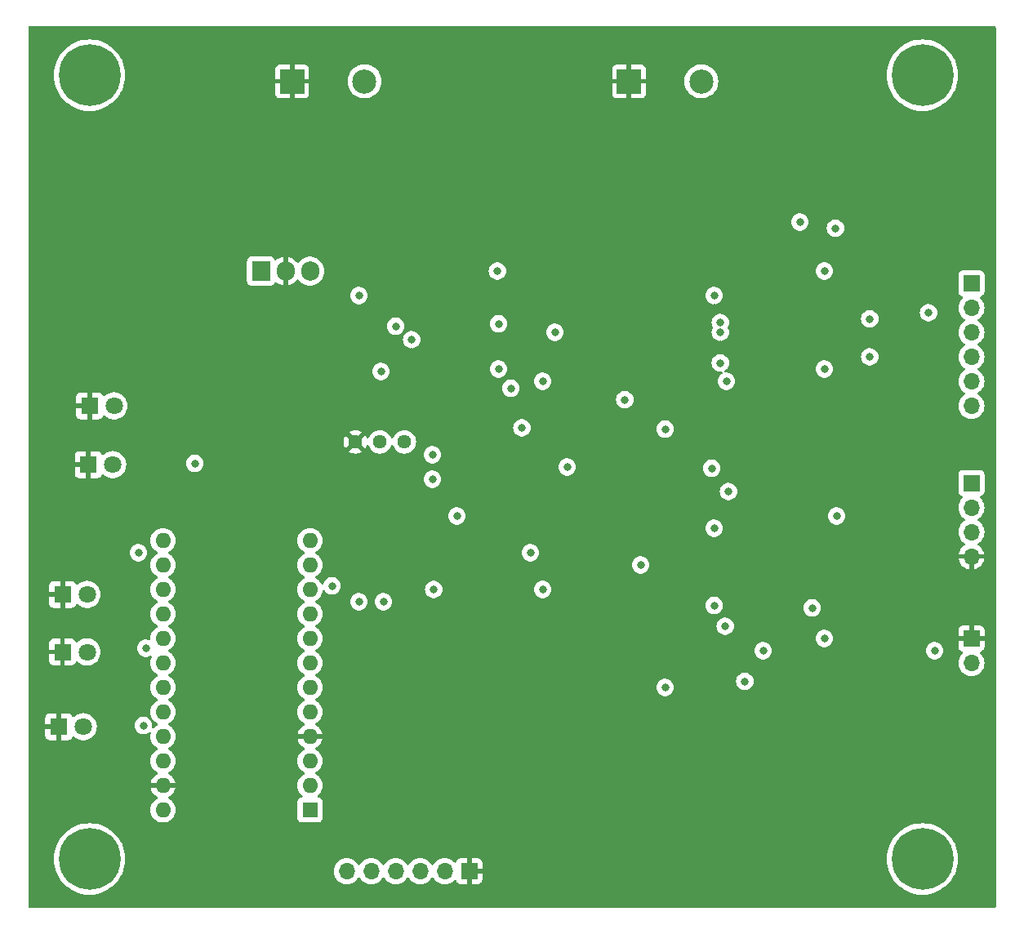
<source format=gbr>
%TF.GenerationSoftware,KiCad,Pcbnew,7.0.9-7.0.9~ubuntu22.04.1*%
%TF.CreationDate,2023-12-12T13:52:17-05:00*%
%TF.ProjectId,monitor_board,6d6f6e69-746f-4725-9f62-6f6172642e6b,rev?*%
%TF.SameCoordinates,Original*%
%TF.FileFunction,Copper,L2,Inr*%
%TF.FilePolarity,Positive*%
%FSLAX46Y46*%
G04 Gerber Fmt 4.6, Leading zero omitted, Abs format (unit mm)*
G04 Created by KiCad (PCBNEW 7.0.9-7.0.9~ubuntu22.04.1) date 2023-12-12 13:52:17*
%MOMM*%
%LPD*%
G01*
G04 APERTURE LIST*
%TA.AperFunction,ComponentPad*%
%ADD10R,1.700000X1.700000*%
%TD*%
%TA.AperFunction,ComponentPad*%
%ADD11O,1.700000X1.700000*%
%TD*%
%TA.AperFunction,ComponentPad*%
%ADD12R,1.800000X1.800000*%
%TD*%
%TA.AperFunction,ComponentPad*%
%ADD13C,1.800000*%
%TD*%
%TA.AperFunction,ComponentPad*%
%ADD14C,6.400000*%
%TD*%
%TA.AperFunction,ComponentPad*%
%ADD15R,1.905000X2.000000*%
%TD*%
%TA.AperFunction,ComponentPad*%
%ADD16O,1.905000X2.000000*%
%TD*%
%TA.AperFunction,ComponentPad*%
%ADD17R,2.500000X2.500000*%
%TD*%
%TA.AperFunction,ComponentPad*%
%ADD18C,2.500000*%
%TD*%
%TA.AperFunction,ComponentPad*%
%ADD19R,1.600000X1.600000*%
%TD*%
%TA.AperFunction,ComponentPad*%
%ADD20O,1.600000X1.600000*%
%TD*%
%TA.AperFunction,ComponentPad*%
%ADD21C,1.440000*%
%TD*%
%TA.AperFunction,ViaPad*%
%ADD22C,0.800000*%
%TD*%
G04 APERTURE END LIST*
D10*
%TO.N,GND*%
%TO.C,J6*%
X80010000Y-115570000D03*
D11*
%TO.N,unconnected-(J6-Pin_2-Pad2)*%
X77470000Y-115570000D03*
%TO.N,unconnected-(J6-Pin_3-Pad3)*%
X74930000Y-115570000D03*
%TO.N,/RX*%
X72390000Y-115570000D03*
%TO.N,/TX*%
X69850000Y-115570000D03*
%TO.N,unconnected-(J6-Pin_6-Pad6)*%
X67310000Y-115570000D03*
%TD*%
D12*
%TO.N,GND*%
%TO.C,LED3*%
X37841000Y-92837000D03*
D13*
%TO.N,Net-(LED3-A)*%
X40381000Y-92837000D03*
%TD*%
D12*
%TO.N,GND*%
%TO.C,5V1*%
X40513000Y-73406000D03*
D13*
%TO.N,Net-(5V1-A)*%
X43053000Y-73406000D03*
%TD*%
D14*
%TO.N,unconnected-(H8-Pad1)*%
%TO.C,H8*%
X127000000Y-114300000D03*
%TD*%
D12*
%TO.N,GND*%
%TO.C,LED2*%
X37460000Y-100584000D03*
D13*
%TO.N,Net-(LED2-A)*%
X40000000Y-100584000D03*
%TD*%
D12*
%TO.N,GND*%
%TO.C,LED1*%
X37846000Y-86868000D03*
D13*
%TO.N,Net-(LED1-A)*%
X40386000Y-86868000D03*
%TD*%
D14*
%TO.N,unconnected-(H6-Pad1)*%
%TO.C,H6*%
X127000000Y-33020000D03*
%TD*%
D12*
%TO.N,GND*%
%TO.C,12V1*%
X40640000Y-67310000D03*
D13*
%TO.N,Net-(12V1-A)*%
X43180000Y-67310000D03*
%TD*%
D10*
%TO.N,/ADC6*%
%TO.C,J1*%
X132080000Y-75311000D03*
D11*
%TO.N,/ADC7*%
X132080000Y-77851000D03*
%TO.N,/ADC8*%
X132080000Y-80391000D03*
%TO.N,GND*%
X132080000Y-82931000D03*
%TD*%
D15*
%TO.N,+12V*%
%TO.C,U3*%
X58420000Y-53340000D03*
D16*
%TO.N,GND*%
X60960000Y-53340000D03*
%TO.N,+5V*%
X63500000Y-53340000D03*
%TD*%
D17*
%TO.N,GND*%
%TO.C,J2*%
X96580000Y-33655000D03*
D18*
%TO.N,Net-(J2-Pin_2)*%
X104080000Y-33655000D03*
%TD*%
D10*
%TO.N,GND*%
%TO.C,J5*%
X132080000Y-91440000D03*
D11*
%TO.N,/ADC10*%
X132080000Y-93980000D03*
%TD*%
D19*
%TO.N,unconnected-(A1-D1{slash}TX-Pad1)*%
%TO.C,A1*%
X63505000Y-109225000D03*
D20*
%TO.N,unconnected-(A1-D0{slash}RX-Pad2)*%
X63505000Y-106685000D03*
%TO.N,unconnected-(A1-GND-Pad3)*%
X63505000Y-104145000D03*
%TO.N,GND*%
X63505000Y-101605000D03*
%TO.N,/SDA{slash}D2*%
X63505000Y-99065000D03*
%TO.N,/SCL{slash}D3*%
X63505000Y-96525000D03*
%TO.N,Net-(A1-D4)*%
X63505000Y-93985000D03*
%TO.N,/CH_A*%
X63505000Y-91445000D03*
%TO.N,Net-(A1-D6)*%
X63505000Y-88905000D03*
%TO.N,Net-(A1-D7)*%
X63505000Y-86365000D03*
%TO.N,/TX*%
X63505000Y-83825000D03*
%TO.N,/RX*%
X63505000Y-81285000D03*
%TO.N,unconnected-(A1-D10-Pad13)*%
X48265000Y-81285000D03*
%TO.N,/IN_ADR*%
X48265000Y-83825000D03*
%TO.N,Net-(A1-D14)*%
X48265000Y-86365000D03*
%TO.N,unconnected-(A1-D15-Pad16)*%
X48265000Y-88905000D03*
%TO.N,unconnected-(A1-A0-Pad17)*%
X48265000Y-91445000D03*
%TO.N,unconnected-(A1-A1-Pad18)*%
X48265000Y-93985000D03*
%TO.N,unconnected-(A1-A2-Pad19)*%
X48265000Y-96525000D03*
%TO.N,unconnected-(A1-A3-Pad20)*%
X48265000Y-99065000D03*
%TO.N,+5V*%
X48265000Y-101605000D03*
%TO.N,unconnected-(A1-~{RESET}-Pad22)*%
X48265000Y-104145000D03*
%TO.N,GND*%
X48265000Y-106685000D03*
%TO.N,N/C*%
X48265000Y-109225000D03*
%TD*%
D17*
%TO.N,GND*%
%TO.C,J4*%
X61655000Y-33655000D03*
D18*
%TO.N,+12V*%
X69155000Y-33655000D03*
%TD*%
D14*
%TO.N,unconnected-(H5-Pad1)*%
%TO.C,H5*%
X40640000Y-33020000D03*
%TD*%
%TO.N,unconnected-(H7-Pad1)*%
%TO.C,H7*%
X40640000Y-114300000D03*
%TD*%
D10*
%TO.N,/ADC0*%
%TO.C,J3*%
X132080000Y-54610000D03*
D11*
%TO.N,/ADC1*%
X132080000Y-57150000D03*
%TO.N,/ADC2*%
X132080000Y-59690000D03*
%TO.N,/ADC3*%
X132080000Y-62230000D03*
%TO.N,/ADC4*%
X132080000Y-64770000D03*
%TO.N,/ADC5*%
X132080000Y-67310000D03*
%TD*%
D21*
%TO.N,+12V*%
%TO.C,RV1*%
X73279000Y-71045000D03*
%TO.N,Net-(U4--)*%
X70739000Y-71045000D03*
%TO.N,GND*%
X68199000Y-71045000D03*
%TD*%
D22*
%TO.N,/TX*%
X68580000Y-87630000D03*
%TO.N,/RX*%
X71120000Y-87630000D03*
%TO.N,GND*%
X78232000Y-68199000D03*
X101981000Y-90170000D03*
X102108000Y-76200000D03*
X101600000Y-59690000D03*
X100330000Y-75819000D03*
X115570000Y-90043000D03*
X89789000Y-74930000D03*
X115570000Y-86360000D03*
X106045500Y-60960000D03*
X116115500Y-59309000D03*
X72390000Y-53340000D03*
X90297000Y-53721000D03*
X90170000Y-77470000D03*
X105410000Y-71120000D03*
X115570000Y-55880000D03*
X100330000Y-72009000D03*
X115570000Y-72390000D03*
X78232000Y-75654500D03*
X106680000Y-83820000D03*
X101473000Y-63119000D03*
X81847201Y-68258201D03*
X106896500Y-74549000D03*
X115570000Y-62484000D03*
X105410000Y-57150000D03*
X101981000Y-67437000D03*
X115570000Y-83820000D03*
X115951000Y-69088000D03*
X106680000Y-87630000D03*
X102108000Y-72390000D03*
X102108000Y-86360000D03*
X80772000Y-63373000D03*
X115570000Y-75692000D03*
X74041000Y-61722000D03*
X49530000Y-53340000D03*
%TO.N,/SDA{slash}D2*%
X106680000Y-64770000D03*
X105410000Y-80010000D03*
X110490000Y-92710000D03*
X105410000Y-55880000D03*
%TO.N,/SCL{slash}D3*%
X108585000Y-95885000D03*
X118110000Y-78740000D03*
X116840000Y-53340000D03*
X116840000Y-91440000D03*
X116840000Y-63500000D03*
X100330000Y-96520000D03*
%TO.N,Net-(A1-D4)*%
X46228000Y-100457000D03*
%TO.N,Net-(A1-D6)*%
X46482000Y-92456000D03*
%TO.N,Net-(A1-D7)*%
X65786000Y-85979000D03*
X76327000Y-86360000D03*
%TO.N,/IN_ADR*%
X45720000Y-82550000D03*
X86360000Y-82550000D03*
%TO.N,+5V*%
X106896500Y-76200000D03*
X74041000Y-60452000D03*
X96139000Y-66675000D03*
X106045000Y-59690000D03*
X105156000Y-73787000D03*
X78740000Y-78740000D03*
X106045000Y-62865000D03*
X117983000Y-48895000D03*
X105410000Y-88011000D03*
X114300000Y-48260000D03*
X106553000Y-90170000D03*
X51562000Y-73279000D03*
X100330000Y-69723000D03*
X70866000Y-63754000D03*
X68580000Y-55880000D03*
X115570000Y-88265000D03*
%TO.N,+12V*%
X84328000Y-65494500D03*
X83058000Y-58801000D03*
X82931000Y-53340000D03*
X85471000Y-69596000D03*
X83058000Y-63500000D03*
%TO.N,/ADC1*%
X127635000Y-57658000D03*
X106045500Y-58674000D03*
%TO.N,/ADC3*%
X121539000Y-62230000D03*
X121539000Y-58293000D03*
%TO.N,/ADC10*%
X128270000Y-92710000D03*
X87630000Y-86360000D03*
%TO.N,Net-(Q1-G)*%
X88900000Y-59690000D03*
X90170000Y-73660000D03*
%TO.N,/RT0*%
X87630000Y-64770000D03*
X72390000Y-59055000D03*
%TO.N,Net-(U4--)*%
X76200000Y-72390000D03*
%TO.N,/ADC9*%
X76200000Y-74930000D03*
X97790000Y-83820000D03*
%TD*%
%TA.AperFunction,Conductor*%
%TO.N,GND*%
G36*
X134562539Y-27960185D02*
G01*
X134608294Y-28012989D01*
X134619500Y-28064500D01*
X134619500Y-119255500D01*
X134599815Y-119322539D01*
X134547011Y-119368294D01*
X134495500Y-119379500D01*
X34414500Y-119379500D01*
X34347461Y-119359815D01*
X34301706Y-119307011D01*
X34290500Y-119255500D01*
X34290500Y-114300000D01*
X36934422Y-114300000D01*
X36954722Y-114687339D01*
X36993944Y-114934977D01*
X37015398Y-115070433D01*
X37086177Y-115334586D01*
X37115788Y-115445094D01*
X37254787Y-115807197D01*
X37430877Y-116152793D01*
X37642122Y-116478082D01*
X37791132Y-116662093D01*
X37886219Y-116779516D01*
X38160484Y-117053781D01*
X38160488Y-117053784D01*
X38461917Y-117297877D01*
X38787206Y-117509122D01*
X38787211Y-117509125D01*
X39132806Y-117685214D01*
X39494913Y-117824214D01*
X39869567Y-117924602D01*
X40252662Y-117985278D01*
X40618576Y-118004455D01*
X40639999Y-118005578D01*
X40640000Y-118005578D01*
X40640001Y-118005578D01*
X40660301Y-118004514D01*
X41027338Y-117985278D01*
X41410433Y-117924602D01*
X41785087Y-117824214D01*
X42147194Y-117685214D01*
X42492789Y-117509125D01*
X42818084Y-117297876D01*
X43119516Y-117053781D01*
X43393781Y-116779516D01*
X43637876Y-116478084D01*
X43849125Y-116152789D01*
X44025214Y-115807194D01*
X44116264Y-115570000D01*
X65954341Y-115570000D01*
X65974936Y-115805403D01*
X65974938Y-115805413D01*
X66036094Y-116033655D01*
X66036096Y-116033659D01*
X66036097Y-116033663D01*
X66116004Y-116205023D01*
X66135965Y-116247830D01*
X66135967Y-116247834D01*
X66244281Y-116402521D01*
X66271505Y-116441401D01*
X66438599Y-116608495D01*
X66515135Y-116662086D01*
X66632165Y-116744032D01*
X66632167Y-116744033D01*
X66632170Y-116744035D01*
X66846337Y-116843903D01*
X67074592Y-116905063D01*
X67245319Y-116920000D01*
X67309999Y-116925659D01*
X67310000Y-116925659D01*
X67310001Y-116925659D01*
X67374681Y-116920000D01*
X67545408Y-116905063D01*
X67773663Y-116843903D01*
X67987830Y-116744035D01*
X68181401Y-116608495D01*
X68348495Y-116441401D01*
X68478425Y-116255842D01*
X68533002Y-116212217D01*
X68602500Y-116205023D01*
X68664855Y-116236546D01*
X68681575Y-116255842D01*
X68811500Y-116441395D01*
X68811505Y-116441401D01*
X68978599Y-116608495D01*
X69055135Y-116662086D01*
X69172165Y-116744032D01*
X69172167Y-116744033D01*
X69172170Y-116744035D01*
X69386337Y-116843903D01*
X69614592Y-116905063D01*
X69785319Y-116920000D01*
X69849999Y-116925659D01*
X69850000Y-116925659D01*
X69850001Y-116925659D01*
X69914681Y-116920000D01*
X70085408Y-116905063D01*
X70313663Y-116843903D01*
X70527830Y-116744035D01*
X70721401Y-116608495D01*
X70888495Y-116441401D01*
X71018425Y-116255842D01*
X71073002Y-116212217D01*
X71142500Y-116205023D01*
X71204855Y-116236546D01*
X71221575Y-116255842D01*
X71351500Y-116441395D01*
X71351505Y-116441401D01*
X71518599Y-116608495D01*
X71595135Y-116662086D01*
X71712165Y-116744032D01*
X71712167Y-116744033D01*
X71712170Y-116744035D01*
X71926337Y-116843903D01*
X72154592Y-116905063D01*
X72325319Y-116920000D01*
X72389999Y-116925659D01*
X72390000Y-116925659D01*
X72390001Y-116925659D01*
X72454681Y-116920000D01*
X72625408Y-116905063D01*
X72853663Y-116843903D01*
X73067830Y-116744035D01*
X73261401Y-116608495D01*
X73428495Y-116441401D01*
X73558425Y-116255842D01*
X73613002Y-116212217D01*
X73682500Y-116205023D01*
X73744855Y-116236546D01*
X73761575Y-116255842D01*
X73891500Y-116441395D01*
X73891505Y-116441401D01*
X74058599Y-116608495D01*
X74135135Y-116662086D01*
X74252165Y-116744032D01*
X74252167Y-116744033D01*
X74252170Y-116744035D01*
X74466337Y-116843903D01*
X74694592Y-116905063D01*
X74865319Y-116920000D01*
X74929999Y-116925659D01*
X74930000Y-116925659D01*
X74930001Y-116925659D01*
X74994681Y-116920000D01*
X75165408Y-116905063D01*
X75393663Y-116843903D01*
X75607830Y-116744035D01*
X75801401Y-116608495D01*
X75968495Y-116441401D01*
X76098425Y-116255842D01*
X76153002Y-116212217D01*
X76222500Y-116205023D01*
X76284855Y-116236546D01*
X76301575Y-116255842D01*
X76431500Y-116441395D01*
X76431505Y-116441401D01*
X76598599Y-116608495D01*
X76675135Y-116662086D01*
X76792165Y-116744032D01*
X76792167Y-116744033D01*
X76792170Y-116744035D01*
X77006337Y-116843903D01*
X77234592Y-116905063D01*
X77405319Y-116920000D01*
X77469999Y-116925659D01*
X77470000Y-116925659D01*
X77470001Y-116925659D01*
X77534681Y-116920000D01*
X77705408Y-116905063D01*
X77933663Y-116843903D01*
X78147830Y-116744035D01*
X78341401Y-116608495D01*
X78463717Y-116486178D01*
X78525036Y-116452696D01*
X78594728Y-116457680D01*
X78650662Y-116499551D01*
X78667577Y-116530528D01*
X78716646Y-116662088D01*
X78716649Y-116662093D01*
X78802809Y-116777187D01*
X78802812Y-116777190D01*
X78917906Y-116863350D01*
X78917913Y-116863354D01*
X79052620Y-116913596D01*
X79052627Y-116913598D01*
X79112155Y-116919999D01*
X79112172Y-116920000D01*
X79760000Y-116920000D01*
X79760000Y-116005501D01*
X79867685Y-116054680D01*
X79974237Y-116070000D01*
X80045763Y-116070000D01*
X80152315Y-116054680D01*
X80260000Y-116005501D01*
X80260000Y-116920000D01*
X80907828Y-116920000D01*
X80907844Y-116919999D01*
X80967372Y-116913598D01*
X80967379Y-116913596D01*
X81102086Y-116863354D01*
X81102093Y-116863350D01*
X81217187Y-116777190D01*
X81217190Y-116777187D01*
X81303350Y-116662093D01*
X81303354Y-116662086D01*
X81353596Y-116527379D01*
X81353598Y-116527372D01*
X81359999Y-116467844D01*
X81360000Y-116467827D01*
X81360000Y-115820000D01*
X80443686Y-115820000D01*
X80469493Y-115779844D01*
X80510000Y-115641889D01*
X80510000Y-115498111D01*
X80469493Y-115360156D01*
X80443686Y-115320000D01*
X81360000Y-115320000D01*
X81360000Y-114672172D01*
X81359999Y-114672155D01*
X81353598Y-114612627D01*
X81353596Y-114612620D01*
X81303354Y-114477913D01*
X81303350Y-114477906D01*
X81217190Y-114362812D01*
X81217187Y-114362809D01*
X81133286Y-114300000D01*
X123294422Y-114300000D01*
X123314722Y-114687339D01*
X123353944Y-114934977D01*
X123375398Y-115070433D01*
X123446177Y-115334586D01*
X123475788Y-115445094D01*
X123614787Y-115807197D01*
X123790877Y-116152793D01*
X124002122Y-116478082D01*
X124151132Y-116662093D01*
X124246219Y-116779516D01*
X124520484Y-117053781D01*
X124520488Y-117053784D01*
X124821917Y-117297877D01*
X125147206Y-117509122D01*
X125147211Y-117509125D01*
X125492806Y-117685214D01*
X125854913Y-117824214D01*
X126229567Y-117924602D01*
X126612662Y-117985278D01*
X126978576Y-118004455D01*
X126999999Y-118005578D01*
X127000000Y-118005578D01*
X127000001Y-118005578D01*
X127020301Y-118004514D01*
X127387338Y-117985278D01*
X127770433Y-117924602D01*
X128145087Y-117824214D01*
X128507194Y-117685214D01*
X128852789Y-117509125D01*
X129178084Y-117297876D01*
X129479516Y-117053781D01*
X129753781Y-116779516D01*
X129997876Y-116478084D01*
X130209125Y-116152789D01*
X130385214Y-115807194D01*
X130524214Y-115445087D01*
X130624602Y-115070433D01*
X130685278Y-114687338D01*
X130705578Y-114300000D01*
X130685278Y-113912662D01*
X130624602Y-113529567D01*
X130524214Y-113154913D01*
X130385214Y-112792806D01*
X130209125Y-112447211D01*
X129997876Y-112121916D01*
X129753781Y-111820484D01*
X129479516Y-111546219D01*
X129178084Y-111302124D01*
X129178082Y-111302122D01*
X128852793Y-111090877D01*
X128507197Y-110914787D01*
X128145094Y-110775788D01*
X128145087Y-110775786D01*
X127770433Y-110675398D01*
X127770429Y-110675397D01*
X127770428Y-110675397D01*
X127387339Y-110614722D01*
X127000001Y-110594422D01*
X126999999Y-110594422D01*
X126612660Y-110614722D01*
X126229572Y-110675397D01*
X126229570Y-110675397D01*
X125854905Y-110775788D01*
X125492802Y-110914787D01*
X125147206Y-111090877D01*
X124821917Y-111302122D01*
X124520488Y-111546215D01*
X124520480Y-111546222D01*
X124246222Y-111820480D01*
X124246215Y-111820488D01*
X124002122Y-112121917D01*
X123790877Y-112447206D01*
X123614787Y-112792802D01*
X123475788Y-113154905D01*
X123375397Y-113529570D01*
X123375397Y-113529572D01*
X123314722Y-113912660D01*
X123294422Y-114299999D01*
X123294422Y-114300000D01*
X81133286Y-114300000D01*
X81102093Y-114276649D01*
X81102086Y-114276645D01*
X80967379Y-114226403D01*
X80967372Y-114226401D01*
X80907844Y-114220000D01*
X80260000Y-114220000D01*
X80260000Y-115134498D01*
X80152315Y-115085320D01*
X80045763Y-115070000D01*
X79974237Y-115070000D01*
X79867685Y-115085320D01*
X79760000Y-115134498D01*
X79760000Y-114220000D01*
X79112155Y-114220000D01*
X79052627Y-114226401D01*
X79052620Y-114226403D01*
X78917913Y-114276645D01*
X78917906Y-114276649D01*
X78802812Y-114362809D01*
X78802809Y-114362812D01*
X78716649Y-114477906D01*
X78716645Y-114477913D01*
X78667578Y-114609470D01*
X78625707Y-114665404D01*
X78560242Y-114689821D01*
X78491969Y-114674969D01*
X78463715Y-114653819D01*
X78419366Y-114609470D01*
X78341401Y-114531505D01*
X78341397Y-114531502D01*
X78341396Y-114531501D01*
X78147834Y-114395967D01*
X78147830Y-114395965D01*
X78076727Y-114362809D01*
X77933663Y-114296097D01*
X77933659Y-114296096D01*
X77933655Y-114296094D01*
X77705413Y-114234938D01*
X77705403Y-114234936D01*
X77470001Y-114214341D01*
X77469999Y-114214341D01*
X77234596Y-114234936D01*
X77234586Y-114234938D01*
X77006344Y-114296094D01*
X77006335Y-114296098D01*
X76792171Y-114395964D01*
X76792169Y-114395965D01*
X76598597Y-114531505D01*
X76431505Y-114698597D01*
X76301575Y-114884158D01*
X76246998Y-114927783D01*
X76177500Y-114934977D01*
X76115145Y-114903454D01*
X76098425Y-114884158D01*
X75968494Y-114698597D01*
X75801402Y-114531506D01*
X75801395Y-114531501D01*
X75607834Y-114395967D01*
X75607830Y-114395965D01*
X75536727Y-114362809D01*
X75393663Y-114296097D01*
X75393659Y-114296096D01*
X75393655Y-114296094D01*
X75165413Y-114234938D01*
X75165403Y-114234936D01*
X74930001Y-114214341D01*
X74929999Y-114214341D01*
X74694596Y-114234936D01*
X74694586Y-114234938D01*
X74466344Y-114296094D01*
X74466335Y-114296098D01*
X74252171Y-114395964D01*
X74252169Y-114395965D01*
X74058597Y-114531505D01*
X73891505Y-114698597D01*
X73761575Y-114884158D01*
X73706998Y-114927783D01*
X73637500Y-114934977D01*
X73575145Y-114903454D01*
X73558425Y-114884158D01*
X73428494Y-114698597D01*
X73261402Y-114531506D01*
X73261395Y-114531501D01*
X73067834Y-114395967D01*
X73067830Y-114395965D01*
X72996727Y-114362809D01*
X72853663Y-114296097D01*
X72853659Y-114296096D01*
X72853655Y-114296094D01*
X72625413Y-114234938D01*
X72625403Y-114234936D01*
X72390001Y-114214341D01*
X72389999Y-114214341D01*
X72154596Y-114234936D01*
X72154586Y-114234938D01*
X71926344Y-114296094D01*
X71926335Y-114296098D01*
X71712171Y-114395964D01*
X71712169Y-114395965D01*
X71518597Y-114531505D01*
X71351505Y-114698597D01*
X71221575Y-114884158D01*
X71166998Y-114927783D01*
X71097500Y-114934977D01*
X71035145Y-114903454D01*
X71018425Y-114884158D01*
X70888494Y-114698597D01*
X70721402Y-114531506D01*
X70721395Y-114531501D01*
X70527834Y-114395967D01*
X70527830Y-114395965D01*
X70456727Y-114362809D01*
X70313663Y-114296097D01*
X70313659Y-114296096D01*
X70313655Y-114296094D01*
X70085413Y-114234938D01*
X70085403Y-114234936D01*
X69850001Y-114214341D01*
X69849999Y-114214341D01*
X69614596Y-114234936D01*
X69614586Y-114234938D01*
X69386344Y-114296094D01*
X69386335Y-114296098D01*
X69172171Y-114395964D01*
X69172169Y-114395965D01*
X68978597Y-114531505D01*
X68811505Y-114698597D01*
X68681575Y-114884158D01*
X68626998Y-114927783D01*
X68557500Y-114934977D01*
X68495145Y-114903454D01*
X68478425Y-114884158D01*
X68348494Y-114698597D01*
X68181402Y-114531506D01*
X68181395Y-114531501D01*
X67987834Y-114395967D01*
X67987830Y-114395965D01*
X67916727Y-114362809D01*
X67773663Y-114296097D01*
X67773659Y-114296096D01*
X67773655Y-114296094D01*
X67545413Y-114234938D01*
X67545403Y-114234936D01*
X67310001Y-114214341D01*
X67309999Y-114214341D01*
X67074596Y-114234936D01*
X67074586Y-114234938D01*
X66846344Y-114296094D01*
X66846335Y-114296098D01*
X66632171Y-114395964D01*
X66632169Y-114395965D01*
X66438597Y-114531505D01*
X66271505Y-114698597D01*
X66135965Y-114892169D01*
X66135964Y-114892171D01*
X66036098Y-115106335D01*
X66036094Y-115106344D01*
X65974938Y-115334586D01*
X65974936Y-115334596D01*
X65954341Y-115569999D01*
X65954341Y-115570000D01*
X44116264Y-115570000D01*
X44164214Y-115445087D01*
X44264602Y-115070433D01*
X44325278Y-114687338D01*
X44345578Y-114300000D01*
X44325278Y-113912662D01*
X44264602Y-113529567D01*
X44164214Y-113154913D01*
X44025214Y-112792806D01*
X43849125Y-112447211D01*
X43637876Y-112121916D01*
X43393781Y-111820484D01*
X43119516Y-111546219D01*
X42818084Y-111302124D01*
X42818082Y-111302122D01*
X42492793Y-111090877D01*
X42147197Y-110914787D01*
X41785094Y-110775788D01*
X41785087Y-110775786D01*
X41410433Y-110675398D01*
X41410429Y-110675397D01*
X41410428Y-110675397D01*
X41027339Y-110614722D01*
X40640001Y-110594422D01*
X40639999Y-110594422D01*
X40252660Y-110614722D01*
X39869572Y-110675397D01*
X39869570Y-110675397D01*
X39494905Y-110775788D01*
X39132802Y-110914787D01*
X38787206Y-111090877D01*
X38461917Y-111302122D01*
X38160488Y-111546215D01*
X38160480Y-111546222D01*
X37886222Y-111820480D01*
X37886215Y-111820488D01*
X37642122Y-112121917D01*
X37430877Y-112447206D01*
X37254787Y-112792802D01*
X37115788Y-113154905D01*
X37015397Y-113529570D01*
X37015397Y-113529572D01*
X36954722Y-113912660D01*
X36934422Y-114299999D01*
X36934422Y-114300000D01*
X34290500Y-114300000D01*
X34290500Y-101531844D01*
X36060000Y-101531844D01*
X36066401Y-101591372D01*
X36066403Y-101591379D01*
X36116645Y-101726086D01*
X36116649Y-101726093D01*
X36202809Y-101841187D01*
X36202812Y-101841190D01*
X36317906Y-101927350D01*
X36317913Y-101927354D01*
X36452620Y-101977596D01*
X36452627Y-101977598D01*
X36512155Y-101983999D01*
X36512172Y-101984000D01*
X37210000Y-101984000D01*
X37210000Y-100958189D01*
X37262547Y-100994016D01*
X37392173Y-101034000D01*
X37493724Y-101034000D01*
X37594138Y-101018865D01*
X37710000Y-100963068D01*
X37710000Y-101984000D01*
X38407828Y-101984000D01*
X38407844Y-101983999D01*
X38467372Y-101977598D01*
X38467379Y-101977596D01*
X38602086Y-101927354D01*
X38602093Y-101927350D01*
X38717187Y-101841190D01*
X38717190Y-101841187D01*
X38803350Y-101726093D01*
X38803355Y-101726084D01*
X38832075Y-101649081D01*
X38873945Y-101593147D01*
X38939409Y-101568729D01*
X39007682Y-101583580D01*
X39039484Y-101608428D01*
X39048216Y-101617913D01*
X39048219Y-101617915D01*
X39048222Y-101617918D01*
X39231365Y-101760464D01*
X39231371Y-101760468D01*
X39231374Y-101760470D01*
X39435497Y-101870936D01*
X39549487Y-101910068D01*
X39655015Y-101946297D01*
X39655017Y-101946297D01*
X39655019Y-101946298D01*
X39883951Y-101984500D01*
X39883952Y-101984500D01*
X40116048Y-101984500D01*
X40116049Y-101984500D01*
X40344981Y-101946298D01*
X40564503Y-101870936D01*
X40768626Y-101760470D01*
X40951784Y-101617913D01*
X41108979Y-101447153D01*
X41235924Y-101252849D01*
X41329157Y-101040300D01*
X41386134Y-100815305D01*
X41390231Y-100765861D01*
X41405300Y-100584006D01*
X41405300Y-100583993D01*
X41394777Y-100457000D01*
X45322540Y-100457000D01*
X45342326Y-100645256D01*
X45342327Y-100645259D01*
X45400818Y-100825277D01*
X45400821Y-100825284D01*
X45495467Y-100989216D01*
X45614051Y-101120916D01*
X45622129Y-101129888D01*
X45775265Y-101241148D01*
X45775270Y-101241151D01*
X45948192Y-101318142D01*
X45948197Y-101318144D01*
X46133354Y-101357500D01*
X46133355Y-101357500D01*
X46322644Y-101357500D01*
X46322646Y-101357500D01*
X46507803Y-101318144D01*
X46680730Y-101241151D01*
X46813904Y-101144394D01*
X46879706Y-101120916D01*
X46947760Y-101136741D01*
X46996455Y-101186847D01*
X47010331Y-101255325D01*
X47006561Y-101276806D01*
X46979367Y-101378299D01*
X46979364Y-101378313D01*
X46959532Y-101604998D01*
X46959532Y-101605001D01*
X46979364Y-101831686D01*
X46979366Y-101831697D01*
X47038258Y-102051488D01*
X47038261Y-102051497D01*
X47134431Y-102257732D01*
X47134432Y-102257734D01*
X47264954Y-102444141D01*
X47425858Y-102605045D01*
X47425861Y-102605047D01*
X47612266Y-102735568D01*
X47669681Y-102762341D01*
X47670275Y-102762618D01*
X47722714Y-102808791D01*
X47741866Y-102875984D01*
X47721650Y-102942865D01*
X47670275Y-102987382D01*
X47612267Y-103014431D01*
X47612265Y-103014432D01*
X47425858Y-103144954D01*
X47264954Y-103305858D01*
X47134432Y-103492265D01*
X47134431Y-103492267D01*
X47038261Y-103698502D01*
X47038258Y-103698511D01*
X46979366Y-103918302D01*
X46979364Y-103918313D01*
X46959532Y-104144998D01*
X46959532Y-104145001D01*
X46979364Y-104371686D01*
X46979366Y-104371697D01*
X47038258Y-104591488D01*
X47038261Y-104591497D01*
X47134431Y-104797732D01*
X47134432Y-104797734D01*
X47264954Y-104984141D01*
X47425858Y-105145045D01*
X47425861Y-105145047D01*
X47612266Y-105275568D01*
X47670865Y-105302893D01*
X47723305Y-105349065D01*
X47742457Y-105416258D01*
X47722242Y-105483139D01*
X47670867Y-105527657D01*
X47612515Y-105554867D01*
X47426179Y-105685342D01*
X47265342Y-105846179D01*
X47134865Y-106032517D01*
X47038734Y-106238673D01*
X47038730Y-106238682D01*
X46986127Y-106434999D01*
X46986128Y-106435000D01*
X47949314Y-106435000D01*
X47937359Y-106446955D01*
X47879835Y-106559852D01*
X47860014Y-106685000D01*
X47879835Y-106810148D01*
X47937359Y-106923045D01*
X47949314Y-106935000D01*
X46986128Y-106935000D01*
X47038730Y-107131317D01*
X47038734Y-107131326D01*
X47134865Y-107337482D01*
X47265342Y-107523820D01*
X47426179Y-107684657D01*
X47612518Y-107815134D01*
X47612520Y-107815135D01*
X47670865Y-107842342D01*
X47723305Y-107888514D01*
X47742457Y-107955707D01*
X47722242Y-108022589D01*
X47670867Y-108067105D01*
X47612268Y-108094431D01*
X47612264Y-108094433D01*
X47425858Y-108224954D01*
X47264954Y-108385858D01*
X47134432Y-108572265D01*
X47134431Y-108572267D01*
X47038261Y-108778502D01*
X47038258Y-108778511D01*
X46979366Y-108998302D01*
X46979364Y-108998313D01*
X46959532Y-109224998D01*
X46959532Y-109225001D01*
X46979364Y-109451686D01*
X46979366Y-109451697D01*
X47038258Y-109671488D01*
X47038261Y-109671497D01*
X47134431Y-109877732D01*
X47134432Y-109877734D01*
X47264954Y-110064141D01*
X47425858Y-110225045D01*
X47425861Y-110225047D01*
X47612266Y-110355568D01*
X47818504Y-110451739D01*
X48038308Y-110510635D01*
X48200230Y-110524801D01*
X48264998Y-110530468D01*
X48265000Y-110530468D01*
X48265002Y-110530468D01*
X48321807Y-110525498D01*
X48491692Y-110510635D01*
X48711496Y-110451739D01*
X48917734Y-110355568D01*
X49104139Y-110225047D01*
X49265047Y-110064139D01*
X49395568Y-109877734D01*
X49491739Y-109671496D01*
X49550635Y-109451692D01*
X49570468Y-109225000D01*
X49550635Y-108998308D01*
X49491739Y-108778504D01*
X49395568Y-108572266D01*
X49265047Y-108385861D01*
X49265045Y-108385858D01*
X49104141Y-108224954D01*
X48917734Y-108094432D01*
X48917732Y-108094431D01*
X48906275Y-108089088D01*
X48859132Y-108067105D01*
X48806694Y-108020934D01*
X48787542Y-107953740D01*
X48807758Y-107886859D01*
X48859134Y-107842341D01*
X48917484Y-107815132D01*
X49103820Y-107684657D01*
X49264657Y-107523820D01*
X49395134Y-107337482D01*
X49491265Y-107131326D01*
X49491269Y-107131317D01*
X49543872Y-106935000D01*
X48580686Y-106935000D01*
X48592641Y-106923045D01*
X48650165Y-106810148D01*
X48669986Y-106685001D01*
X62199532Y-106685001D01*
X62219364Y-106911686D01*
X62219366Y-106911697D01*
X62278258Y-107131488D01*
X62278261Y-107131497D01*
X62374431Y-107337732D01*
X62374432Y-107337734D01*
X62504954Y-107524141D01*
X62665858Y-107685045D01*
X62690462Y-107702273D01*
X62734087Y-107756849D01*
X62741281Y-107826348D01*
X62709758Y-107888703D01*
X62649529Y-107924117D01*
X62632593Y-107927138D01*
X62597516Y-107930908D01*
X62462671Y-107981202D01*
X62462664Y-107981206D01*
X62347455Y-108067452D01*
X62347452Y-108067455D01*
X62261206Y-108182664D01*
X62261202Y-108182671D01*
X62210908Y-108317517D01*
X62204501Y-108377116D01*
X62204501Y-108377123D01*
X62204500Y-108377135D01*
X62204500Y-110072870D01*
X62204501Y-110072876D01*
X62210908Y-110132483D01*
X62261202Y-110267328D01*
X62261206Y-110267335D01*
X62347452Y-110382544D01*
X62347455Y-110382547D01*
X62462664Y-110468793D01*
X62462671Y-110468797D01*
X62597517Y-110519091D01*
X62597516Y-110519091D01*
X62604444Y-110519835D01*
X62657127Y-110525500D01*
X64352872Y-110525499D01*
X64412483Y-110519091D01*
X64547331Y-110468796D01*
X64662546Y-110382546D01*
X64748796Y-110267331D01*
X64799091Y-110132483D01*
X64805500Y-110072873D01*
X64805499Y-108377128D01*
X64799091Y-108317517D01*
X64764567Y-108224954D01*
X64748797Y-108182671D01*
X64748793Y-108182664D01*
X64662547Y-108067455D01*
X64662544Y-108067452D01*
X64547335Y-107981206D01*
X64547328Y-107981202D01*
X64412482Y-107930908D01*
X64412483Y-107930908D01*
X64377404Y-107927137D01*
X64312853Y-107900399D01*
X64273005Y-107843006D01*
X64270512Y-107773181D01*
X64306165Y-107713092D01*
X64319539Y-107702272D01*
X64344140Y-107685046D01*
X64505045Y-107524141D01*
X64505047Y-107524139D01*
X64635568Y-107337734D01*
X64731739Y-107131496D01*
X64790635Y-106911692D01*
X64810468Y-106685000D01*
X64790635Y-106458308D01*
X64731739Y-106238504D01*
X64635568Y-106032266D01*
X64505047Y-105845861D01*
X64505045Y-105845858D01*
X64344141Y-105684954D01*
X64157734Y-105554432D01*
X64157728Y-105554429D01*
X64099725Y-105527382D01*
X64047285Y-105481210D01*
X64028133Y-105414017D01*
X64048348Y-105347135D01*
X64099725Y-105302618D01*
X64157734Y-105275568D01*
X64344139Y-105145047D01*
X64505047Y-104984139D01*
X64635568Y-104797734D01*
X64731739Y-104591496D01*
X64790635Y-104371692D01*
X64810468Y-104145000D01*
X64790635Y-103918308D01*
X64731739Y-103698504D01*
X64635568Y-103492266D01*
X64505047Y-103305861D01*
X64505045Y-103305858D01*
X64344141Y-103144954D01*
X64157734Y-103014432D01*
X64157732Y-103014431D01*
X64099725Y-102987382D01*
X64099132Y-102987105D01*
X64046694Y-102940934D01*
X64027542Y-102873740D01*
X64047758Y-102806859D01*
X64099134Y-102762341D01*
X64157484Y-102735132D01*
X64343820Y-102604657D01*
X64504657Y-102443820D01*
X64635134Y-102257482D01*
X64731265Y-102051326D01*
X64731269Y-102051317D01*
X64783872Y-101855000D01*
X63820686Y-101855000D01*
X63832641Y-101843045D01*
X63890165Y-101730148D01*
X63909986Y-101605000D01*
X63890165Y-101479852D01*
X63832641Y-101366955D01*
X63820686Y-101355000D01*
X64783872Y-101355000D01*
X64783872Y-101354999D01*
X64731269Y-101158682D01*
X64731265Y-101158673D01*
X64635134Y-100952517D01*
X64504657Y-100766179D01*
X64343820Y-100605342D01*
X64157482Y-100474865D01*
X64099133Y-100447657D01*
X64046694Y-100401484D01*
X64027542Y-100334291D01*
X64047758Y-100267410D01*
X64099129Y-100222895D01*
X64157734Y-100195568D01*
X64344139Y-100065047D01*
X64505047Y-99904139D01*
X64635568Y-99717734D01*
X64731739Y-99511496D01*
X64790635Y-99291692D01*
X64810468Y-99065000D01*
X64790635Y-98838308D01*
X64731739Y-98618504D01*
X64635568Y-98412266D01*
X64505047Y-98225861D01*
X64505045Y-98225858D01*
X64344141Y-98064954D01*
X64157734Y-97934432D01*
X64157728Y-97934429D01*
X64099725Y-97907382D01*
X64047285Y-97861210D01*
X64028133Y-97794017D01*
X64048348Y-97727135D01*
X64099725Y-97682618D01*
X64157734Y-97655568D01*
X64344139Y-97525047D01*
X64505047Y-97364139D01*
X64635568Y-97177734D01*
X64731739Y-96971496D01*
X64790635Y-96751692D01*
X64810468Y-96525000D01*
X64810031Y-96520000D01*
X99424540Y-96520000D01*
X99444326Y-96708256D01*
X99444327Y-96708259D01*
X99502818Y-96888277D01*
X99502821Y-96888284D01*
X99597467Y-97052216D01*
X99710484Y-97177734D01*
X99724129Y-97192888D01*
X99877265Y-97304148D01*
X99877270Y-97304151D01*
X100050192Y-97381142D01*
X100050197Y-97381144D01*
X100235354Y-97420500D01*
X100235355Y-97420500D01*
X100424644Y-97420500D01*
X100424646Y-97420500D01*
X100609803Y-97381144D01*
X100782730Y-97304151D01*
X100935871Y-97192888D01*
X101062533Y-97052216D01*
X101157179Y-96888284D01*
X101215674Y-96708256D01*
X101235460Y-96520000D01*
X101215674Y-96331744D01*
X101157179Y-96151716D01*
X101062533Y-95987784D01*
X100969986Y-95885000D01*
X107679540Y-95885000D01*
X107699326Y-96073256D01*
X107699327Y-96073259D01*
X107757818Y-96253277D01*
X107757821Y-96253284D01*
X107852467Y-96417216D01*
X107979129Y-96557888D01*
X108132265Y-96669148D01*
X108132270Y-96669151D01*
X108305192Y-96746142D01*
X108305197Y-96746144D01*
X108490354Y-96785500D01*
X108490355Y-96785500D01*
X108679644Y-96785500D01*
X108679646Y-96785500D01*
X108864803Y-96746144D01*
X109037730Y-96669151D01*
X109190871Y-96557888D01*
X109317533Y-96417216D01*
X109412179Y-96253284D01*
X109470674Y-96073256D01*
X109490460Y-95885000D01*
X109470674Y-95696744D01*
X109412179Y-95516716D01*
X109317533Y-95352784D01*
X109190871Y-95212112D01*
X109190358Y-95211739D01*
X109037734Y-95100851D01*
X109037729Y-95100848D01*
X108864807Y-95023857D01*
X108864802Y-95023855D01*
X108682219Y-94985047D01*
X108679646Y-94984500D01*
X108490354Y-94984500D01*
X108487781Y-94985047D01*
X108305197Y-95023855D01*
X108305192Y-95023857D01*
X108132270Y-95100848D01*
X108132265Y-95100851D01*
X107979129Y-95212111D01*
X107852466Y-95352785D01*
X107757821Y-95516715D01*
X107757818Y-95516722D01*
X107711636Y-95658857D01*
X107699326Y-95696744D01*
X107679540Y-95885000D01*
X100969986Y-95885000D01*
X100935871Y-95847112D01*
X100935870Y-95847111D01*
X100782734Y-95735851D01*
X100782729Y-95735848D01*
X100609807Y-95658857D01*
X100609802Y-95658855D01*
X100464001Y-95627865D01*
X100424646Y-95619500D01*
X100235354Y-95619500D01*
X100202897Y-95626398D01*
X100050197Y-95658855D01*
X100050192Y-95658857D01*
X99877270Y-95735848D01*
X99877265Y-95735851D01*
X99724129Y-95847111D01*
X99597466Y-95987785D01*
X99502821Y-96151715D01*
X99502818Y-96151722D01*
X99469819Y-96253284D01*
X99444326Y-96331744D01*
X99424540Y-96520000D01*
X64810031Y-96520000D01*
X64790635Y-96298308D01*
X64731739Y-96078504D01*
X64635568Y-95872266D01*
X64512667Y-95696744D01*
X64505045Y-95685858D01*
X64344141Y-95524954D01*
X64157734Y-95394432D01*
X64157728Y-95394429D01*
X64099725Y-95367382D01*
X64047285Y-95321210D01*
X64028133Y-95254017D01*
X64048348Y-95187135D01*
X64099725Y-95142618D01*
X64157734Y-95115568D01*
X64344139Y-94985047D01*
X64505047Y-94824139D01*
X64635568Y-94637734D01*
X64731739Y-94431496D01*
X64790635Y-94211692D01*
X64810468Y-93985000D01*
X64810030Y-93980000D01*
X130724341Y-93980000D01*
X130744936Y-94215403D01*
X130744938Y-94215413D01*
X130806094Y-94443655D01*
X130806096Y-94443659D01*
X130806097Y-94443663D01*
X130896593Y-94637732D01*
X130905965Y-94657830D01*
X130905967Y-94657834D01*
X131014281Y-94812521D01*
X131041505Y-94851401D01*
X131208599Y-95018495D01*
X131216257Y-95023857D01*
X131402165Y-95154032D01*
X131402167Y-95154033D01*
X131402170Y-95154035D01*
X131616337Y-95253903D01*
X131844592Y-95315063D01*
X132032918Y-95331539D01*
X132079999Y-95335659D01*
X132080000Y-95335659D01*
X132080001Y-95335659D01*
X132119234Y-95332226D01*
X132315408Y-95315063D01*
X132543663Y-95253903D01*
X132757830Y-95154035D01*
X132951401Y-95018495D01*
X133118495Y-94851401D01*
X133254035Y-94657830D01*
X133353903Y-94443663D01*
X133415063Y-94215408D01*
X133435659Y-93980000D01*
X133415063Y-93744592D01*
X133368588Y-93571142D01*
X133353905Y-93516344D01*
X133353904Y-93516343D01*
X133353903Y-93516337D01*
X133254035Y-93302171D01*
X133247823Y-93293300D01*
X133118496Y-93108600D01*
X133074437Y-93064541D01*
X132996179Y-92986283D01*
X132962696Y-92924963D01*
X132967680Y-92855271D01*
X133009551Y-92799337D01*
X133040529Y-92782422D01*
X133172086Y-92733354D01*
X133172093Y-92733350D01*
X133287187Y-92647190D01*
X133287190Y-92647187D01*
X133373350Y-92532093D01*
X133373354Y-92532086D01*
X133423596Y-92397379D01*
X133423598Y-92397372D01*
X133429999Y-92337844D01*
X133430000Y-92337827D01*
X133430000Y-91690000D01*
X132513686Y-91690000D01*
X132539493Y-91649844D01*
X132580000Y-91511889D01*
X132580000Y-91368111D01*
X132539493Y-91230156D01*
X132513686Y-91190000D01*
X133430000Y-91190000D01*
X133430000Y-90542172D01*
X133429999Y-90542155D01*
X133423598Y-90482627D01*
X133423596Y-90482620D01*
X133373354Y-90347913D01*
X133373350Y-90347906D01*
X133287190Y-90232812D01*
X133287187Y-90232809D01*
X133172093Y-90146649D01*
X133172086Y-90146645D01*
X133037379Y-90096403D01*
X133037372Y-90096401D01*
X132977844Y-90090000D01*
X132330000Y-90090000D01*
X132330000Y-91004498D01*
X132222315Y-90955320D01*
X132115763Y-90940000D01*
X132044237Y-90940000D01*
X131937685Y-90955320D01*
X131830000Y-91004498D01*
X131830000Y-90090000D01*
X131182155Y-90090000D01*
X131122627Y-90096401D01*
X131122620Y-90096403D01*
X130987913Y-90146645D01*
X130987906Y-90146649D01*
X130872812Y-90232809D01*
X130872809Y-90232812D01*
X130786649Y-90347906D01*
X130786645Y-90347913D01*
X130736403Y-90482620D01*
X130736401Y-90482627D01*
X130730000Y-90542155D01*
X130730000Y-91190000D01*
X131646314Y-91190000D01*
X131620507Y-91230156D01*
X131580000Y-91368111D01*
X131580000Y-91511889D01*
X131620507Y-91649844D01*
X131646314Y-91690000D01*
X130730000Y-91690000D01*
X130730000Y-92337844D01*
X130736401Y-92397372D01*
X130736403Y-92397379D01*
X130786645Y-92532086D01*
X130786649Y-92532093D01*
X130872809Y-92647187D01*
X130872812Y-92647190D01*
X130987906Y-92733350D01*
X130987913Y-92733354D01*
X131119470Y-92782421D01*
X131175403Y-92824292D01*
X131199821Y-92889756D01*
X131184970Y-92958029D01*
X131163819Y-92986284D01*
X131041503Y-93108600D01*
X130905965Y-93302169D01*
X130905964Y-93302171D01*
X130806098Y-93516335D01*
X130806094Y-93516344D01*
X130744938Y-93744586D01*
X130744936Y-93744596D01*
X130724341Y-93979999D01*
X130724341Y-93980000D01*
X64810030Y-93980000D01*
X64810030Y-93979999D01*
X64804801Y-93920230D01*
X64790635Y-93758308D01*
X64731739Y-93538504D01*
X64635568Y-93332266D01*
X64505047Y-93145861D01*
X64505045Y-93145858D01*
X64344141Y-92984954D01*
X64157734Y-92854432D01*
X64157728Y-92854429D01*
X64099725Y-92827382D01*
X64047285Y-92781210D01*
X64028133Y-92714017D01*
X64029347Y-92710000D01*
X109584540Y-92710000D01*
X109604326Y-92898256D01*
X109604327Y-92898259D01*
X109662818Y-93078277D01*
X109662821Y-93078284D01*
X109757467Y-93242216D01*
X109811451Y-93302171D01*
X109884129Y-93382888D01*
X110037265Y-93494148D01*
X110037270Y-93494151D01*
X110210192Y-93571142D01*
X110210197Y-93571144D01*
X110395354Y-93610500D01*
X110395355Y-93610500D01*
X110584644Y-93610500D01*
X110584646Y-93610500D01*
X110769803Y-93571144D01*
X110942730Y-93494151D01*
X111095871Y-93382888D01*
X111222533Y-93242216D01*
X111317179Y-93078284D01*
X111375674Y-92898256D01*
X111395460Y-92710000D01*
X127364540Y-92710000D01*
X127384326Y-92898256D01*
X127384327Y-92898259D01*
X127442818Y-93078277D01*
X127442821Y-93078284D01*
X127537467Y-93242216D01*
X127591451Y-93302171D01*
X127664129Y-93382888D01*
X127817265Y-93494148D01*
X127817270Y-93494151D01*
X127990192Y-93571142D01*
X127990197Y-93571144D01*
X128175354Y-93610500D01*
X128175355Y-93610500D01*
X128364644Y-93610500D01*
X128364646Y-93610500D01*
X128549803Y-93571144D01*
X128722730Y-93494151D01*
X128875871Y-93382888D01*
X129002533Y-93242216D01*
X129097179Y-93078284D01*
X129155674Y-92898256D01*
X129175460Y-92710000D01*
X129155674Y-92521744D01*
X129097179Y-92341716D01*
X129002533Y-92177784D01*
X128875871Y-92037112D01*
X128875870Y-92037111D01*
X128722734Y-91925851D01*
X128722729Y-91925848D01*
X128549807Y-91848857D01*
X128549802Y-91848855D01*
X128404001Y-91817865D01*
X128364646Y-91809500D01*
X128175354Y-91809500D01*
X128142897Y-91816398D01*
X127990197Y-91848855D01*
X127990192Y-91848857D01*
X127817270Y-91925848D01*
X127817265Y-91925851D01*
X127664129Y-92037111D01*
X127537466Y-92177785D01*
X127442821Y-92341715D01*
X127442818Y-92341722D01*
X127404065Y-92460993D01*
X127384326Y-92521744D01*
X127364540Y-92710000D01*
X111395460Y-92710000D01*
X111375674Y-92521744D01*
X111317179Y-92341716D01*
X111222533Y-92177784D01*
X111095871Y-92037112D01*
X111095870Y-92037111D01*
X110942734Y-91925851D01*
X110942729Y-91925848D01*
X110769807Y-91848857D01*
X110769802Y-91848855D01*
X110624001Y-91817865D01*
X110584646Y-91809500D01*
X110395354Y-91809500D01*
X110362897Y-91816398D01*
X110210197Y-91848855D01*
X110210192Y-91848857D01*
X110037270Y-91925848D01*
X110037265Y-91925851D01*
X109884129Y-92037111D01*
X109757466Y-92177785D01*
X109662821Y-92341715D01*
X109662818Y-92341722D01*
X109624065Y-92460993D01*
X109604326Y-92521744D01*
X109584540Y-92710000D01*
X64029347Y-92710000D01*
X64048348Y-92647135D01*
X64099725Y-92602618D01*
X64157734Y-92575568D01*
X64344139Y-92445047D01*
X64505047Y-92284139D01*
X64635568Y-92097734D01*
X64731739Y-91891496D01*
X64790635Y-91671692D01*
X64810468Y-91445000D01*
X64810031Y-91440000D01*
X115934540Y-91440000D01*
X115954326Y-91628256D01*
X115954327Y-91628259D01*
X116012818Y-91808277D01*
X116012821Y-91808284D01*
X116107467Y-91972216D01*
X116220484Y-92097734D01*
X116234129Y-92112888D01*
X116387265Y-92224148D01*
X116387270Y-92224151D01*
X116560192Y-92301142D01*
X116560197Y-92301144D01*
X116745354Y-92340500D01*
X116745355Y-92340500D01*
X116934644Y-92340500D01*
X116934646Y-92340500D01*
X117119803Y-92301144D01*
X117292730Y-92224151D01*
X117445871Y-92112888D01*
X117572533Y-91972216D01*
X117667179Y-91808284D01*
X117725674Y-91628256D01*
X117745460Y-91440000D01*
X117725674Y-91251744D01*
X117667179Y-91071716D01*
X117572533Y-90907784D01*
X117445871Y-90767112D01*
X117445870Y-90767111D01*
X117292734Y-90655851D01*
X117292729Y-90655848D01*
X117119807Y-90578857D01*
X117119802Y-90578855D01*
X116974001Y-90547865D01*
X116934646Y-90539500D01*
X116745354Y-90539500D01*
X116712897Y-90546398D01*
X116560197Y-90578855D01*
X116560192Y-90578857D01*
X116387270Y-90655848D01*
X116387265Y-90655851D01*
X116234129Y-90767111D01*
X116107466Y-90907785D01*
X116012821Y-91071715D01*
X116012818Y-91071722D01*
X115965192Y-91218302D01*
X115954326Y-91251744D01*
X115934540Y-91440000D01*
X64810031Y-91440000D01*
X64790635Y-91218308D01*
X64731739Y-90998504D01*
X64635568Y-90792266D01*
X64505047Y-90605861D01*
X64505045Y-90605858D01*
X64344141Y-90444954D01*
X64157734Y-90314432D01*
X64157728Y-90314429D01*
X64099725Y-90287382D01*
X64047285Y-90241210D01*
X64028133Y-90174017D01*
X64029347Y-90170000D01*
X105647540Y-90170000D01*
X105667326Y-90358256D01*
X105667327Y-90358259D01*
X105725818Y-90538277D01*
X105725821Y-90538284D01*
X105820467Y-90702216D01*
X105878899Y-90767111D01*
X105947129Y-90842888D01*
X106100265Y-90954148D01*
X106100270Y-90954151D01*
X106273192Y-91031142D01*
X106273197Y-91031144D01*
X106458354Y-91070500D01*
X106458355Y-91070500D01*
X106647644Y-91070500D01*
X106647646Y-91070500D01*
X106832803Y-91031144D01*
X107005730Y-90954151D01*
X107158871Y-90842888D01*
X107285533Y-90702216D01*
X107380179Y-90538284D01*
X107438674Y-90358256D01*
X107458460Y-90170000D01*
X107438674Y-89981744D01*
X107380179Y-89801716D01*
X107285533Y-89637784D01*
X107158871Y-89497112D01*
X107158870Y-89497111D01*
X107005734Y-89385851D01*
X107005729Y-89385848D01*
X106832807Y-89308857D01*
X106832802Y-89308855D01*
X106687001Y-89277865D01*
X106647646Y-89269500D01*
X106458354Y-89269500D01*
X106425897Y-89276398D01*
X106273197Y-89308855D01*
X106273192Y-89308857D01*
X106100270Y-89385848D01*
X106100265Y-89385851D01*
X105947129Y-89497111D01*
X105820466Y-89637785D01*
X105725821Y-89801715D01*
X105725818Y-89801722D01*
X105667327Y-89981740D01*
X105667326Y-89981744D01*
X105647540Y-90170000D01*
X64029347Y-90170000D01*
X64048348Y-90107135D01*
X64099725Y-90062618D01*
X64157734Y-90035568D01*
X64344139Y-89905047D01*
X64505047Y-89744139D01*
X64635568Y-89557734D01*
X64731739Y-89351496D01*
X64790635Y-89131692D01*
X64810468Y-88905000D01*
X64807593Y-88872144D01*
X64790635Y-88678313D01*
X64790635Y-88678308D01*
X64731739Y-88458504D01*
X64635568Y-88252266D01*
X64512667Y-88076744D01*
X64505045Y-88065858D01*
X64344141Y-87904954D01*
X64157734Y-87774432D01*
X64157728Y-87774429D01*
X64099725Y-87747382D01*
X64047285Y-87701210D01*
X64028133Y-87634017D01*
X64029347Y-87630000D01*
X67674540Y-87630000D01*
X67694326Y-87818256D01*
X67694327Y-87818259D01*
X67752818Y-87998277D01*
X67752821Y-87998284D01*
X67847467Y-88162216D01*
X67942715Y-88267999D01*
X67974129Y-88302888D01*
X68127265Y-88414148D01*
X68127270Y-88414151D01*
X68300192Y-88491142D01*
X68300197Y-88491144D01*
X68485354Y-88530500D01*
X68485355Y-88530500D01*
X68674644Y-88530500D01*
X68674646Y-88530500D01*
X68859803Y-88491144D01*
X69032730Y-88414151D01*
X69185871Y-88302888D01*
X69312533Y-88162216D01*
X69407179Y-87998284D01*
X69465674Y-87818256D01*
X69485460Y-87630000D01*
X70214540Y-87630000D01*
X70234326Y-87818256D01*
X70234327Y-87818259D01*
X70292818Y-87998277D01*
X70292821Y-87998284D01*
X70387467Y-88162216D01*
X70482715Y-88267999D01*
X70514129Y-88302888D01*
X70667265Y-88414148D01*
X70667270Y-88414151D01*
X70840192Y-88491142D01*
X70840197Y-88491144D01*
X71025354Y-88530500D01*
X71025355Y-88530500D01*
X71214644Y-88530500D01*
X71214646Y-88530500D01*
X71399803Y-88491144D01*
X71572730Y-88414151D01*
X71725871Y-88302888D01*
X71852533Y-88162216D01*
X71939837Y-88011000D01*
X104504540Y-88011000D01*
X104524326Y-88199256D01*
X104524327Y-88199259D01*
X104582818Y-88379277D01*
X104582821Y-88379284D01*
X104677467Y-88543216D01*
X104758559Y-88633277D01*
X104804129Y-88683888D01*
X104957265Y-88795148D01*
X104957270Y-88795151D01*
X105130192Y-88872142D01*
X105130197Y-88872144D01*
X105315354Y-88911500D01*
X105315355Y-88911500D01*
X105504644Y-88911500D01*
X105504646Y-88911500D01*
X105689803Y-88872144D01*
X105862730Y-88795151D01*
X106015871Y-88683888D01*
X106142533Y-88543216D01*
X106237179Y-88379284D01*
X106274312Y-88265000D01*
X114664540Y-88265000D01*
X114684326Y-88453256D01*
X114684327Y-88453259D01*
X114742818Y-88633277D01*
X114742821Y-88633284D01*
X114837467Y-88797216D01*
X114940369Y-88911500D01*
X114964129Y-88937888D01*
X115117265Y-89049148D01*
X115117270Y-89049151D01*
X115290192Y-89126142D01*
X115290197Y-89126144D01*
X115475354Y-89165500D01*
X115475355Y-89165500D01*
X115664644Y-89165500D01*
X115664646Y-89165500D01*
X115849803Y-89126144D01*
X116022730Y-89049151D01*
X116175871Y-88937888D01*
X116302533Y-88797216D01*
X116397179Y-88633284D01*
X116455674Y-88453256D01*
X116475460Y-88265000D01*
X116455674Y-88076744D01*
X116397179Y-87896716D01*
X116302533Y-87732784D01*
X116175871Y-87592112D01*
X116175358Y-87591739D01*
X116022734Y-87480851D01*
X116022729Y-87480848D01*
X115849807Y-87403857D01*
X115849802Y-87403855D01*
X115667219Y-87365047D01*
X115664646Y-87364500D01*
X115475354Y-87364500D01*
X115472781Y-87365047D01*
X115290197Y-87403855D01*
X115290192Y-87403857D01*
X115117270Y-87480848D01*
X115117265Y-87480851D01*
X114964129Y-87592111D01*
X114837466Y-87732785D01*
X114742821Y-87896715D01*
X114742818Y-87896722D01*
X114687863Y-88065858D01*
X114684326Y-88076744D01*
X114664540Y-88265000D01*
X106274312Y-88265000D01*
X106295674Y-88199256D01*
X106315460Y-88011000D01*
X106295674Y-87822744D01*
X106237179Y-87642716D01*
X106142533Y-87478784D01*
X106015871Y-87338112D01*
X106015870Y-87338111D01*
X105862734Y-87226851D01*
X105862729Y-87226848D01*
X105689807Y-87149857D01*
X105689802Y-87149855D01*
X105539931Y-87118000D01*
X105504646Y-87110500D01*
X105315354Y-87110500D01*
X105282897Y-87117398D01*
X105130197Y-87149855D01*
X105130192Y-87149857D01*
X104957270Y-87226848D01*
X104957265Y-87226851D01*
X104804129Y-87338111D01*
X104677466Y-87478785D01*
X104582821Y-87642715D01*
X104582818Y-87642722D01*
X104526568Y-87815844D01*
X104524326Y-87822744D01*
X104504540Y-88011000D01*
X71939837Y-88011000D01*
X71947179Y-87998284D01*
X72005674Y-87818256D01*
X72025460Y-87630000D01*
X72005674Y-87441744D01*
X71947179Y-87261716D01*
X71852533Y-87097784D01*
X71725871Y-86957112D01*
X71650027Y-86902008D01*
X71572734Y-86845851D01*
X71572729Y-86845848D01*
X71399807Y-86768857D01*
X71399802Y-86768855D01*
X71254001Y-86737865D01*
X71214646Y-86729500D01*
X71025354Y-86729500D01*
X70992897Y-86736398D01*
X70840197Y-86768855D01*
X70840192Y-86768857D01*
X70667270Y-86845848D01*
X70667265Y-86845851D01*
X70514129Y-86957111D01*
X70387466Y-87097785D01*
X70292821Y-87261715D01*
X70292818Y-87261722D01*
X70246636Y-87403857D01*
X70234326Y-87441744D01*
X70214540Y-87630000D01*
X69485460Y-87630000D01*
X69465674Y-87441744D01*
X69407179Y-87261716D01*
X69312533Y-87097784D01*
X69185871Y-86957112D01*
X69110027Y-86902008D01*
X69032734Y-86845851D01*
X69032729Y-86845848D01*
X68859807Y-86768857D01*
X68859802Y-86768855D01*
X68714001Y-86737865D01*
X68674646Y-86729500D01*
X68485354Y-86729500D01*
X68452897Y-86736398D01*
X68300197Y-86768855D01*
X68300192Y-86768857D01*
X68127270Y-86845848D01*
X68127265Y-86845851D01*
X67974129Y-86957111D01*
X67847466Y-87097785D01*
X67752821Y-87261715D01*
X67752818Y-87261722D01*
X67706636Y-87403857D01*
X67694326Y-87441744D01*
X67674540Y-87630000D01*
X64029347Y-87630000D01*
X64048348Y-87567135D01*
X64099725Y-87522618D01*
X64157734Y-87495568D01*
X64344139Y-87365047D01*
X64505047Y-87204139D01*
X64635568Y-87017734D01*
X64731739Y-86811496D01*
X64790635Y-86591692D01*
X64797060Y-86518253D01*
X64822511Y-86453187D01*
X64879101Y-86412208D01*
X64948863Y-86408329D01*
X65009647Y-86442782D01*
X65027974Y-86467061D01*
X65053467Y-86511216D01*
X65180129Y-86651888D01*
X65333265Y-86763148D01*
X65333270Y-86763151D01*
X65506192Y-86840142D01*
X65506197Y-86840144D01*
X65691354Y-86879500D01*
X65691355Y-86879500D01*
X65880644Y-86879500D01*
X65880646Y-86879500D01*
X66065803Y-86840144D01*
X66238730Y-86763151D01*
X66391871Y-86651888D01*
X66518533Y-86511216D01*
X66605837Y-86360000D01*
X75421540Y-86360000D01*
X75441326Y-86548256D01*
X75441327Y-86548259D01*
X75499818Y-86728277D01*
X75499821Y-86728284D01*
X75594467Y-86892216D01*
X75707484Y-87017734D01*
X75721129Y-87032888D01*
X75874265Y-87144148D01*
X75874270Y-87144151D01*
X76047192Y-87221142D01*
X76047197Y-87221144D01*
X76232354Y-87260500D01*
X76232355Y-87260500D01*
X76421644Y-87260500D01*
X76421646Y-87260500D01*
X76606803Y-87221144D01*
X76779730Y-87144151D01*
X76932871Y-87032888D01*
X77059533Y-86892216D01*
X77154179Y-86728284D01*
X77212674Y-86548256D01*
X77232460Y-86360000D01*
X86724540Y-86360000D01*
X86744326Y-86548256D01*
X86744327Y-86548259D01*
X86802818Y-86728277D01*
X86802821Y-86728284D01*
X86897467Y-86892216D01*
X87010484Y-87017734D01*
X87024129Y-87032888D01*
X87177265Y-87144148D01*
X87177270Y-87144151D01*
X87350192Y-87221142D01*
X87350197Y-87221144D01*
X87535354Y-87260500D01*
X87535355Y-87260500D01*
X87724644Y-87260500D01*
X87724646Y-87260500D01*
X87909803Y-87221144D01*
X88082730Y-87144151D01*
X88235871Y-87032888D01*
X88362533Y-86892216D01*
X88457179Y-86728284D01*
X88515674Y-86548256D01*
X88535460Y-86360000D01*
X88515674Y-86171744D01*
X88457179Y-85991716D01*
X88362533Y-85827784D01*
X88235871Y-85687112D01*
X88235870Y-85687111D01*
X88082734Y-85575851D01*
X88082729Y-85575848D01*
X87909807Y-85498857D01*
X87909802Y-85498855D01*
X87762283Y-85467500D01*
X87724646Y-85459500D01*
X87535354Y-85459500D01*
X87502897Y-85466398D01*
X87350197Y-85498855D01*
X87350192Y-85498857D01*
X87177270Y-85575848D01*
X87177265Y-85575851D01*
X87024129Y-85687111D01*
X86897466Y-85827785D01*
X86802821Y-85991715D01*
X86802818Y-85991722D01*
X86755192Y-86138302D01*
X86744326Y-86171744D01*
X86724540Y-86360000D01*
X77232460Y-86360000D01*
X77212674Y-86171744D01*
X77154179Y-85991716D01*
X77059533Y-85827784D01*
X76932871Y-85687112D01*
X76932870Y-85687111D01*
X76779734Y-85575851D01*
X76779729Y-85575848D01*
X76606807Y-85498857D01*
X76606802Y-85498855D01*
X76459283Y-85467500D01*
X76421646Y-85459500D01*
X76232354Y-85459500D01*
X76199897Y-85466398D01*
X76047197Y-85498855D01*
X76047192Y-85498857D01*
X75874270Y-85575848D01*
X75874265Y-85575851D01*
X75721129Y-85687111D01*
X75594466Y-85827785D01*
X75499821Y-85991715D01*
X75499818Y-85991722D01*
X75452192Y-86138302D01*
X75441326Y-86171744D01*
X75421540Y-86360000D01*
X66605837Y-86360000D01*
X66613179Y-86347284D01*
X66671674Y-86167256D01*
X66691460Y-85979000D01*
X66671674Y-85790744D01*
X66613179Y-85610716D01*
X66518533Y-85446784D01*
X66391871Y-85306112D01*
X66293212Y-85234432D01*
X66238734Y-85194851D01*
X66238729Y-85194848D01*
X66065807Y-85117857D01*
X66065802Y-85117855D01*
X65920001Y-85086865D01*
X65880646Y-85078500D01*
X65691354Y-85078500D01*
X65658897Y-85085398D01*
X65506197Y-85117855D01*
X65506192Y-85117857D01*
X65333270Y-85194848D01*
X65333265Y-85194851D01*
X65180129Y-85306111D01*
X65053466Y-85446785D01*
X64958821Y-85610715D01*
X64958818Y-85610722D01*
X64903906Y-85779724D01*
X64864468Y-85837400D01*
X64800110Y-85864598D01*
X64731263Y-85852683D01*
X64679788Y-85805439D01*
X64673593Y-85793811D01*
X64667024Y-85779724D01*
X64635568Y-85712266D01*
X64505047Y-85525861D01*
X64505045Y-85525858D01*
X64344141Y-85364954D01*
X64157734Y-85234432D01*
X64157728Y-85234429D01*
X64099725Y-85207382D01*
X64047285Y-85161210D01*
X64028133Y-85094017D01*
X64048348Y-85027135D01*
X64099725Y-84982618D01*
X64157734Y-84955568D01*
X64344139Y-84825047D01*
X64505047Y-84664139D01*
X64635568Y-84477734D01*
X64731739Y-84271496D01*
X64790635Y-84051692D01*
X64810468Y-83825000D01*
X64810031Y-83820000D01*
X96884540Y-83820000D01*
X96904326Y-84008256D01*
X96904327Y-84008259D01*
X96962818Y-84188277D01*
X96962821Y-84188284D01*
X97057467Y-84352216D01*
X97170484Y-84477734D01*
X97184129Y-84492888D01*
X97337265Y-84604148D01*
X97337270Y-84604151D01*
X97510192Y-84681142D01*
X97510197Y-84681144D01*
X97695354Y-84720500D01*
X97695355Y-84720500D01*
X97884644Y-84720500D01*
X97884646Y-84720500D01*
X98069803Y-84681144D01*
X98242730Y-84604151D01*
X98395871Y-84492888D01*
X98522533Y-84352216D01*
X98617179Y-84188284D01*
X98675674Y-84008256D01*
X98695460Y-83820000D01*
X98675674Y-83631744D01*
X98617179Y-83451716D01*
X98522533Y-83287784D01*
X98395871Y-83147112D01*
X98387244Y-83140844D01*
X98242734Y-83035851D01*
X98242729Y-83035848D01*
X98069807Y-82958857D01*
X98069802Y-82958855D01*
X97924001Y-82927865D01*
X97884646Y-82919500D01*
X97695354Y-82919500D01*
X97662897Y-82926398D01*
X97510197Y-82958855D01*
X97510192Y-82958857D01*
X97337270Y-83035848D01*
X97337265Y-83035851D01*
X97184129Y-83147111D01*
X97057466Y-83287785D01*
X96962821Y-83451715D01*
X96962818Y-83451722D01*
X96915192Y-83598302D01*
X96904326Y-83631744D01*
X96884540Y-83820000D01*
X64810031Y-83820000D01*
X64790635Y-83598308D01*
X64731739Y-83378504D01*
X64635568Y-83172266D01*
X64505047Y-82985861D01*
X64505045Y-82985858D01*
X64344141Y-82824954D01*
X64157734Y-82694432D01*
X64157728Y-82694429D01*
X64099725Y-82667382D01*
X64047285Y-82621210D01*
X64028133Y-82554017D01*
X64029347Y-82550000D01*
X85454540Y-82550000D01*
X85474326Y-82738256D01*
X85474327Y-82738259D01*
X85532818Y-82918277D01*
X85532821Y-82918284D01*
X85627467Y-83082216D01*
X85685899Y-83147111D01*
X85754129Y-83222888D01*
X85907265Y-83334148D01*
X85907270Y-83334151D01*
X86080192Y-83411142D01*
X86080197Y-83411144D01*
X86265354Y-83450500D01*
X86265355Y-83450500D01*
X86454644Y-83450500D01*
X86454646Y-83450500D01*
X86639803Y-83411144D01*
X86812730Y-83334151D01*
X86965871Y-83222888D01*
X87092533Y-83082216D01*
X87187179Y-82918284D01*
X87245674Y-82738256D01*
X87265460Y-82550000D01*
X87245674Y-82361744D01*
X87187179Y-82181716D01*
X87092533Y-82017784D01*
X86965871Y-81877112D01*
X86965870Y-81877111D01*
X86812734Y-81765851D01*
X86812729Y-81765848D01*
X86639807Y-81688857D01*
X86639802Y-81688855D01*
X86494001Y-81657865D01*
X86454646Y-81649500D01*
X86265354Y-81649500D01*
X86232897Y-81656398D01*
X86080197Y-81688855D01*
X86080192Y-81688857D01*
X85907270Y-81765848D01*
X85907265Y-81765851D01*
X85754129Y-81877111D01*
X85627466Y-82017785D01*
X85532821Y-82181715D01*
X85532818Y-82181722D01*
X85474327Y-82361740D01*
X85474326Y-82361744D01*
X85454540Y-82550000D01*
X64029347Y-82550000D01*
X64048348Y-82487135D01*
X64099725Y-82442618D01*
X64157734Y-82415568D01*
X64344139Y-82285047D01*
X64505047Y-82124139D01*
X64635568Y-81937734D01*
X64731739Y-81731496D01*
X64790635Y-81511692D01*
X64810468Y-81285000D01*
X64790635Y-81058308D01*
X64731739Y-80838504D01*
X64635568Y-80632266D01*
X64505047Y-80445861D01*
X64505045Y-80445858D01*
X64344141Y-80284954D01*
X64157734Y-80154432D01*
X64157732Y-80154431D01*
X63951497Y-80058261D01*
X63951488Y-80058258D01*
X63771384Y-80010000D01*
X104504540Y-80010000D01*
X104524326Y-80198256D01*
X104524327Y-80198259D01*
X104582818Y-80378277D01*
X104582821Y-80378284D01*
X104677467Y-80542216D01*
X104753270Y-80626403D01*
X104804129Y-80682888D01*
X104957265Y-80794148D01*
X104957270Y-80794151D01*
X105130192Y-80871142D01*
X105130197Y-80871144D01*
X105315354Y-80910500D01*
X105315355Y-80910500D01*
X105504644Y-80910500D01*
X105504646Y-80910500D01*
X105689803Y-80871144D01*
X105862730Y-80794151D01*
X106015871Y-80682888D01*
X106142533Y-80542216D01*
X106229837Y-80391000D01*
X130724341Y-80391000D01*
X130744936Y-80626403D01*
X130744938Y-80626413D01*
X130806094Y-80854655D01*
X130806096Y-80854659D01*
X130806097Y-80854663D01*
X130901061Y-81058313D01*
X130905965Y-81068830D01*
X130905967Y-81068834D01*
X131041501Y-81262395D01*
X131041506Y-81262402D01*
X131208597Y-81429493D01*
X131208603Y-81429498D01*
X131394594Y-81559730D01*
X131438219Y-81614307D01*
X131445413Y-81683805D01*
X131413890Y-81746160D01*
X131394595Y-81762880D01*
X131208922Y-81892890D01*
X131208920Y-81892891D01*
X131041891Y-82059920D01*
X131041886Y-82059926D01*
X130906400Y-82253420D01*
X130906399Y-82253422D01*
X130806570Y-82467507D01*
X130806567Y-82467513D01*
X130749364Y-82680999D01*
X130749364Y-82681000D01*
X131646314Y-82681000D01*
X131620507Y-82721156D01*
X131580000Y-82859111D01*
X131580000Y-83002889D01*
X131620507Y-83140844D01*
X131646314Y-83181000D01*
X130749364Y-83181000D01*
X130806567Y-83394486D01*
X130806570Y-83394492D01*
X130906399Y-83608578D01*
X131041894Y-83802082D01*
X131208917Y-83969105D01*
X131402421Y-84104600D01*
X131616507Y-84204429D01*
X131616516Y-84204433D01*
X131830000Y-84261634D01*
X131830000Y-83366501D01*
X131937685Y-83415680D01*
X132044237Y-83431000D01*
X132115763Y-83431000D01*
X132222315Y-83415680D01*
X132330000Y-83366501D01*
X132330000Y-84261633D01*
X132543483Y-84204433D01*
X132543492Y-84204429D01*
X132757578Y-84104600D01*
X132951082Y-83969105D01*
X133118105Y-83802082D01*
X133253600Y-83608578D01*
X133353429Y-83394492D01*
X133353432Y-83394486D01*
X133410636Y-83181000D01*
X132513686Y-83181000D01*
X132539493Y-83140844D01*
X132580000Y-83002889D01*
X132580000Y-82859111D01*
X132539493Y-82721156D01*
X132513686Y-82681000D01*
X133410636Y-82681000D01*
X133410635Y-82680999D01*
X133353432Y-82467513D01*
X133353429Y-82467507D01*
X133253600Y-82253422D01*
X133253599Y-82253420D01*
X133118113Y-82059926D01*
X133118108Y-82059920D01*
X132951078Y-81892890D01*
X132765405Y-81762879D01*
X132721780Y-81708302D01*
X132714588Y-81638804D01*
X132746110Y-81576449D01*
X132765406Y-81559730D01*
X132834004Y-81511697D01*
X132951401Y-81429495D01*
X133118495Y-81262401D01*
X133254035Y-81068830D01*
X133353903Y-80854663D01*
X133415063Y-80626408D01*
X133435659Y-80391000D01*
X133434546Y-80378284D01*
X133418796Y-80198259D01*
X133415063Y-80155592D01*
X133353903Y-79927337D01*
X133254035Y-79713171D01*
X133204002Y-79641715D01*
X133118494Y-79519597D01*
X132951402Y-79352506D01*
X132951396Y-79352501D01*
X132765842Y-79222575D01*
X132722217Y-79167998D01*
X132715023Y-79098500D01*
X132746546Y-79036145D01*
X132765842Y-79019425D01*
X132896040Y-78928259D01*
X132951401Y-78889495D01*
X133118495Y-78722401D01*
X133254035Y-78528830D01*
X133353903Y-78314663D01*
X133415063Y-78086408D01*
X133435659Y-77851000D01*
X133415063Y-77615592D01*
X133353903Y-77387337D01*
X133254035Y-77173171D01*
X133203150Y-77100500D01*
X133118496Y-76979600D01*
X133118495Y-76979599D01*
X132996567Y-76857671D01*
X132963084Y-76796351D01*
X132968068Y-76726659D01*
X133009939Y-76670725D01*
X133040915Y-76653810D01*
X133172331Y-76604796D01*
X133287546Y-76518546D01*
X133373796Y-76403331D01*
X133424091Y-76268483D01*
X133430500Y-76208873D01*
X133430499Y-74413128D01*
X133424091Y-74353517D01*
X133392625Y-74269153D01*
X133373797Y-74218671D01*
X133373793Y-74218664D01*
X133287547Y-74103455D01*
X133287544Y-74103452D01*
X133172335Y-74017206D01*
X133172328Y-74017202D01*
X133037482Y-73966908D01*
X133037483Y-73966908D01*
X132977883Y-73960501D01*
X132977881Y-73960500D01*
X132977873Y-73960500D01*
X132977864Y-73960500D01*
X131182129Y-73960500D01*
X131182123Y-73960501D01*
X131122516Y-73966908D01*
X130987671Y-74017202D01*
X130987664Y-74017206D01*
X130872455Y-74103452D01*
X130872452Y-74103455D01*
X130786206Y-74218664D01*
X130786202Y-74218671D01*
X130735908Y-74353517D01*
X130730311Y-74405580D01*
X130729501Y-74413123D01*
X130729500Y-74413135D01*
X130729500Y-76208870D01*
X130729501Y-76208876D01*
X130735908Y-76268483D01*
X130786202Y-76403328D01*
X130786206Y-76403335D01*
X130872452Y-76518544D01*
X130872455Y-76518547D01*
X130987664Y-76604793D01*
X130987671Y-76604797D01*
X131119081Y-76653810D01*
X131175015Y-76695681D01*
X131199432Y-76761145D01*
X131184580Y-76829418D01*
X131163430Y-76857673D01*
X131041503Y-76979600D01*
X130905965Y-77173169D01*
X130905964Y-77173171D01*
X130806098Y-77387335D01*
X130806094Y-77387344D01*
X130744938Y-77615586D01*
X130744936Y-77615596D01*
X130724341Y-77850999D01*
X130724341Y-77851000D01*
X130744936Y-78086403D01*
X130744938Y-78086413D01*
X130806094Y-78314655D01*
X130806096Y-78314659D01*
X130806097Y-78314663D01*
X130905965Y-78528830D01*
X130905967Y-78528834D01*
X131041501Y-78722395D01*
X131041506Y-78722402D01*
X131208597Y-78889493D01*
X131208603Y-78889498D01*
X131394158Y-79019425D01*
X131437783Y-79074002D01*
X131444977Y-79143500D01*
X131413454Y-79205855D01*
X131394158Y-79222575D01*
X131208597Y-79352505D01*
X131041505Y-79519597D01*
X130905965Y-79713169D01*
X130905964Y-79713171D01*
X130806098Y-79927335D01*
X130806094Y-79927344D01*
X130744938Y-80155586D01*
X130744936Y-80155596D01*
X130724341Y-80390999D01*
X130724341Y-80391000D01*
X106229837Y-80391000D01*
X106237179Y-80378284D01*
X106295674Y-80198256D01*
X106315460Y-80010000D01*
X106295674Y-79821744D01*
X106237179Y-79641716D01*
X106142533Y-79477784D01*
X106015871Y-79337112D01*
X106015870Y-79337111D01*
X105862734Y-79225851D01*
X105862729Y-79225848D01*
X105689807Y-79148857D01*
X105689802Y-79148855D01*
X105544001Y-79117865D01*
X105504646Y-79109500D01*
X105315354Y-79109500D01*
X105282897Y-79116398D01*
X105130197Y-79148855D01*
X105130192Y-79148857D01*
X104957270Y-79225848D01*
X104957265Y-79225851D01*
X104804129Y-79337111D01*
X104677466Y-79477785D01*
X104582821Y-79641715D01*
X104582818Y-79641722D01*
X104524327Y-79821740D01*
X104524326Y-79821744D01*
X104504540Y-80010000D01*
X63771384Y-80010000D01*
X63731697Y-79999366D01*
X63731693Y-79999365D01*
X63731692Y-79999365D01*
X63731691Y-79999364D01*
X63731686Y-79999364D01*
X63505002Y-79979532D01*
X63504998Y-79979532D01*
X63278313Y-79999364D01*
X63278302Y-79999366D01*
X63058511Y-80058258D01*
X63058502Y-80058261D01*
X62852267Y-80154431D01*
X62852265Y-80154432D01*
X62665858Y-80284954D01*
X62504954Y-80445858D01*
X62374432Y-80632265D01*
X62374431Y-80632267D01*
X62278261Y-80838502D01*
X62278258Y-80838511D01*
X62219366Y-81058302D01*
X62219364Y-81058313D01*
X62199532Y-81284998D01*
X62199532Y-81285001D01*
X62219364Y-81511686D01*
X62219366Y-81511697D01*
X62278258Y-81731488D01*
X62278261Y-81731497D01*
X62374431Y-81937732D01*
X62374432Y-81937734D01*
X62504954Y-82124141D01*
X62665858Y-82285045D01*
X62665861Y-82285047D01*
X62852266Y-82415568D01*
X62910275Y-82442618D01*
X62962714Y-82488791D01*
X62981866Y-82555984D01*
X62961650Y-82622865D01*
X62910275Y-82667382D01*
X62852267Y-82694431D01*
X62852265Y-82694432D01*
X62665858Y-82824954D01*
X62504954Y-82985858D01*
X62374432Y-83172265D01*
X62374431Y-83172267D01*
X62278261Y-83378502D01*
X62278258Y-83378511D01*
X62219366Y-83598302D01*
X62219364Y-83598313D01*
X62199532Y-83824998D01*
X62199532Y-83825001D01*
X62219364Y-84051686D01*
X62219366Y-84051697D01*
X62278258Y-84271488D01*
X62278261Y-84271497D01*
X62374431Y-84477732D01*
X62374432Y-84477734D01*
X62504954Y-84664141D01*
X62665858Y-84825045D01*
X62665861Y-84825047D01*
X62852266Y-84955568D01*
X62910275Y-84982618D01*
X62962714Y-85028791D01*
X62981866Y-85095984D01*
X62961650Y-85162865D01*
X62910275Y-85207382D01*
X62852267Y-85234431D01*
X62852265Y-85234432D01*
X62665858Y-85364954D01*
X62504954Y-85525858D01*
X62374432Y-85712265D01*
X62374431Y-85712267D01*
X62278261Y-85918502D01*
X62278258Y-85918511D01*
X62219366Y-86138302D01*
X62219364Y-86138313D01*
X62199532Y-86364998D01*
X62199532Y-86365001D01*
X62219364Y-86591686D01*
X62219366Y-86591697D01*
X62278258Y-86811488D01*
X62278261Y-86811497D01*
X62374431Y-87017732D01*
X62374432Y-87017734D01*
X62504954Y-87204141D01*
X62665858Y-87365045D01*
X62665861Y-87365047D01*
X62852266Y-87495568D01*
X62910275Y-87522618D01*
X62962714Y-87568791D01*
X62981866Y-87635984D01*
X62961650Y-87702865D01*
X62910275Y-87747382D01*
X62852267Y-87774431D01*
X62852265Y-87774432D01*
X62665858Y-87904954D01*
X62504954Y-88065858D01*
X62374432Y-88252265D01*
X62374431Y-88252267D01*
X62278261Y-88458502D01*
X62278258Y-88458511D01*
X62219366Y-88678302D01*
X62219364Y-88678313D01*
X62199532Y-88904998D01*
X62199532Y-88905001D01*
X62219364Y-89131686D01*
X62219366Y-89131697D01*
X62278258Y-89351488D01*
X62278261Y-89351497D01*
X62374431Y-89557732D01*
X62374432Y-89557734D01*
X62504954Y-89744141D01*
X62665858Y-89905045D01*
X62665861Y-89905047D01*
X62852266Y-90035568D01*
X62910275Y-90062618D01*
X62962714Y-90108791D01*
X62981866Y-90175984D01*
X62961650Y-90242865D01*
X62910275Y-90287382D01*
X62852267Y-90314431D01*
X62852265Y-90314432D01*
X62665858Y-90444954D01*
X62504954Y-90605858D01*
X62374432Y-90792265D01*
X62374431Y-90792267D01*
X62278261Y-90998502D01*
X62278258Y-90998511D01*
X62219366Y-91218302D01*
X62219364Y-91218313D01*
X62199532Y-91444998D01*
X62199532Y-91445001D01*
X62219364Y-91671686D01*
X62219366Y-91671697D01*
X62278258Y-91891488D01*
X62278261Y-91891497D01*
X62374431Y-92097732D01*
X62374432Y-92097734D01*
X62504954Y-92284141D01*
X62665858Y-92445045D01*
X62665861Y-92445047D01*
X62852266Y-92575568D01*
X62910275Y-92602618D01*
X62962714Y-92648791D01*
X62981866Y-92715984D01*
X62961650Y-92782865D01*
X62910275Y-92827382D01*
X62852267Y-92854431D01*
X62852265Y-92854432D01*
X62665858Y-92984954D01*
X62504954Y-93145858D01*
X62374432Y-93332265D01*
X62374431Y-93332267D01*
X62278261Y-93538502D01*
X62278258Y-93538511D01*
X62219366Y-93758302D01*
X62219364Y-93758313D01*
X62199532Y-93984998D01*
X62199532Y-93985001D01*
X62219364Y-94211686D01*
X62219366Y-94211697D01*
X62278258Y-94431488D01*
X62278261Y-94431497D01*
X62374431Y-94637732D01*
X62374432Y-94637734D01*
X62504954Y-94824141D01*
X62665858Y-94985045D01*
X62665861Y-94985047D01*
X62852266Y-95115568D01*
X62910275Y-95142618D01*
X62962714Y-95188791D01*
X62981866Y-95255984D01*
X62961650Y-95322865D01*
X62910275Y-95367382D01*
X62852267Y-95394431D01*
X62852265Y-95394432D01*
X62665858Y-95524954D01*
X62504954Y-95685858D01*
X62374432Y-95872265D01*
X62374431Y-95872267D01*
X62278261Y-96078502D01*
X62278258Y-96078511D01*
X62219366Y-96298302D01*
X62219364Y-96298313D01*
X62199532Y-96524998D01*
X62199532Y-96525001D01*
X62219364Y-96751686D01*
X62219366Y-96751697D01*
X62278258Y-96971488D01*
X62278261Y-96971497D01*
X62374431Y-97177732D01*
X62374432Y-97177734D01*
X62504954Y-97364141D01*
X62665858Y-97525045D01*
X62665861Y-97525047D01*
X62852266Y-97655568D01*
X62910275Y-97682618D01*
X62962714Y-97728791D01*
X62981866Y-97795984D01*
X62961650Y-97862865D01*
X62910275Y-97907382D01*
X62852267Y-97934431D01*
X62852265Y-97934432D01*
X62665858Y-98064954D01*
X62504954Y-98225858D01*
X62374432Y-98412265D01*
X62374431Y-98412267D01*
X62278261Y-98618502D01*
X62278258Y-98618511D01*
X62219366Y-98838302D01*
X62219364Y-98838313D01*
X62199532Y-99064998D01*
X62199532Y-99065001D01*
X62219364Y-99291686D01*
X62219366Y-99291697D01*
X62278258Y-99511488D01*
X62278261Y-99511497D01*
X62374431Y-99717732D01*
X62374432Y-99717734D01*
X62504954Y-99904141D01*
X62665858Y-100065045D01*
X62665861Y-100065047D01*
X62852266Y-100195568D01*
X62910865Y-100222893D01*
X62963305Y-100269065D01*
X62982457Y-100336258D01*
X62962242Y-100403139D01*
X62910867Y-100447657D01*
X62852515Y-100474867D01*
X62666179Y-100605342D01*
X62505342Y-100766179D01*
X62374865Y-100952517D01*
X62278734Y-101158673D01*
X62278730Y-101158682D01*
X62226127Y-101354999D01*
X62226128Y-101355000D01*
X63189314Y-101355000D01*
X63177359Y-101366955D01*
X63119835Y-101479852D01*
X63100014Y-101605000D01*
X63119835Y-101730148D01*
X63177359Y-101843045D01*
X63189314Y-101855000D01*
X62226128Y-101855000D01*
X62278730Y-102051317D01*
X62278734Y-102051326D01*
X62374865Y-102257482D01*
X62505342Y-102443820D01*
X62666179Y-102604657D01*
X62852518Y-102735134D01*
X62852520Y-102735135D01*
X62910865Y-102762342D01*
X62963305Y-102808514D01*
X62982457Y-102875707D01*
X62962242Y-102942589D01*
X62910867Y-102987105D01*
X62852268Y-103014431D01*
X62852264Y-103014433D01*
X62665858Y-103144954D01*
X62504954Y-103305858D01*
X62374432Y-103492265D01*
X62374431Y-103492267D01*
X62278261Y-103698502D01*
X62278258Y-103698511D01*
X62219366Y-103918302D01*
X62219364Y-103918313D01*
X62199532Y-104144998D01*
X62199532Y-104145001D01*
X62219364Y-104371686D01*
X62219366Y-104371697D01*
X62278258Y-104591488D01*
X62278261Y-104591497D01*
X62374431Y-104797732D01*
X62374432Y-104797734D01*
X62504954Y-104984141D01*
X62665858Y-105145045D01*
X62665861Y-105145047D01*
X62852266Y-105275568D01*
X62910275Y-105302618D01*
X62962714Y-105348791D01*
X62981866Y-105415984D01*
X62961650Y-105482865D01*
X62910275Y-105527382D01*
X62852267Y-105554431D01*
X62852265Y-105554432D01*
X62665858Y-105684954D01*
X62504954Y-105845858D01*
X62374432Y-106032265D01*
X62374431Y-106032267D01*
X62278261Y-106238502D01*
X62278258Y-106238511D01*
X62219366Y-106458302D01*
X62219364Y-106458313D01*
X62199532Y-106684998D01*
X62199532Y-106685001D01*
X48669986Y-106685001D01*
X48669986Y-106685000D01*
X48650165Y-106559852D01*
X48592641Y-106446955D01*
X48580686Y-106435000D01*
X49543872Y-106435000D01*
X49543872Y-106434999D01*
X49491269Y-106238682D01*
X49491265Y-106238673D01*
X49395134Y-106032517D01*
X49264657Y-105846179D01*
X49103820Y-105685342D01*
X48917482Y-105554865D01*
X48859133Y-105527657D01*
X48806694Y-105481484D01*
X48787542Y-105414291D01*
X48807758Y-105347410D01*
X48859129Y-105302895D01*
X48917734Y-105275568D01*
X49104139Y-105145047D01*
X49265047Y-104984139D01*
X49395568Y-104797734D01*
X49491739Y-104591496D01*
X49550635Y-104371692D01*
X49570468Y-104145000D01*
X49550635Y-103918308D01*
X49491739Y-103698504D01*
X49395568Y-103492266D01*
X49265047Y-103305861D01*
X49265045Y-103305858D01*
X49104141Y-103144954D01*
X48917734Y-103014432D01*
X48917728Y-103014429D01*
X48859725Y-102987382D01*
X48807285Y-102941210D01*
X48788133Y-102874017D01*
X48808348Y-102807135D01*
X48859725Y-102762618D01*
X48860319Y-102762341D01*
X48917734Y-102735568D01*
X49104139Y-102605047D01*
X49265047Y-102444139D01*
X49395568Y-102257734D01*
X49491739Y-102051496D01*
X49550635Y-101831692D01*
X49570468Y-101605000D01*
X49550635Y-101378308D01*
X49504198Y-101205000D01*
X49491741Y-101158511D01*
X49491738Y-101158502D01*
X49433681Y-101034000D01*
X49395568Y-100952266D01*
X49265047Y-100765861D01*
X49265045Y-100765858D01*
X49104141Y-100604954D01*
X48917734Y-100474432D01*
X48917728Y-100474429D01*
X48859725Y-100447382D01*
X48807285Y-100401210D01*
X48788133Y-100334017D01*
X48808348Y-100267135D01*
X48859725Y-100222618D01*
X48917734Y-100195568D01*
X49104139Y-100065047D01*
X49265047Y-99904139D01*
X49395568Y-99717734D01*
X49491739Y-99511496D01*
X49550635Y-99291692D01*
X49570468Y-99065000D01*
X49550635Y-98838308D01*
X49491739Y-98618504D01*
X49395568Y-98412266D01*
X49265047Y-98225861D01*
X49265045Y-98225858D01*
X49104141Y-98064954D01*
X48917734Y-97934432D01*
X48917728Y-97934429D01*
X48859725Y-97907382D01*
X48807285Y-97861210D01*
X48788133Y-97794017D01*
X48808348Y-97727135D01*
X48859725Y-97682618D01*
X48917734Y-97655568D01*
X49104139Y-97525047D01*
X49265047Y-97364139D01*
X49395568Y-97177734D01*
X49491739Y-96971496D01*
X49550635Y-96751692D01*
X49570468Y-96525000D01*
X49550635Y-96298308D01*
X49491739Y-96078504D01*
X49395568Y-95872266D01*
X49272667Y-95696744D01*
X49265045Y-95685858D01*
X49104141Y-95524954D01*
X48917734Y-95394432D01*
X48917728Y-95394429D01*
X48859725Y-95367382D01*
X48807285Y-95321210D01*
X48788133Y-95254017D01*
X48808348Y-95187135D01*
X48859725Y-95142618D01*
X48917734Y-95115568D01*
X49104139Y-94985047D01*
X49265047Y-94824139D01*
X49395568Y-94637734D01*
X49491739Y-94431496D01*
X49550635Y-94211692D01*
X49570468Y-93985000D01*
X49570030Y-93979999D01*
X49564801Y-93920230D01*
X49550635Y-93758308D01*
X49491739Y-93538504D01*
X49395568Y-93332266D01*
X49265047Y-93145861D01*
X49265045Y-93145858D01*
X49104141Y-92984954D01*
X48917734Y-92854432D01*
X48917728Y-92854429D01*
X48859725Y-92827382D01*
X48807285Y-92781210D01*
X48788133Y-92714017D01*
X48808348Y-92647135D01*
X48859725Y-92602618D01*
X48917734Y-92575568D01*
X49104139Y-92445047D01*
X49265047Y-92284139D01*
X49395568Y-92097734D01*
X49491739Y-91891496D01*
X49550635Y-91671692D01*
X49570468Y-91445000D01*
X49550635Y-91218308D01*
X49491739Y-90998504D01*
X49395568Y-90792266D01*
X49265047Y-90605861D01*
X49265045Y-90605858D01*
X49104141Y-90444954D01*
X48917734Y-90314432D01*
X48917728Y-90314429D01*
X48859725Y-90287382D01*
X48807285Y-90241210D01*
X48788133Y-90174017D01*
X48808348Y-90107135D01*
X48859725Y-90062618D01*
X48917734Y-90035568D01*
X49104139Y-89905047D01*
X49265047Y-89744139D01*
X49395568Y-89557734D01*
X49491739Y-89351496D01*
X49550635Y-89131692D01*
X49570468Y-88905000D01*
X49567593Y-88872144D01*
X49550635Y-88678313D01*
X49550635Y-88678308D01*
X49491739Y-88458504D01*
X49395568Y-88252266D01*
X49272667Y-88076744D01*
X49265045Y-88065858D01*
X49104141Y-87904954D01*
X48917734Y-87774432D01*
X48917728Y-87774429D01*
X48859725Y-87747382D01*
X48807285Y-87701210D01*
X48788133Y-87634017D01*
X48808348Y-87567135D01*
X48859725Y-87522618D01*
X48917734Y-87495568D01*
X49104139Y-87365047D01*
X49265047Y-87204139D01*
X49395568Y-87017734D01*
X49491739Y-86811496D01*
X49550635Y-86591692D01*
X49570468Y-86365000D01*
X49568917Y-86347277D01*
X49553168Y-86167259D01*
X49550635Y-86138308D01*
X49505916Y-85971415D01*
X49491741Y-85918511D01*
X49491738Y-85918502D01*
X49452373Y-85834084D01*
X49395568Y-85712266D01*
X49265047Y-85525861D01*
X49265045Y-85525858D01*
X49104141Y-85364954D01*
X48917734Y-85234432D01*
X48917728Y-85234429D01*
X48859725Y-85207382D01*
X48807285Y-85161210D01*
X48788133Y-85094017D01*
X48808348Y-85027135D01*
X48859725Y-84982618D01*
X48917734Y-84955568D01*
X49104139Y-84825047D01*
X49265047Y-84664139D01*
X49395568Y-84477734D01*
X49491739Y-84271496D01*
X49550635Y-84051692D01*
X49570468Y-83825000D01*
X49550635Y-83598308D01*
X49491739Y-83378504D01*
X49395568Y-83172266D01*
X49265047Y-82985861D01*
X49265045Y-82985858D01*
X49104141Y-82824954D01*
X48917734Y-82694432D01*
X48917728Y-82694429D01*
X48859725Y-82667382D01*
X48807285Y-82621210D01*
X48788133Y-82554017D01*
X48808348Y-82487135D01*
X48859725Y-82442618D01*
X48917734Y-82415568D01*
X49104139Y-82285047D01*
X49265047Y-82124139D01*
X49395568Y-81937734D01*
X49491739Y-81731496D01*
X49550635Y-81511692D01*
X49570468Y-81285000D01*
X49550635Y-81058308D01*
X49491739Y-80838504D01*
X49395568Y-80632266D01*
X49265047Y-80445861D01*
X49265045Y-80445858D01*
X49104141Y-80284954D01*
X48917734Y-80154432D01*
X48917732Y-80154431D01*
X48711497Y-80058261D01*
X48711488Y-80058258D01*
X48491697Y-79999366D01*
X48491693Y-79999365D01*
X48491692Y-79999365D01*
X48491691Y-79999364D01*
X48491686Y-79999364D01*
X48265002Y-79979532D01*
X48264998Y-79979532D01*
X48038313Y-79999364D01*
X48038302Y-79999366D01*
X47818511Y-80058258D01*
X47818502Y-80058261D01*
X47612267Y-80154431D01*
X47612265Y-80154432D01*
X47425858Y-80284954D01*
X47264954Y-80445858D01*
X47134432Y-80632265D01*
X47134431Y-80632267D01*
X47038261Y-80838502D01*
X47038258Y-80838511D01*
X46979366Y-81058302D01*
X46979364Y-81058313D01*
X46959532Y-81284998D01*
X46959532Y-81285001D01*
X46979364Y-81511686D01*
X46979366Y-81511697D01*
X47038258Y-81731488D01*
X47038261Y-81731497D01*
X47134431Y-81937732D01*
X47134432Y-81937734D01*
X47264954Y-82124141D01*
X47425858Y-82285045D01*
X47425861Y-82285047D01*
X47612266Y-82415568D01*
X47670275Y-82442618D01*
X47722714Y-82488791D01*
X47741866Y-82555984D01*
X47721650Y-82622865D01*
X47670275Y-82667382D01*
X47612267Y-82694431D01*
X47612265Y-82694432D01*
X47425858Y-82824954D01*
X47264954Y-82985858D01*
X47134432Y-83172265D01*
X47134431Y-83172267D01*
X47038261Y-83378502D01*
X47038258Y-83378511D01*
X46979366Y-83598302D01*
X46979364Y-83598313D01*
X46959532Y-83824998D01*
X46959532Y-83825001D01*
X46979364Y-84051686D01*
X46979366Y-84051697D01*
X47038258Y-84271488D01*
X47038261Y-84271497D01*
X47134431Y-84477732D01*
X47134432Y-84477734D01*
X47264954Y-84664141D01*
X47425858Y-84825045D01*
X47425861Y-84825047D01*
X47612266Y-84955568D01*
X47670275Y-84982618D01*
X47722714Y-85028791D01*
X47741866Y-85095984D01*
X47721650Y-85162865D01*
X47670275Y-85207382D01*
X47612267Y-85234431D01*
X47612265Y-85234432D01*
X47425858Y-85364954D01*
X47264954Y-85525858D01*
X47134432Y-85712265D01*
X47134431Y-85712267D01*
X47038261Y-85918502D01*
X47038258Y-85918511D01*
X46979366Y-86138302D01*
X46979364Y-86138313D01*
X46959532Y-86364998D01*
X46959532Y-86365001D01*
X46979364Y-86591686D01*
X46979366Y-86591697D01*
X47038258Y-86811488D01*
X47038261Y-86811497D01*
X47134431Y-87017732D01*
X47134432Y-87017734D01*
X47264954Y-87204141D01*
X47425858Y-87365045D01*
X47425861Y-87365047D01*
X47612266Y-87495568D01*
X47670275Y-87522618D01*
X47722714Y-87568791D01*
X47741866Y-87635984D01*
X47721650Y-87702865D01*
X47670275Y-87747382D01*
X47612267Y-87774431D01*
X47612265Y-87774432D01*
X47425858Y-87904954D01*
X47264954Y-88065858D01*
X47134432Y-88252265D01*
X47134431Y-88252267D01*
X47038261Y-88458502D01*
X47038258Y-88458511D01*
X46979366Y-88678302D01*
X46979364Y-88678313D01*
X46959532Y-88904998D01*
X46959532Y-88905001D01*
X46979364Y-89131686D01*
X46979366Y-89131697D01*
X47038258Y-89351488D01*
X47038261Y-89351497D01*
X47134431Y-89557732D01*
X47134432Y-89557734D01*
X47264954Y-89744141D01*
X47425858Y-89905045D01*
X47425861Y-89905047D01*
X47612266Y-90035568D01*
X47670275Y-90062618D01*
X47722714Y-90108791D01*
X47741866Y-90175984D01*
X47721650Y-90242865D01*
X47670275Y-90287382D01*
X47612267Y-90314431D01*
X47612265Y-90314432D01*
X47425858Y-90444954D01*
X47264954Y-90605858D01*
X47134432Y-90792265D01*
X47134431Y-90792267D01*
X47038261Y-90998502D01*
X47038258Y-90998511D01*
X46979366Y-91218302D01*
X46979364Y-91218313D01*
X46959532Y-91444998D01*
X46959532Y-91445000D01*
X46962841Y-91482822D01*
X46949074Y-91551322D01*
X46900459Y-91601506D01*
X46832431Y-91617439D01*
X46788879Y-91606910D01*
X46761807Y-91594857D01*
X46761802Y-91594855D01*
X46616001Y-91563865D01*
X46576646Y-91555500D01*
X46387354Y-91555500D01*
X46354897Y-91562398D01*
X46202197Y-91594855D01*
X46202192Y-91594857D01*
X46029270Y-91671848D01*
X46029265Y-91671851D01*
X45876129Y-91783111D01*
X45749466Y-91923785D01*
X45654821Y-92087715D01*
X45654818Y-92087722D01*
X45610491Y-92224148D01*
X45596326Y-92267744D01*
X45576540Y-92456000D01*
X45596326Y-92644256D01*
X45596327Y-92644259D01*
X45654818Y-92824277D01*
X45654821Y-92824284D01*
X45749467Y-92988216D01*
X45876129Y-93128888D01*
X46029265Y-93240148D01*
X46029270Y-93240151D01*
X46202192Y-93317142D01*
X46202197Y-93317144D01*
X46387354Y-93356500D01*
X46387355Y-93356500D01*
X46576644Y-93356500D01*
X46576646Y-93356500D01*
X46761803Y-93317144D01*
X46934730Y-93240151D01*
X46934733Y-93240148D01*
X46937982Y-93238702D01*
X47007232Y-93229417D01*
X47070509Y-93259044D01*
X47107723Y-93318179D01*
X47107059Y-93388046D01*
X47100801Y-93404385D01*
X47038263Y-93538497D01*
X47038258Y-93538511D01*
X46979366Y-93758302D01*
X46979364Y-93758313D01*
X46959532Y-93984998D01*
X46959532Y-93985001D01*
X46979364Y-94211686D01*
X46979366Y-94211697D01*
X47038258Y-94431488D01*
X47038261Y-94431497D01*
X47134431Y-94637732D01*
X47134432Y-94637734D01*
X47264954Y-94824141D01*
X47425858Y-94985045D01*
X47425861Y-94985047D01*
X47612266Y-95115568D01*
X47670275Y-95142618D01*
X47722714Y-95188791D01*
X47741866Y-95255984D01*
X47721650Y-95322865D01*
X47670275Y-95367382D01*
X47612267Y-95394431D01*
X47612265Y-95394432D01*
X47425858Y-95524954D01*
X47264954Y-95685858D01*
X47134432Y-95872265D01*
X47134431Y-95872267D01*
X47038261Y-96078502D01*
X47038258Y-96078511D01*
X46979366Y-96298302D01*
X46979364Y-96298313D01*
X46959532Y-96524998D01*
X46959532Y-96525001D01*
X46979364Y-96751686D01*
X46979366Y-96751697D01*
X47038258Y-96971488D01*
X47038261Y-96971497D01*
X47134431Y-97177732D01*
X47134432Y-97177734D01*
X47264954Y-97364141D01*
X47425858Y-97525045D01*
X47425861Y-97525047D01*
X47612266Y-97655568D01*
X47670275Y-97682618D01*
X47722714Y-97728791D01*
X47741866Y-97795984D01*
X47721650Y-97862865D01*
X47670275Y-97907382D01*
X47612267Y-97934431D01*
X47612265Y-97934432D01*
X47425858Y-98064954D01*
X47264954Y-98225858D01*
X47134432Y-98412265D01*
X47134431Y-98412267D01*
X47038261Y-98618502D01*
X47038258Y-98618511D01*
X46979366Y-98838302D01*
X46979364Y-98838313D01*
X46959532Y-99064998D01*
X46959532Y-99065001D01*
X46979364Y-99291686D01*
X46979366Y-99291697D01*
X47038258Y-99511488D01*
X47038261Y-99511497D01*
X47134431Y-99717732D01*
X47134432Y-99717734D01*
X47264954Y-99904141D01*
X47425858Y-100065045D01*
X47425861Y-100065047D01*
X47612266Y-100195568D01*
X47670275Y-100222618D01*
X47722714Y-100268791D01*
X47741866Y-100335984D01*
X47721650Y-100402865D01*
X47670275Y-100447382D01*
X47612267Y-100474431D01*
X47612265Y-100474432D01*
X47425862Y-100604951D01*
X47329345Y-100701468D01*
X47268021Y-100734952D01*
X47198330Y-100729968D01*
X47142397Y-100688096D01*
X47117980Y-100622631D01*
X47118342Y-100600833D01*
X47133460Y-100457000D01*
X47113674Y-100268744D01*
X47055179Y-100088716D01*
X46960533Y-99924784D01*
X46833871Y-99784112D01*
X46833870Y-99784111D01*
X46680734Y-99672851D01*
X46680729Y-99672848D01*
X46507807Y-99595857D01*
X46507802Y-99595855D01*
X46362001Y-99564865D01*
X46322646Y-99556500D01*
X46133354Y-99556500D01*
X46100897Y-99563398D01*
X45948197Y-99595855D01*
X45948192Y-99595857D01*
X45775270Y-99672848D01*
X45775265Y-99672851D01*
X45622129Y-99784111D01*
X45495466Y-99924785D01*
X45400821Y-100088715D01*
X45400818Y-100088722D01*
X45342759Y-100267410D01*
X45342326Y-100268744D01*
X45322540Y-100457000D01*
X41394777Y-100457000D01*
X41386135Y-100352702D01*
X41386133Y-100352691D01*
X41329157Y-100127699D01*
X41235924Y-99915151D01*
X41108983Y-99720852D01*
X41108980Y-99720849D01*
X41108979Y-99720847D01*
X40951784Y-99550087D01*
X40951779Y-99550083D01*
X40951777Y-99550081D01*
X40768634Y-99407535D01*
X40768628Y-99407531D01*
X40564504Y-99297064D01*
X40564495Y-99297061D01*
X40344984Y-99221702D01*
X40157404Y-99190401D01*
X40116049Y-99183500D01*
X39883951Y-99183500D01*
X39842596Y-99190401D01*
X39655015Y-99221702D01*
X39435504Y-99297061D01*
X39435495Y-99297064D01*
X39231371Y-99407531D01*
X39231365Y-99407535D01*
X39048222Y-99550081D01*
X39048215Y-99550087D01*
X39039484Y-99559572D01*
X38979595Y-99595561D01*
X38909757Y-99593458D01*
X38852143Y-99553932D01*
X38832075Y-99518918D01*
X38803355Y-99441915D01*
X38803350Y-99441906D01*
X38717190Y-99326812D01*
X38717187Y-99326809D01*
X38602093Y-99240649D01*
X38602086Y-99240645D01*
X38467379Y-99190403D01*
X38467372Y-99190401D01*
X38407844Y-99184000D01*
X37710000Y-99184000D01*
X37710000Y-100209810D01*
X37657453Y-100173984D01*
X37527827Y-100134000D01*
X37426276Y-100134000D01*
X37325862Y-100149135D01*
X37210000Y-100204931D01*
X37210000Y-99184000D01*
X36512155Y-99184000D01*
X36452627Y-99190401D01*
X36452620Y-99190403D01*
X36317913Y-99240645D01*
X36317906Y-99240649D01*
X36202812Y-99326809D01*
X36202809Y-99326812D01*
X36116649Y-99441906D01*
X36116645Y-99441913D01*
X36066403Y-99576620D01*
X36066401Y-99576627D01*
X36060000Y-99636155D01*
X36060000Y-100334000D01*
X37084722Y-100334000D01*
X37036375Y-100417740D01*
X37006190Y-100549992D01*
X37016327Y-100685265D01*
X37065887Y-100811541D01*
X37083797Y-100834000D01*
X36060000Y-100834000D01*
X36060000Y-101531844D01*
X34290500Y-101531844D01*
X34290500Y-93784844D01*
X36441000Y-93784844D01*
X36447401Y-93844372D01*
X36447403Y-93844379D01*
X36497645Y-93979086D01*
X36497649Y-93979093D01*
X36583809Y-94094187D01*
X36583812Y-94094190D01*
X36698906Y-94180350D01*
X36698913Y-94180354D01*
X36833620Y-94230596D01*
X36833627Y-94230598D01*
X36893155Y-94236999D01*
X36893172Y-94237000D01*
X37591000Y-94237000D01*
X37591000Y-93211189D01*
X37643547Y-93247016D01*
X37773173Y-93287000D01*
X37874724Y-93287000D01*
X37975138Y-93271865D01*
X38091000Y-93216068D01*
X38091000Y-94237000D01*
X38788828Y-94237000D01*
X38788844Y-94236999D01*
X38848372Y-94230598D01*
X38848379Y-94230596D01*
X38983086Y-94180354D01*
X38983093Y-94180350D01*
X39098187Y-94094190D01*
X39098190Y-94094187D01*
X39184350Y-93979093D01*
X39184355Y-93979084D01*
X39213075Y-93902081D01*
X39254945Y-93846147D01*
X39320409Y-93821729D01*
X39388682Y-93836580D01*
X39420484Y-93861428D01*
X39429216Y-93870913D01*
X39429219Y-93870915D01*
X39429222Y-93870918D01*
X39612365Y-94013464D01*
X39612371Y-94013468D01*
X39612374Y-94013470D01*
X39816497Y-94123936D01*
X39930487Y-94163068D01*
X40036015Y-94199297D01*
X40036017Y-94199297D01*
X40036019Y-94199298D01*
X40264951Y-94237500D01*
X40264952Y-94237500D01*
X40497048Y-94237500D01*
X40497049Y-94237500D01*
X40725981Y-94199298D01*
X40945503Y-94123936D01*
X41149626Y-94013470D01*
X41186205Y-93985000D01*
X41292739Y-93902081D01*
X41332784Y-93870913D01*
X41489979Y-93700153D01*
X41616924Y-93505849D01*
X41710157Y-93293300D01*
X41767134Y-93068305D01*
X41772524Y-93003260D01*
X41786300Y-92837006D01*
X41786300Y-92836993D01*
X41767135Y-92605702D01*
X41767133Y-92605691D01*
X41710157Y-92380699D01*
X41616924Y-92168151D01*
X41489983Y-91973852D01*
X41489980Y-91973849D01*
X41489979Y-91973847D01*
X41332784Y-91803087D01*
X41332779Y-91803083D01*
X41332777Y-91803081D01*
X41149634Y-91660535D01*
X41149628Y-91660531D01*
X40945504Y-91550064D01*
X40945495Y-91550061D01*
X40725984Y-91474702D01*
X40518023Y-91440000D01*
X40497049Y-91436500D01*
X40264951Y-91436500D01*
X40243977Y-91440000D01*
X40036015Y-91474702D01*
X39816504Y-91550061D01*
X39816495Y-91550064D01*
X39612371Y-91660531D01*
X39612365Y-91660535D01*
X39429222Y-91803081D01*
X39429215Y-91803087D01*
X39420484Y-91812572D01*
X39360595Y-91848561D01*
X39290757Y-91846458D01*
X39233143Y-91806932D01*
X39213075Y-91771918D01*
X39184355Y-91694915D01*
X39184350Y-91694906D01*
X39098190Y-91579812D01*
X39098187Y-91579809D01*
X38983093Y-91493649D01*
X38983086Y-91493645D01*
X38848379Y-91443403D01*
X38848372Y-91443401D01*
X38788844Y-91437000D01*
X38091000Y-91437000D01*
X38091000Y-92462810D01*
X38038453Y-92426984D01*
X37908827Y-92387000D01*
X37807276Y-92387000D01*
X37706862Y-92402135D01*
X37591000Y-92457931D01*
X37591000Y-91437000D01*
X36893155Y-91437000D01*
X36833627Y-91443401D01*
X36833620Y-91443403D01*
X36698913Y-91493645D01*
X36698906Y-91493649D01*
X36583812Y-91579809D01*
X36583809Y-91579812D01*
X36497649Y-91694906D01*
X36497645Y-91694913D01*
X36447403Y-91829620D01*
X36447401Y-91829627D01*
X36441000Y-91889155D01*
X36441000Y-92587000D01*
X37465722Y-92587000D01*
X37417375Y-92670740D01*
X37387190Y-92802992D01*
X37397327Y-92938265D01*
X37446887Y-93064541D01*
X37464797Y-93087000D01*
X36441000Y-93087000D01*
X36441000Y-93784844D01*
X34290500Y-93784844D01*
X34290500Y-87815844D01*
X36446000Y-87815844D01*
X36452401Y-87875372D01*
X36452403Y-87875379D01*
X36502645Y-88010086D01*
X36502649Y-88010093D01*
X36588809Y-88125187D01*
X36588812Y-88125190D01*
X36703906Y-88211350D01*
X36703913Y-88211354D01*
X36838620Y-88261596D01*
X36838627Y-88261598D01*
X36898155Y-88267999D01*
X36898172Y-88268000D01*
X37596000Y-88268000D01*
X37596000Y-87242189D01*
X37648547Y-87278016D01*
X37778173Y-87318000D01*
X37879724Y-87318000D01*
X37980138Y-87302865D01*
X38096000Y-87247068D01*
X38096000Y-88268000D01*
X38793828Y-88268000D01*
X38793844Y-88267999D01*
X38853372Y-88261598D01*
X38853379Y-88261596D01*
X38988086Y-88211354D01*
X38988093Y-88211350D01*
X39103187Y-88125190D01*
X39103190Y-88125187D01*
X39189350Y-88010093D01*
X39189355Y-88010084D01*
X39218075Y-87933081D01*
X39259945Y-87877147D01*
X39325409Y-87852729D01*
X39393682Y-87867580D01*
X39425484Y-87892428D01*
X39434216Y-87901913D01*
X39434219Y-87901915D01*
X39434222Y-87901918D01*
X39617365Y-88044464D01*
X39617371Y-88044468D01*
X39617374Y-88044470D01*
X39821497Y-88154936D01*
X39935487Y-88194068D01*
X40041015Y-88230297D01*
X40041017Y-88230297D01*
X40041019Y-88230298D01*
X40269951Y-88268500D01*
X40269952Y-88268500D01*
X40502048Y-88268500D01*
X40502049Y-88268500D01*
X40730981Y-88230298D01*
X40950503Y-88154936D01*
X41154626Y-88044470D01*
X41197629Y-88011000D01*
X41297739Y-87933081D01*
X41337784Y-87901913D01*
X41494979Y-87731153D01*
X41621924Y-87536849D01*
X41715157Y-87324300D01*
X41772134Y-87099305D01*
X41777524Y-87034260D01*
X41791300Y-86868006D01*
X41791300Y-86867993D01*
X41772135Y-86636702D01*
X41772133Y-86636691D01*
X41715157Y-86411699D01*
X41621924Y-86199151D01*
X41494983Y-86004852D01*
X41494980Y-86004849D01*
X41494979Y-86004847D01*
X41337784Y-85834087D01*
X41337779Y-85834083D01*
X41337777Y-85834081D01*
X41154634Y-85691535D01*
X41154628Y-85691531D01*
X40950504Y-85581064D01*
X40950495Y-85581061D01*
X40730984Y-85505702D01*
X40543404Y-85474401D01*
X40502049Y-85467500D01*
X40269951Y-85467500D01*
X40228596Y-85474401D01*
X40041015Y-85505702D01*
X39821504Y-85581061D01*
X39821495Y-85581064D01*
X39617371Y-85691531D01*
X39617365Y-85691535D01*
X39434222Y-85834081D01*
X39434215Y-85834087D01*
X39425484Y-85843572D01*
X39365595Y-85879561D01*
X39295757Y-85877458D01*
X39238143Y-85837932D01*
X39218075Y-85802918D01*
X39189355Y-85725915D01*
X39189350Y-85725906D01*
X39103190Y-85610812D01*
X39103187Y-85610809D01*
X38988093Y-85524649D01*
X38988086Y-85524645D01*
X38853379Y-85474403D01*
X38853372Y-85474401D01*
X38793844Y-85468000D01*
X38096000Y-85468000D01*
X38096000Y-86493810D01*
X38043453Y-86457984D01*
X37913827Y-86418000D01*
X37812276Y-86418000D01*
X37711862Y-86433135D01*
X37596000Y-86488931D01*
X37596000Y-85468000D01*
X36898155Y-85468000D01*
X36838627Y-85474401D01*
X36838620Y-85474403D01*
X36703913Y-85524645D01*
X36703906Y-85524649D01*
X36588812Y-85610809D01*
X36588809Y-85610812D01*
X36502649Y-85725906D01*
X36502645Y-85725913D01*
X36452403Y-85860620D01*
X36452401Y-85860627D01*
X36446000Y-85920155D01*
X36446000Y-86618000D01*
X37470722Y-86618000D01*
X37422375Y-86701740D01*
X37392190Y-86833992D01*
X37402327Y-86969265D01*
X37451887Y-87095541D01*
X37469797Y-87118000D01*
X36446000Y-87118000D01*
X36446000Y-87815844D01*
X34290500Y-87815844D01*
X34290500Y-82550000D01*
X44814540Y-82550000D01*
X44834326Y-82738256D01*
X44834327Y-82738259D01*
X44892818Y-82918277D01*
X44892821Y-82918284D01*
X44987467Y-83082216D01*
X45045899Y-83147111D01*
X45114129Y-83222888D01*
X45267265Y-83334148D01*
X45267270Y-83334151D01*
X45440192Y-83411142D01*
X45440197Y-83411144D01*
X45625354Y-83450500D01*
X45625355Y-83450500D01*
X45814644Y-83450500D01*
X45814646Y-83450500D01*
X45999803Y-83411144D01*
X46172730Y-83334151D01*
X46325871Y-83222888D01*
X46452533Y-83082216D01*
X46547179Y-82918284D01*
X46605674Y-82738256D01*
X46625460Y-82550000D01*
X46605674Y-82361744D01*
X46547179Y-82181716D01*
X46452533Y-82017784D01*
X46325871Y-81877112D01*
X46325870Y-81877111D01*
X46172734Y-81765851D01*
X46172729Y-81765848D01*
X45999807Y-81688857D01*
X45999802Y-81688855D01*
X45854001Y-81657865D01*
X45814646Y-81649500D01*
X45625354Y-81649500D01*
X45592897Y-81656398D01*
X45440197Y-81688855D01*
X45440192Y-81688857D01*
X45267270Y-81765848D01*
X45267265Y-81765851D01*
X45114129Y-81877111D01*
X44987466Y-82017785D01*
X44892821Y-82181715D01*
X44892818Y-82181722D01*
X44834327Y-82361740D01*
X44834326Y-82361744D01*
X44814540Y-82550000D01*
X34290500Y-82550000D01*
X34290500Y-78740000D01*
X77834540Y-78740000D01*
X77854326Y-78928256D01*
X77854327Y-78928259D01*
X77912818Y-79108277D01*
X77912821Y-79108284D01*
X78007467Y-79272216D01*
X78065899Y-79337111D01*
X78134129Y-79412888D01*
X78287265Y-79524148D01*
X78287270Y-79524151D01*
X78460192Y-79601142D01*
X78460197Y-79601144D01*
X78645354Y-79640500D01*
X78645355Y-79640500D01*
X78834644Y-79640500D01*
X78834646Y-79640500D01*
X79019803Y-79601144D01*
X79192730Y-79524151D01*
X79345871Y-79412888D01*
X79472533Y-79272216D01*
X79567179Y-79108284D01*
X79625674Y-78928256D01*
X79645460Y-78740000D01*
X117204540Y-78740000D01*
X117224326Y-78928256D01*
X117224327Y-78928259D01*
X117282818Y-79108277D01*
X117282821Y-79108284D01*
X117377467Y-79272216D01*
X117435899Y-79337111D01*
X117504129Y-79412888D01*
X117657265Y-79524148D01*
X117657270Y-79524151D01*
X117830192Y-79601142D01*
X117830197Y-79601144D01*
X118015354Y-79640500D01*
X118015355Y-79640500D01*
X118204644Y-79640500D01*
X118204646Y-79640500D01*
X118389803Y-79601144D01*
X118562730Y-79524151D01*
X118715871Y-79412888D01*
X118842533Y-79272216D01*
X118937179Y-79108284D01*
X118995674Y-78928256D01*
X119015460Y-78740000D01*
X118995674Y-78551744D01*
X118937179Y-78371716D01*
X118842533Y-78207784D01*
X118715871Y-78067112D01*
X118715870Y-78067111D01*
X118562734Y-77955851D01*
X118562729Y-77955848D01*
X118389807Y-77878857D01*
X118389802Y-77878855D01*
X118244001Y-77847865D01*
X118204646Y-77839500D01*
X118015354Y-77839500D01*
X117982897Y-77846398D01*
X117830197Y-77878855D01*
X117830192Y-77878857D01*
X117657270Y-77955848D01*
X117657265Y-77955851D01*
X117504129Y-78067111D01*
X117377466Y-78207785D01*
X117282821Y-78371715D01*
X117282818Y-78371722D01*
X117231771Y-78528830D01*
X117224326Y-78551744D01*
X117204540Y-78740000D01*
X79645460Y-78740000D01*
X79625674Y-78551744D01*
X79567179Y-78371716D01*
X79472533Y-78207784D01*
X79345871Y-78067112D01*
X79345870Y-78067111D01*
X79192734Y-77955851D01*
X79192729Y-77955848D01*
X79019807Y-77878857D01*
X79019802Y-77878855D01*
X78874001Y-77847865D01*
X78834646Y-77839500D01*
X78645354Y-77839500D01*
X78612897Y-77846398D01*
X78460197Y-77878855D01*
X78460192Y-77878857D01*
X78287270Y-77955848D01*
X78287265Y-77955851D01*
X78134129Y-78067111D01*
X78007466Y-78207785D01*
X77912821Y-78371715D01*
X77912818Y-78371722D01*
X77861771Y-78528830D01*
X77854326Y-78551744D01*
X77834540Y-78740000D01*
X34290500Y-78740000D01*
X34290500Y-76200000D01*
X105991040Y-76200000D01*
X106010826Y-76388256D01*
X106010827Y-76388259D01*
X106069318Y-76568277D01*
X106069321Y-76568284D01*
X106163967Y-76732216D01*
X106276929Y-76857673D01*
X106290629Y-76872888D01*
X106443765Y-76984148D01*
X106443770Y-76984151D01*
X106616692Y-77061142D01*
X106616697Y-77061144D01*
X106801854Y-77100500D01*
X106801855Y-77100500D01*
X106991144Y-77100500D01*
X106991146Y-77100500D01*
X107176303Y-77061144D01*
X107349230Y-76984151D01*
X107502371Y-76872888D01*
X107629033Y-76732216D01*
X107723679Y-76568284D01*
X107782174Y-76388256D01*
X107801960Y-76200000D01*
X107782174Y-76011744D01*
X107723679Y-75831716D01*
X107629033Y-75667784D01*
X107502371Y-75527112D01*
X107502370Y-75527111D01*
X107349234Y-75415851D01*
X107349229Y-75415848D01*
X107176307Y-75338857D01*
X107176302Y-75338855D01*
X107030501Y-75307865D01*
X106991146Y-75299500D01*
X106801854Y-75299500D01*
X106769397Y-75306398D01*
X106616697Y-75338855D01*
X106616692Y-75338857D01*
X106443770Y-75415848D01*
X106443765Y-75415851D01*
X106290629Y-75527111D01*
X106163966Y-75667785D01*
X106069321Y-75831715D01*
X106069318Y-75831722D01*
X106010827Y-76011740D01*
X106010826Y-76011744D01*
X105991040Y-76200000D01*
X34290500Y-76200000D01*
X34290500Y-74930000D01*
X75294540Y-74930000D01*
X75314326Y-75118256D01*
X75314327Y-75118259D01*
X75372818Y-75298277D01*
X75372821Y-75298284D01*
X75467467Y-75462216D01*
X75525899Y-75527111D01*
X75594129Y-75602888D01*
X75747265Y-75714148D01*
X75747270Y-75714151D01*
X75920192Y-75791142D01*
X75920197Y-75791144D01*
X76105354Y-75830500D01*
X76105355Y-75830500D01*
X76294644Y-75830500D01*
X76294646Y-75830500D01*
X76479803Y-75791144D01*
X76652730Y-75714151D01*
X76805871Y-75602888D01*
X76932533Y-75462216D01*
X77027179Y-75298284D01*
X77085674Y-75118256D01*
X77105460Y-74930000D01*
X77085674Y-74741744D01*
X77027179Y-74561716D01*
X76932533Y-74397784D01*
X76805871Y-74257112D01*
X76805870Y-74257111D01*
X76652734Y-74145851D01*
X76652729Y-74145848D01*
X76479807Y-74068857D01*
X76479802Y-74068855D01*
X76334001Y-74037865D01*
X76294646Y-74029500D01*
X76105354Y-74029500D01*
X76072897Y-74036398D01*
X75920197Y-74068855D01*
X75920192Y-74068857D01*
X75747270Y-74145848D01*
X75747265Y-74145851D01*
X75594129Y-74257111D01*
X75467466Y-74397785D01*
X75372821Y-74561715D01*
X75372818Y-74561722D01*
X75330184Y-74692938D01*
X75314326Y-74741744D01*
X75294540Y-74930000D01*
X34290500Y-74930000D01*
X34290500Y-74353844D01*
X39113000Y-74353844D01*
X39119401Y-74413372D01*
X39119403Y-74413379D01*
X39169645Y-74548086D01*
X39169649Y-74548093D01*
X39255809Y-74663187D01*
X39255812Y-74663190D01*
X39370906Y-74749350D01*
X39370913Y-74749354D01*
X39505620Y-74799596D01*
X39505627Y-74799598D01*
X39565155Y-74805999D01*
X39565172Y-74806000D01*
X40263000Y-74806000D01*
X40263000Y-73780189D01*
X40315547Y-73816016D01*
X40445173Y-73856000D01*
X40546724Y-73856000D01*
X40647138Y-73840865D01*
X40763000Y-73785068D01*
X40763000Y-74806000D01*
X41460828Y-74806000D01*
X41460844Y-74805999D01*
X41520372Y-74799598D01*
X41520379Y-74799596D01*
X41655086Y-74749354D01*
X41655093Y-74749350D01*
X41770187Y-74663190D01*
X41770190Y-74663187D01*
X41856350Y-74548093D01*
X41856355Y-74548084D01*
X41885075Y-74471081D01*
X41926945Y-74415147D01*
X41992409Y-74390729D01*
X42060682Y-74405580D01*
X42092484Y-74430428D01*
X42101216Y-74439913D01*
X42101219Y-74439915D01*
X42101222Y-74439918D01*
X42284365Y-74582464D01*
X42284371Y-74582468D01*
X42284374Y-74582470D01*
X42488497Y-74692936D01*
X42602487Y-74732068D01*
X42708015Y-74768297D01*
X42708017Y-74768297D01*
X42708019Y-74768298D01*
X42936951Y-74806500D01*
X42936952Y-74806500D01*
X43169048Y-74806500D01*
X43169049Y-74806500D01*
X43397981Y-74768298D01*
X43617503Y-74692936D01*
X43821626Y-74582470D01*
X44004784Y-74439913D01*
X44161979Y-74269153D01*
X44288924Y-74074849D01*
X44382157Y-73862300D01*
X44439134Y-73637305D01*
X44439446Y-73633541D01*
X44458300Y-73406006D01*
X44458300Y-73405993D01*
X44447777Y-73279000D01*
X50656540Y-73279000D01*
X50676326Y-73467256D01*
X50676327Y-73467259D01*
X50734818Y-73647277D01*
X50734821Y-73647284D01*
X50829467Y-73811216D01*
X50956129Y-73951888D01*
X51109265Y-74063148D01*
X51109270Y-74063151D01*
X51282192Y-74140142D01*
X51282197Y-74140144D01*
X51467354Y-74179500D01*
X51467355Y-74179500D01*
X51656644Y-74179500D01*
X51656646Y-74179500D01*
X51841803Y-74140144D01*
X52014730Y-74063151D01*
X52167871Y-73951888D01*
X52294533Y-73811216D01*
X52381837Y-73660000D01*
X89264540Y-73660000D01*
X89284326Y-73848256D01*
X89284327Y-73848259D01*
X89342818Y-74028277D01*
X89342821Y-74028284D01*
X89437467Y-74192216D01*
X89506742Y-74269153D01*
X89564129Y-74332888D01*
X89717265Y-74444148D01*
X89717270Y-74444151D01*
X89890192Y-74521142D01*
X89890197Y-74521144D01*
X90075354Y-74560500D01*
X90075355Y-74560500D01*
X90264644Y-74560500D01*
X90264646Y-74560500D01*
X90449803Y-74521144D01*
X90622730Y-74444151D01*
X90775871Y-74332888D01*
X90902533Y-74192216D01*
X90997179Y-74028284D01*
X91055674Y-73848256D01*
X91062112Y-73787000D01*
X104250540Y-73787000D01*
X104270326Y-73975256D01*
X104270327Y-73975259D01*
X104328818Y-74155277D01*
X104328821Y-74155284D01*
X104423467Y-74319216D01*
X104508246Y-74413372D01*
X104550129Y-74459888D01*
X104703265Y-74571148D01*
X104703270Y-74571151D01*
X104876192Y-74648142D01*
X104876197Y-74648144D01*
X105061354Y-74687500D01*
X105061355Y-74687500D01*
X105250644Y-74687500D01*
X105250646Y-74687500D01*
X105435803Y-74648144D01*
X105608730Y-74571151D01*
X105761871Y-74459888D01*
X105888533Y-74319216D01*
X105983179Y-74155284D01*
X106041674Y-73975256D01*
X106061460Y-73787000D01*
X106041674Y-73598744D01*
X105983179Y-73418716D01*
X105888533Y-73254784D01*
X105761871Y-73114112D01*
X105729708Y-73090744D01*
X105608734Y-73002851D01*
X105608729Y-73002848D01*
X105435807Y-72925857D01*
X105435802Y-72925855D01*
X105290001Y-72894865D01*
X105250646Y-72886500D01*
X105061354Y-72886500D01*
X105028897Y-72893398D01*
X104876197Y-72925855D01*
X104876192Y-72925857D01*
X104703270Y-73002848D01*
X104703265Y-73002851D01*
X104550129Y-73114111D01*
X104423466Y-73254785D01*
X104328821Y-73418715D01*
X104328818Y-73418722D01*
X104278931Y-73572260D01*
X104270326Y-73598744D01*
X104250540Y-73787000D01*
X91062112Y-73787000D01*
X91075460Y-73660000D01*
X91055674Y-73471744D01*
X90997179Y-73291716D01*
X90902533Y-73127784D01*
X90775871Y-72987112D01*
X90775870Y-72987111D01*
X90622734Y-72875851D01*
X90622729Y-72875848D01*
X90449807Y-72798857D01*
X90449802Y-72798855D01*
X90304001Y-72767865D01*
X90264646Y-72759500D01*
X90075354Y-72759500D01*
X90042897Y-72766398D01*
X89890197Y-72798855D01*
X89890192Y-72798857D01*
X89717270Y-72875848D01*
X89717265Y-72875851D01*
X89564129Y-72987111D01*
X89437466Y-73127785D01*
X89342821Y-73291715D01*
X89342818Y-73291722D01*
X89285784Y-73467256D01*
X89284326Y-73471744D01*
X89264540Y-73660000D01*
X52381837Y-73660000D01*
X52389179Y-73647284D01*
X52447674Y-73467256D01*
X52467460Y-73279000D01*
X52447674Y-73090744D01*
X52389179Y-72910716D01*
X52294533Y-72746784D01*
X52167871Y-72606112D01*
X52167870Y-72606111D01*
X52014734Y-72494851D01*
X52014729Y-72494848D01*
X51841807Y-72417857D01*
X51841802Y-72417855D01*
X51710750Y-72390000D01*
X75294540Y-72390000D01*
X75314326Y-72578256D01*
X75314327Y-72578259D01*
X75372818Y-72758277D01*
X75372821Y-72758284D01*
X75467467Y-72922216D01*
X75564510Y-73029993D01*
X75594129Y-73062888D01*
X75747265Y-73174148D01*
X75747270Y-73174151D01*
X75920192Y-73251142D01*
X75920197Y-73251144D01*
X76105354Y-73290500D01*
X76105355Y-73290500D01*
X76294644Y-73290500D01*
X76294646Y-73290500D01*
X76479803Y-73251144D01*
X76652730Y-73174151D01*
X76805871Y-73062888D01*
X76932533Y-72922216D01*
X77027179Y-72758284D01*
X77085674Y-72578256D01*
X77105460Y-72390000D01*
X77085674Y-72201744D01*
X77027179Y-72021716D01*
X76932533Y-71857784D01*
X76805871Y-71717112D01*
X76800253Y-71713030D01*
X76652734Y-71605851D01*
X76652729Y-71605848D01*
X76479807Y-71528857D01*
X76479802Y-71528855D01*
X76334001Y-71497865D01*
X76294646Y-71489500D01*
X76105354Y-71489500D01*
X76072897Y-71496398D01*
X75920197Y-71528855D01*
X75920192Y-71528857D01*
X75747270Y-71605848D01*
X75747265Y-71605851D01*
X75594129Y-71717111D01*
X75467466Y-71857785D01*
X75372821Y-72021715D01*
X75372818Y-72021722D01*
X75316102Y-72196278D01*
X75314326Y-72201744D01*
X75294540Y-72390000D01*
X51710750Y-72390000D01*
X51696001Y-72386865D01*
X51656646Y-72378500D01*
X51467354Y-72378500D01*
X51434897Y-72385398D01*
X51282197Y-72417855D01*
X51282192Y-72417857D01*
X51109270Y-72494848D01*
X51109265Y-72494851D01*
X50956129Y-72606111D01*
X50829466Y-72746785D01*
X50734821Y-72910715D01*
X50734818Y-72910722D01*
X50704884Y-73002851D01*
X50676326Y-73090744D01*
X50656540Y-73279000D01*
X44447777Y-73279000D01*
X44439135Y-73174702D01*
X44439133Y-73174691D01*
X44382157Y-72949699D01*
X44288924Y-72737151D01*
X44161983Y-72542852D01*
X44161980Y-72542849D01*
X44161979Y-72542847D01*
X44004784Y-72372087D01*
X44004779Y-72372083D01*
X44004777Y-72372081D01*
X43821634Y-72229535D01*
X43821628Y-72229531D01*
X43617504Y-72119064D01*
X43617495Y-72119061D01*
X43397984Y-72043702D01*
X43210404Y-72012401D01*
X43169049Y-72005500D01*
X42936951Y-72005500D01*
X42895596Y-72012401D01*
X42708015Y-72043702D01*
X42488504Y-72119061D01*
X42488495Y-72119064D01*
X42284371Y-72229531D01*
X42284365Y-72229535D01*
X42101222Y-72372081D01*
X42101215Y-72372087D01*
X42092484Y-72381572D01*
X42032595Y-72417561D01*
X41962757Y-72415458D01*
X41905143Y-72375932D01*
X41885075Y-72340918D01*
X41856355Y-72263915D01*
X41856350Y-72263906D01*
X41770190Y-72148812D01*
X41770187Y-72148809D01*
X41655093Y-72062649D01*
X41655086Y-72062645D01*
X41520379Y-72012403D01*
X41520372Y-72012401D01*
X41460844Y-72006000D01*
X40763000Y-72006000D01*
X40763000Y-73031810D01*
X40710453Y-72995984D01*
X40580827Y-72956000D01*
X40479276Y-72956000D01*
X40378862Y-72971135D01*
X40263000Y-73026931D01*
X40263000Y-72006000D01*
X39565155Y-72006000D01*
X39505627Y-72012401D01*
X39505620Y-72012403D01*
X39370913Y-72062645D01*
X39370906Y-72062649D01*
X39255812Y-72148809D01*
X39255809Y-72148812D01*
X39169649Y-72263906D01*
X39169645Y-72263913D01*
X39119403Y-72398620D01*
X39119401Y-72398627D01*
X39113000Y-72458155D01*
X39113000Y-73156000D01*
X40137722Y-73156000D01*
X40089375Y-73239740D01*
X40059190Y-73371992D01*
X40069327Y-73507265D01*
X40118887Y-73633541D01*
X40136797Y-73656000D01*
X39113000Y-73656000D01*
X39113000Y-74353844D01*
X34290500Y-74353844D01*
X34290500Y-71045002D01*
X66974340Y-71045002D01*
X66992944Y-71257654D01*
X66992945Y-71257662D01*
X67048194Y-71463853D01*
X67048197Y-71463859D01*
X67138412Y-71657328D01*
X67138413Y-71657330D01*
X67177415Y-71713030D01*
X67177416Y-71713031D01*
X67801046Y-71089400D01*
X67813835Y-71170148D01*
X67871359Y-71283045D01*
X67960955Y-71372641D01*
X68073852Y-71430165D01*
X68154599Y-71442953D01*
X67530967Y-72066583D01*
X67586670Y-72105586D01*
X67780140Y-72195802D01*
X67780146Y-72195805D01*
X67986337Y-72251054D01*
X67986345Y-72251055D01*
X68198998Y-72269660D01*
X68199002Y-72269660D01*
X68411654Y-72251055D01*
X68411662Y-72251054D01*
X68617853Y-72195805D01*
X68617859Y-72195802D01*
X68811330Y-72105586D01*
X68811336Y-72105582D01*
X68867031Y-72066584D01*
X68243401Y-71442953D01*
X68324148Y-71430165D01*
X68437045Y-71372641D01*
X68526641Y-71283045D01*
X68584165Y-71170148D01*
X68596953Y-71089400D01*
X69220584Y-71713031D01*
X69259582Y-71657336D01*
X69259586Y-71657330D01*
X69349802Y-71463859D01*
X69351658Y-71458764D01*
X69353567Y-71459458D01*
X69385291Y-71407362D01*
X69448125Y-71376806D01*
X69517504Y-71385071D01*
X69571401Y-71429533D01*
X69584989Y-71459256D01*
X69585870Y-71458936D01*
X69587722Y-71464022D01*
X69587724Y-71464030D01*
X69599601Y-71489500D01*
X69677977Y-71657578D01*
X69800472Y-71832521D01*
X69951478Y-71983527D01*
X69951481Y-71983529D01*
X70126419Y-72106021D01*
X70126421Y-72106022D01*
X70126420Y-72106022D01*
X70190936Y-72136106D01*
X70319970Y-72196276D01*
X70526253Y-72251549D01*
X70667494Y-72263906D01*
X70738998Y-72270162D01*
X70739000Y-72270162D01*
X70739002Y-72270162D01*
X70810506Y-72263906D01*
X70951747Y-72251549D01*
X71158030Y-72196276D01*
X71351581Y-72106021D01*
X71526519Y-71983529D01*
X71677529Y-71832519D01*
X71800021Y-71657581D01*
X71890276Y-71464030D01*
X71890280Y-71464013D01*
X71892130Y-71458936D01*
X71894253Y-71459709D01*
X71925576Y-71408305D01*
X71988419Y-71377766D01*
X72057796Y-71386050D01*
X72111680Y-71430528D01*
X72124827Y-71459315D01*
X72125870Y-71458936D01*
X72127722Y-71464022D01*
X72127724Y-71464030D01*
X72139601Y-71489500D01*
X72217977Y-71657578D01*
X72340472Y-71832521D01*
X72491478Y-71983527D01*
X72491481Y-71983529D01*
X72666419Y-72106021D01*
X72666421Y-72106022D01*
X72666420Y-72106022D01*
X72730936Y-72136106D01*
X72859970Y-72196276D01*
X73066253Y-72251549D01*
X73207494Y-72263906D01*
X73278998Y-72270162D01*
X73279000Y-72270162D01*
X73279002Y-72270162D01*
X73350506Y-72263906D01*
X73491747Y-72251549D01*
X73698030Y-72196276D01*
X73891581Y-72106021D01*
X74066519Y-71983529D01*
X74217529Y-71832519D01*
X74340021Y-71657581D01*
X74430276Y-71464030D01*
X74485549Y-71257747D01*
X74504162Y-71045000D01*
X74485549Y-70832253D01*
X74431539Y-70630685D01*
X74430278Y-70625977D01*
X74430277Y-70625976D01*
X74430276Y-70625970D01*
X74340021Y-70432419D01*
X74217529Y-70257481D01*
X74217527Y-70257478D01*
X74066521Y-70106472D01*
X73891578Y-69983977D01*
X73891579Y-69983977D01*
X73762547Y-69923809D01*
X73698030Y-69893724D01*
X73698026Y-69893723D01*
X73698022Y-69893721D01*
X73491752Y-69838452D01*
X73491748Y-69838451D01*
X73491747Y-69838451D01*
X73491746Y-69838450D01*
X73491741Y-69838450D01*
X73279002Y-69819838D01*
X73278998Y-69819838D01*
X73066258Y-69838450D01*
X73066247Y-69838452D01*
X72859977Y-69893721D01*
X72859968Y-69893725D01*
X72666421Y-69983977D01*
X72491478Y-70106472D01*
X72340472Y-70257478D01*
X72217977Y-70432421D01*
X72127725Y-70625968D01*
X72125870Y-70631064D01*
X72123749Y-70630292D01*
X72092406Y-70681710D01*
X72029558Y-70712237D01*
X71960183Y-70703939D01*
X71906307Y-70659452D01*
X71893169Y-70630685D01*
X71892130Y-70631064D01*
X71890279Y-70625983D01*
X71890276Y-70625970D01*
X71800021Y-70432419D01*
X71677529Y-70257481D01*
X71677527Y-70257478D01*
X71526521Y-70106472D01*
X71351578Y-69983977D01*
X71351579Y-69983977D01*
X71222547Y-69923809D01*
X71158030Y-69893724D01*
X71158026Y-69893723D01*
X71158022Y-69893721D01*
X70951752Y-69838452D01*
X70951748Y-69838451D01*
X70951747Y-69838451D01*
X70951746Y-69838450D01*
X70951741Y-69838450D01*
X70739002Y-69819838D01*
X70738998Y-69819838D01*
X70526258Y-69838450D01*
X70526247Y-69838452D01*
X70319977Y-69893721D01*
X70319968Y-69893725D01*
X70126421Y-69983977D01*
X69951478Y-70106472D01*
X69800472Y-70257478D01*
X69677977Y-70432421D01*
X69587725Y-70625968D01*
X69585870Y-70631064D01*
X69584031Y-70630394D01*
X69552104Y-70682715D01*
X69489242Y-70713212D01*
X69419870Y-70704883D01*
X69366015Y-70660371D01*
X69352571Y-70630903D01*
X69351658Y-70631236D01*
X69349802Y-70626140D01*
X69259586Y-70432670D01*
X69220583Y-70376967D01*
X68596953Y-71000598D01*
X68584165Y-70919852D01*
X68526641Y-70806955D01*
X68437045Y-70717359D01*
X68324148Y-70659835D01*
X68243401Y-70647046D01*
X68867031Y-70023416D01*
X68867030Y-70023415D01*
X68811330Y-69984413D01*
X68811328Y-69984412D01*
X68617859Y-69894197D01*
X68617853Y-69894194D01*
X68411662Y-69838945D01*
X68411654Y-69838944D01*
X68199002Y-69820340D01*
X68198998Y-69820340D01*
X67986345Y-69838944D01*
X67986337Y-69838945D01*
X67780146Y-69894194D01*
X67780140Y-69894197D01*
X67586667Y-69984414D01*
X67530967Y-70023414D01*
X68154599Y-70647046D01*
X68073852Y-70659835D01*
X67960955Y-70717359D01*
X67871359Y-70806955D01*
X67813835Y-70919852D01*
X67801046Y-71000599D01*
X67177414Y-70376967D01*
X67138414Y-70432667D01*
X67048197Y-70626140D01*
X67048194Y-70626146D01*
X66992945Y-70832337D01*
X66992944Y-70832345D01*
X66974340Y-71044997D01*
X66974340Y-71045002D01*
X34290500Y-71045002D01*
X34290500Y-69596000D01*
X84565540Y-69596000D01*
X84585326Y-69784256D01*
X84585327Y-69784259D01*
X84643818Y-69964277D01*
X84643821Y-69964284D01*
X84738467Y-70128216D01*
X84852817Y-70255214D01*
X84865129Y-70268888D01*
X85018265Y-70380148D01*
X85018270Y-70380151D01*
X85191192Y-70457142D01*
X85191197Y-70457144D01*
X85376354Y-70496500D01*
X85376355Y-70496500D01*
X85565644Y-70496500D01*
X85565646Y-70496500D01*
X85750803Y-70457144D01*
X85923730Y-70380151D01*
X86076871Y-70268888D01*
X86203533Y-70128216D01*
X86298179Y-69964284D01*
X86356674Y-69784256D01*
X86363112Y-69723000D01*
X99424540Y-69723000D01*
X99444326Y-69911256D01*
X99444327Y-69911259D01*
X99502818Y-70091277D01*
X99502821Y-70091284D01*
X99597467Y-70255216D01*
X99709957Y-70380148D01*
X99724129Y-70395888D01*
X99877265Y-70507148D01*
X99877270Y-70507151D01*
X100050192Y-70584142D01*
X100050197Y-70584144D01*
X100235354Y-70623500D01*
X100235355Y-70623500D01*
X100424644Y-70623500D01*
X100424646Y-70623500D01*
X100609803Y-70584144D01*
X100782730Y-70507151D01*
X100935871Y-70395888D01*
X101062533Y-70255216D01*
X101157179Y-70091284D01*
X101215674Y-69911256D01*
X101235460Y-69723000D01*
X101215674Y-69534744D01*
X101157179Y-69354716D01*
X101062533Y-69190784D01*
X100935871Y-69050112D01*
X100935870Y-69050111D01*
X100782734Y-68938851D01*
X100782729Y-68938848D01*
X100609807Y-68861857D01*
X100609802Y-68861855D01*
X100464001Y-68830865D01*
X100424646Y-68822500D01*
X100235354Y-68822500D01*
X100202897Y-68829398D01*
X100050197Y-68861855D01*
X100050192Y-68861857D01*
X99877270Y-68938848D01*
X99877265Y-68938851D01*
X99724129Y-69050111D01*
X99597466Y-69190785D01*
X99502821Y-69354715D01*
X99502818Y-69354722D01*
X99444327Y-69534740D01*
X99444326Y-69534744D01*
X99424540Y-69723000D01*
X86363112Y-69723000D01*
X86376460Y-69596000D01*
X86356674Y-69407744D01*
X86298179Y-69227716D01*
X86203533Y-69063784D01*
X86076871Y-68923112D01*
X86076870Y-68923111D01*
X85923734Y-68811851D01*
X85923729Y-68811848D01*
X85750807Y-68734857D01*
X85750802Y-68734855D01*
X85603735Y-68703596D01*
X85565646Y-68695500D01*
X85376354Y-68695500D01*
X85343897Y-68702398D01*
X85191197Y-68734855D01*
X85191192Y-68734857D01*
X85018270Y-68811848D01*
X85018265Y-68811851D01*
X84865129Y-68923111D01*
X84738466Y-69063785D01*
X84643821Y-69227715D01*
X84643818Y-69227722D01*
X84585327Y-69407740D01*
X84585326Y-69407744D01*
X84565540Y-69596000D01*
X34290500Y-69596000D01*
X34290500Y-68257844D01*
X39240000Y-68257844D01*
X39246401Y-68317372D01*
X39246403Y-68317379D01*
X39296645Y-68452086D01*
X39296649Y-68452093D01*
X39382809Y-68567187D01*
X39382812Y-68567190D01*
X39497906Y-68653350D01*
X39497913Y-68653354D01*
X39632620Y-68703596D01*
X39632627Y-68703598D01*
X39692155Y-68709999D01*
X39692172Y-68710000D01*
X40390000Y-68710000D01*
X40390000Y-67684189D01*
X40442547Y-67720016D01*
X40572173Y-67760000D01*
X40673724Y-67760000D01*
X40774138Y-67744865D01*
X40890000Y-67689068D01*
X40890000Y-68710000D01*
X41587828Y-68710000D01*
X41587844Y-68709999D01*
X41647372Y-68703598D01*
X41647379Y-68703596D01*
X41782086Y-68653354D01*
X41782093Y-68653350D01*
X41897187Y-68567190D01*
X41897190Y-68567187D01*
X41983350Y-68452093D01*
X41983355Y-68452084D01*
X42012075Y-68375081D01*
X42053945Y-68319147D01*
X42119409Y-68294729D01*
X42187682Y-68309580D01*
X42219484Y-68334428D01*
X42228216Y-68343913D01*
X42228219Y-68343915D01*
X42228222Y-68343918D01*
X42411365Y-68486464D01*
X42411371Y-68486468D01*
X42411374Y-68486470D01*
X42615497Y-68596936D01*
X42729487Y-68636068D01*
X42835015Y-68672297D01*
X42835017Y-68672297D01*
X42835019Y-68672298D01*
X43063951Y-68710500D01*
X43063952Y-68710500D01*
X43296048Y-68710500D01*
X43296049Y-68710500D01*
X43524981Y-68672298D01*
X43744503Y-68596936D01*
X43948626Y-68486470D01*
X43951759Y-68484032D01*
X44125893Y-68348498D01*
X44131784Y-68343913D01*
X44288979Y-68173153D01*
X44415924Y-67978849D01*
X44509157Y-67766300D01*
X44566134Y-67541305D01*
X44571524Y-67476260D01*
X44585300Y-67310006D01*
X44585300Y-67309993D01*
X44566135Y-67078702D01*
X44566133Y-67078691D01*
X44509157Y-66853699D01*
X44430772Y-66675000D01*
X95233540Y-66675000D01*
X95253326Y-66863256D01*
X95253327Y-66863259D01*
X95311818Y-67043277D01*
X95311821Y-67043284D01*
X95406467Y-67207216D01*
X95499020Y-67310006D01*
X95533129Y-67347888D01*
X95686265Y-67459148D01*
X95686270Y-67459151D01*
X95859192Y-67536142D01*
X95859197Y-67536144D01*
X96044354Y-67575500D01*
X96044355Y-67575500D01*
X96233644Y-67575500D01*
X96233646Y-67575500D01*
X96418803Y-67536144D01*
X96591730Y-67459151D01*
X96744871Y-67347888D01*
X96778986Y-67310000D01*
X130724341Y-67310000D01*
X130744936Y-67545403D01*
X130744938Y-67545413D01*
X130806094Y-67773655D01*
X130806096Y-67773659D01*
X130806097Y-67773663D01*
X130901777Y-67978848D01*
X130905965Y-67987830D01*
X130905967Y-67987834D01*
X131014281Y-68142521D01*
X131041505Y-68181401D01*
X131208599Y-68348495D01*
X131246568Y-68375081D01*
X131402165Y-68484032D01*
X131402167Y-68484033D01*
X131402170Y-68484035D01*
X131616337Y-68583903D01*
X131844592Y-68645063D01*
X132032918Y-68661539D01*
X132079999Y-68665659D01*
X132080000Y-68665659D01*
X132080001Y-68665659D01*
X132119234Y-68662226D01*
X132315408Y-68645063D01*
X132543663Y-68583903D01*
X132757830Y-68484035D01*
X132951401Y-68348495D01*
X133118495Y-68181401D01*
X133254035Y-67987830D01*
X133353903Y-67773663D01*
X133415063Y-67545408D01*
X133435659Y-67310000D01*
X133415063Y-67074592D01*
X133353903Y-66846337D01*
X133254035Y-66632171D01*
X133152207Y-66486744D01*
X133118494Y-66438597D01*
X132951402Y-66271506D01*
X132951396Y-66271501D01*
X132765842Y-66141575D01*
X132722217Y-66086998D01*
X132715023Y-66017500D01*
X132746546Y-65955145D01*
X132765842Y-65938425D01*
X132807151Y-65909500D01*
X132951401Y-65808495D01*
X133118495Y-65641401D01*
X133254035Y-65447830D01*
X133353903Y-65233663D01*
X133415063Y-65005408D01*
X133435659Y-64770000D01*
X133415063Y-64534592D01*
X133353903Y-64306337D01*
X133254035Y-64092171D01*
X133212055Y-64032216D01*
X133118494Y-63898597D01*
X132951402Y-63731506D01*
X132951396Y-63731501D01*
X132765842Y-63601575D01*
X132722217Y-63546998D01*
X132715023Y-63477500D01*
X132746546Y-63415145D01*
X132765842Y-63398425D01*
X132889635Y-63311744D01*
X132951401Y-63268495D01*
X133118495Y-63101401D01*
X133254035Y-62907830D01*
X133353903Y-62693663D01*
X133415063Y-62465408D01*
X133435659Y-62230000D01*
X133415063Y-61994592D01*
X133353903Y-61766337D01*
X133254035Y-61552171D01*
X133179590Y-61445851D01*
X133118494Y-61358597D01*
X132951402Y-61191506D01*
X132951396Y-61191501D01*
X132765842Y-61061575D01*
X132722217Y-61006998D01*
X132715023Y-60937500D01*
X132746546Y-60875145D01*
X132765842Y-60858425D01*
X132820323Y-60820277D01*
X132951401Y-60728495D01*
X133118495Y-60561401D01*
X133254035Y-60367830D01*
X133353903Y-60153663D01*
X133415063Y-59925408D01*
X133435659Y-59690000D01*
X133415063Y-59454592D01*
X133353903Y-59226337D01*
X133254035Y-59012171D01*
X133221628Y-58965888D01*
X133118494Y-58818597D01*
X132951402Y-58651506D01*
X132951396Y-58651501D01*
X132765842Y-58521575D01*
X132722217Y-58466998D01*
X132715023Y-58397500D01*
X132746546Y-58335145D01*
X132765842Y-58318425D01*
X132788026Y-58302891D01*
X132951401Y-58188495D01*
X133118495Y-58021401D01*
X133254035Y-57827830D01*
X133353903Y-57613663D01*
X133415063Y-57385408D01*
X133435659Y-57150000D01*
X133415063Y-56914592D01*
X133353903Y-56686337D01*
X133254035Y-56472171D01*
X133212054Y-56412216D01*
X133118496Y-56278600D01*
X133088173Y-56248277D01*
X132996567Y-56156671D01*
X132963084Y-56095351D01*
X132968068Y-56025659D01*
X133009939Y-55969725D01*
X133040915Y-55952810D01*
X133172331Y-55903796D01*
X133287546Y-55817546D01*
X133373796Y-55702331D01*
X133424091Y-55567483D01*
X133430500Y-55507873D01*
X133430499Y-53712128D01*
X133424091Y-53652517D01*
X133414751Y-53627476D01*
X133373797Y-53517671D01*
X133373793Y-53517664D01*
X133287547Y-53402455D01*
X133287544Y-53402452D01*
X133172335Y-53316206D01*
X133172328Y-53316202D01*
X133037482Y-53265908D01*
X133037483Y-53265908D01*
X132977883Y-53259501D01*
X132977881Y-53259500D01*
X132977873Y-53259500D01*
X132977864Y-53259500D01*
X131182129Y-53259500D01*
X131182123Y-53259501D01*
X131122516Y-53265908D01*
X130987671Y-53316202D01*
X130987664Y-53316206D01*
X130872455Y-53402452D01*
X130872452Y-53402455D01*
X130786206Y-53517664D01*
X130786202Y-53517671D01*
X130735908Y-53652517D01*
X130729914Y-53708277D01*
X130729501Y-53712123D01*
X130729500Y-53712135D01*
X130729500Y-55507870D01*
X130729501Y-55507876D01*
X130735908Y-55567483D01*
X130786202Y-55702328D01*
X130786206Y-55702335D01*
X130872452Y-55817544D01*
X130872455Y-55817547D01*
X130987664Y-55903793D01*
X130987671Y-55903797D01*
X131119081Y-55952810D01*
X131175015Y-55994681D01*
X131199432Y-56060145D01*
X131184580Y-56128418D01*
X131163430Y-56156673D01*
X131041503Y-56278600D01*
X130905965Y-56472169D01*
X130905964Y-56472171D01*
X130806098Y-56686335D01*
X130806094Y-56686344D01*
X130744938Y-56914586D01*
X130744936Y-56914596D01*
X130724341Y-57149999D01*
X130724341Y-57150000D01*
X130744936Y-57385403D01*
X130744938Y-57385413D01*
X130806094Y-57613655D01*
X130806096Y-57613659D01*
X130806097Y-57613663D01*
X130898983Y-57812857D01*
X130905965Y-57827830D01*
X130905967Y-57827834D01*
X130984407Y-57939857D01*
X131027298Y-58001112D01*
X131041501Y-58021395D01*
X131041506Y-58021402D01*
X131208597Y-58188493D01*
X131208603Y-58188498D01*
X131394158Y-58318425D01*
X131437783Y-58373002D01*
X131444977Y-58442500D01*
X131413454Y-58504855D01*
X131394158Y-58521575D01*
X131208597Y-58651505D01*
X131041505Y-58818597D01*
X130905965Y-59012169D01*
X130905964Y-59012171D01*
X130806098Y-59226335D01*
X130806094Y-59226344D01*
X130744938Y-59454586D01*
X130744936Y-59454596D01*
X130724341Y-59689999D01*
X130724341Y-59690000D01*
X130744936Y-59925403D01*
X130744938Y-59925413D01*
X130806094Y-60153655D01*
X130806096Y-60153659D01*
X130806097Y-60153663D01*
X130838063Y-60222214D01*
X130905965Y-60367830D01*
X130905967Y-60367834D01*
X131041501Y-60561395D01*
X131041506Y-60561402D01*
X131208597Y-60728493D01*
X131208603Y-60728498D01*
X131394158Y-60858425D01*
X131437783Y-60913002D01*
X131444977Y-60982500D01*
X131413454Y-61044855D01*
X131394158Y-61061575D01*
X131208597Y-61191505D01*
X131041505Y-61358597D01*
X130905965Y-61552169D01*
X130905964Y-61552171D01*
X130806098Y-61766335D01*
X130806094Y-61766344D01*
X130744938Y-61994586D01*
X130744936Y-61994596D01*
X130724341Y-62229999D01*
X130724341Y-62230000D01*
X130744936Y-62465403D01*
X130744938Y-62465413D01*
X130806094Y-62693655D01*
X130806096Y-62693659D01*
X130806097Y-62693663D01*
X130898983Y-62892857D01*
X130905965Y-62907830D01*
X130905967Y-62907834D01*
X130980412Y-63014151D01*
X131027298Y-63081112D01*
X131041501Y-63101395D01*
X131041506Y-63101402D01*
X131208597Y-63268493D01*
X131208603Y-63268498D01*
X131394158Y-63398425D01*
X131437783Y-63453002D01*
X131444977Y-63522500D01*
X131413454Y-63584855D01*
X131394158Y-63601575D01*
X131208597Y-63731505D01*
X131041505Y-63898597D01*
X130905965Y-64092169D01*
X130905964Y-64092171D01*
X130806098Y-64306335D01*
X130806094Y-64306344D01*
X130744938Y-64534586D01*
X130744936Y-64534596D01*
X130724341Y-64769999D01*
X130724341Y-64770000D01*
X130744936Y-65005403D01*
X130744938Y-65005413D01*
X130806094Y-65233655D01*
X130806096Y-65233659D01*
X130806097Y-65233663D01*
X130903661Y-65442888D01*
X130905965Y-65447830D01*
X130905967Y-65447834D01*
X131041501Y-65641395D01*
X131041506Y-65641402D01*
X131208597Y-65808493D01*
X131208603Y-65808498D01*
X131394158Y-65938425D01*
X131437783Y-65993002D01*
X131444977Y-66062500D01*
X131413454Y-66124855D01*
X131394158Y-66141575D01*
X131208597Y-66271505D01*
X131041505Y-66438597D01*
X130905965Y-66632169D01*
X130905964Y-66632171D01*
X130806098Y-66846335D01*
X130806094Y-66846344D01*
X130744938Y-67074586D01*
X130744936Y-67074596D01*
X130724341Y-67309999D01*
X130724341Y-67310000D01*
X96778986Y-67310000D01*
X96871533Y-67207216D01*
X96966179Y-67043284D01*
X97024674Y-66863256D01*
X97044460Y-66675000D01*
X97024674Y-66486744D01*
X96966179Y-66306716D01*
X96871533Y-66142784D01*
X96744871Y-66002112D01*
X96744870Y-66002111D01*
X96591734Y-65890851D01*
X96591729Y-65890848D01*
X96418807Y-65813857D01*
X96418802Y-65813855D01*
X96273001Y-65782865D01*
X96233646Y-65774500D01*
X96044354Y-65774500D01*
X96011897Y-65781398D01*
X95859197Y-65813855D01*
X95859192Y-65813857D01*
X95686270Y-65890848D01*
X95686265Y-65890851D01*
X95533129Y-66002111D01*
X95406466Y-66142785D01*
X95311821Y-66306715D01*
X95311818Y-66306722D01*
X95253327Y-66486740D01*
X95253326Y-66486744D01*
X95233540Y-66675000D01*
X44430772Y-66675000D01*
X44415924Y-66641151D01*
X44288983Y-66446852D01*
X44288980Y-66446849D01*
X44288979Y-66446847D01*
X44131784Y-66276087D01*
X44131779Y-66276083D01*
X44131777Y-66276081D01*
X43948634Y-66133535D01*
X43948628Y-66133531D01*
X43744504Y-66023064D01*
X43744495Y-66023061D01*
X43524984Y-65947702D01*
X43337404Y-65916401D01*
X43296049Y-65909500D01*
X43063951Y-65909500D01*
X43022596Y-65916401D01*
X42835015Y-65947702D01*
X42615504Y-66023061D01*
X42615495Y-66023064D01*
X42411371Y-66133531D01*
X42411365Y-66133535D01*
X42228222Y-66276081D01*
X42228215Y-66276087D01*
X42219484Y-66285572D01*
X42159595Y-66321561D01*
X42089757Y-66319458D01*
X42032143Y-66279932D01*
X42012075Y-66244918D01*
X41983355Y-66167915D01*
X41983350Y-66167906D01*
X41897190Y-66052812D01*
X41897187Y-66052809D01*
X41782093Y-65966649D01*
X41782086Y-65966645D01*
X41647379Y-65916403D01*
X41647372Y-65916401D01*
X41587844Y-65910000D01*
X40890000Y-65910000D01*
X40890000Y-66935810D01*
X40837453Y-66899984D01*
X40707827Y-66860000D01*
X40606276Y-66860000D01*
X40505862Y-66875135D01*
X40390000Y-66930931D01*
X40390000Y-65910000D01*
X39692155Y-65910000D01*
X39632627Y-65916401D01*
X39632620Y-65916403D01*
X39497913Y-65966645D01*
X39497906Y-65966649D01*
X39382812Y-66052809D01*
X39382809Y-66052812D01*
X39296649Y-66167906D01*
X39296645Y-66167913D01*
X39246403Y-66302620D01*
X39246401Y-66302627D01*
X39240000Y-66362155D01*
X39240000Y-67060000D01*
X40264722Y-67060000D01*
X40216375Y-67143740D01*
X40186190Y-67275992D01*
X40196327Y-67411265D01*
X40245887Y-67537541D01*
X40263797Y-67560000D01*
X39240000Y-67560000D01*
X39240000Y-68257844D01*
X34290500Y-68257844D01*
X34290500Y-65494500D01*
X83422540Y-65494500D01*
X83442326Y-65682756D01*
X83442327Y-65682759D01*
X83500818Y-65862777D01*
X83500821Y-65862784D01*
X83595467Y-66026716D01*
X83699976Y-66142785D01*
X83722129Y-66167388D01*
X83875265Y-66278648D01*
X83875270Y-66278651D01*
X84048192Y-66355642D01*
X84048197Y-66355644D01*
X84233354Y-66395000D01*
X84233355Y-66395000D01*
X84422644Y-66395000D01*
X84422646Y-66395000D01*
X84607803Y-66355644D01*
X84780730Y-66278651D01*
X84933871Y-66167388D01*
X85060533Y-66026716D01*
X85155179Y-65862784D01*
X85213674Y-65682756D01*
X85233460Y-65494500D01*
X85213674Y-65306244D01*
X85155179Y-65126216D01*
X85060533Y-64962284D01*
X84933871Y-64821612D01*
X84933870Y-64821611D01*
X84862834Y-64770000D01*
X86724540Y-64770000D01*
X86744326Y-64958256D01*
X86744327Y-64958259D01*
X86802818Y-65138277D01*
X86802821Y-65138284D01*
X86897467Y-65302216D01*
X87024129Y-65442888D01*
X87177265Y-65554148D01*
X87177270Y-65554151D01*
X87350192Y-65631142D01*
X87350197Y-65631144D01*
X87535354Y-65670500D01*
X87535355Y-65670500D01*
X87724644Y-65670500D01*
X87724646Y-65670500D01*
X87909803Y-65631144D01*
X88082730Y-65554151D01*
X88235871Y-65442888D01*
X88362533Y-65302216D01*
X88457179Y-65138284D01*
X88515674Y-64958256D01*
X88535460Y-64770000D01*
X88515674Y-64581744D01*
X88457179Y-64401716D01*
X88362533Y-64237784D01*
X88235871Y-64097112D01*
X88235870Y-64097111D01*
X88082734Y-63985851D01*
X88082729Y-63985848D01*
X87909807Y-63908857D01*
X87909802Y-63908855D01*
X87764001Y-63877865D01*
X87724646Y-63869500D01*
X87535354Y-63869500D01*
X87502897Y-63876398D01*
X87350197Y-63908855D01*
X87350192Y-63908857D01*
X87177270Y-63985848D01*
X87177265Y-63985851D01*
X87024129Y-64097111D01*
X86897466Y-64237785D01*
X86802821Y-64401715D01*
X86802818Y-64401722D01*
X86759645Y-64534596D01*
X86744326Y-64581744D01*
X86724540Y-64770000D01*
X84862834Y-64770000D01*
X84780734Y-64710351D01*
X84780729Y-64710348D01*
X84607807Y-64633357D01*
X84607802Y-64633355D01*
X84462001Y-64602365D01*
X84422646Y-64594000D01*
X84233354Y-64594000D01*
X84200897Y-64600898D01*
X84048197Y-64633355D01*
X84048192Y-64633357D01*
X83875270Y-64710348D01*
X83875265Y-64710351D01*
X83722129Y-64821611D01*
X83595466Y-64962285D01*
X83500821Y-65126215D01*
X83500818Y-65126222D01*
X83442327Y-65306240D01*
X83442326Y-65306244D01*
X83422540Y-65494500D01*
X34290500Y-65494500D01*
X34290500Y-63754000D01*
X69960540Y-63754000D01*
X69980326Y-63942256D01*
X69980327Y-63942259D01*
X70038818Y-64122277D01*
X70038821Y-64122284D01*
X70133467Y-64286216D01*
X70260129Y-64426888D01*
X70413265Y-64538148D01*
X70413270Y-64538151D01*
X70586192Y-64615142D01*
X70586197Y-64615144D01*
X70771354Y-64654500D01*
X70771355Y-64654500D01*
X70960644Y-64654500D01*
X70960646Y-64654500D01*
X71145803Y-64615144D01*
X71318730Y-64538151D01*
X71471871Y-64426888D01*
X71598533Y-64286216D01*
X71693179Y-64122284D01*
X71751674Y-63942256D01*
X71771460Y-63754000D01*
X71751674Y-63565744D01*
X71730312Y-63500000D01*
X82152540Y-63500000D01*
X82172326Y-63688256D01*
X82172327Y-63688259D01*
X82230818Y-63868277D01*
X82230821Y-63868284D01*
X82325467Y-64032216D01*
X82379451Y-64092171D01*
X82452129Y-64172888D01*
X82605265Y-64284148D01*
X82605270Y-64284151D01*
X82778192Y-64361142D01*
X82778197Y-64361144D01*
X82963354Y-64400500D01*
X82963355Y-64400500D01*
X83152644Y-64400500D01*
X83152646Y-64400500D01*
X83337803Y-64361144D01*
X83510730Y-64284151D01*
X83663871Y-64172888D01*
X83790533Y-64032216D01*
X83885179Y-63868284D01*
X83943674Y-63688256D01*
X83963460Y-63500000D01*
X83943674Y-63311744D01*
X83885179Y-63131716D01*
X83790533Y-62967784D01*
X83697986Y-62865000D01*
X105139540Y-62865000D01*
X105159326Y-63053256D01*
X105159327Y-63053259D01*
X105217818Y-63233277D01*
X105217821Y-63233284D01*
X105312467Y-63397216D01*
X105425274Y-63522500D01*
X105439129Y-63537888D01*
X105592265Y-63649148D01*
X105592270Y-63649151D01*
X105765192Y-63726142D01*
X105765197Y-63726144D01*
X105950354Y-63765500D01*
X105950355Y-63765500D01*
X106146145Y-63765500D01*
X106146145Y-63767620D01*
X106205131Y-63778392D01*
X106256167Y-63826111D01*
X106273302Y-63893847D01*
X106251097Y-63960094D01*
X106222277Y-63989476D01*
X106074127Y-64097113D01*
X105947466Y-64237785D01*
X105852821Y-64401715D01*
X105852818Y-64401722D01*
X105809645Y-64534596D01*
X105794326Y-64581744D01*
X105774540Y-64770000D01*
X105794326Y-64958256D01*
X105794327Y-64958259D01*
X105852818Y-65138277D01*
X105852821Y-65138284D01*
X105947467Y-65302216D01*
X106074129Y-65442888D01*
X106227265Y-65554148D01*
X106227270Y-65554151D01*
X106400192Y-65631142D01*
X106400197Y-65631144D01*
X106585354Y-65670500D01*
X106585355Y-65670500D01*
X106774644Y-65670500D01*
X106774646Y-65670500D01*
X106959803Y-65631144D01*
X107132730Y-65554151D01*
X107285871Y-65442888D01*
X107412533Y-65302216D01*
X107507179Y-65138284D01*
X107565674Y-64958256D01*
X107585460Y-64770000D01*
X107565674Y-64581744D01*
X107507179Y-64401716D01*
X107412533Y-64237784D01*
X107285871Y-64097112D01*
X107285870Y-64097111D01*
X107132734Y-63985851D01*
X107132729Y-63985848D01*
X106959807Y-63908857D01*
X106959802Y-63908855D01*
X106814001Y-63877865D01*
X106774646Y-63869500D01*
X106585354Y-63869500D01*
X106578855Y-63869500D01*
X106578855Y-63867387D01*
X106519830Y-63856588D01*
X106468811Y-63808852D01*
X106451698Y-63741110D01*
X106473926Y-63674870D01*
X106502721Y-63645524D01*
X106650871Y-63537888D01*
X106684986Y-63500000D01*
X115934540Y-63500000D01*
X115954326Y-63688256D01*
X115954327Y-63688259D01*
X116012818Y-63868277D01*
X116012821Y-63868284D01*
X116107467Y-64032216D01*
X116161451Y-64092171D01*
X116234129Y-64172888D01*
X116387265Y-64284148D01*
X116387270Y-64284151D01*
X116560192Y-64361142D01*
X116560197Y-64361144D01*
X116745354Y-64400500D01*
X116745355Y-64400500D01*
X116934644Y-64400500D01*
X116934646Y-64400500D01*
X117119803Y-64361144D01*
X117292730Y-64284151D01*
X117445871Y-64172888D01*
X117572533Y-64032216D01*
X117667179Y-63868284D01*
X117725674Y-63688256D01*
X117745460Y-63500000D01*
X117725674Y-63311744D01*
X117667179Y-63131716D01*
X117572533Y-62967784D01*
X117445871Y-62827112D01*
X117445870Y-62827111D01*
X117292734Y-62715851D01*
X117292729Y-62715848D01*
X117119807Y-62638857D01*
X117119802Y-62638855D01*
X116974001Y-62607865D01*
X116934646Y-62599500D01*
X116745354Y-62599500D01*
X116712897Y-62606398D01*
X116560197Y-62638855D01*
X116560192Y-62638857D01*
X116387270Y-62715848D01*
X116387265Y-62715851D01*
X116234129Y-62827111D01*
X116107466Y-62967785D01*
X116012821Y-63131715D01*
X116012818Y-63131722D01*
X115954327Y-63311740D01*
X115954326Y-63311744D01*
X115934540Y-63500000D01*
X106684986Y-63500000D01*
X106777533Y-63397216D01*
X106872179Y-63233284D01*
X106930674Y-63053256D01*
X106950460Y-62865000D01*
X106930674Y-62676744D01*
X106872179Y-62496716D01*
X106777533Y-62332784D01*
X106684986Y-62230000D01*
X120633540Y-62230000D01*
X120653326Y-62418256D01*
X120653327Y-62418259D01*
X120711818Y-62598277D01*
X120711821Y-62598284D01*
X120806467Y-62762216D01*
X120924095Y-62892855D01*
X120933129Y-62902888D01*
X121086265Y-63014148D01*
X121086270Y-63014151D01*
X121259192Y-63091142D01*
X121259197Y-63091144D01*
X121444354Y-63130500D01*
X121444355Y-63130500D01*
X121633644Y-63130500D01*
X121633646Y-63130500D01*
X121818803Y-63091144D01*
X121991730Y-63014151D01*
X122144871Y-62902888D01*
X122271533Y-62762216D01*
X122366179Y-62598284D01*
X122424674Y-62418256D01*
X122444460Y-62230000D01*
X122424674Y-62041744D01*
X122366179Y-61861716D01*
X122271533Y-61697784D01*
X122144871Y-61557112D01*
X122144870Y-61557111D01*
X121991734Y-61445851D01*
X121991729Y-61445848D01*
X121818807Y-61368857D01*
X121818802Y-61368855D01*
X121673001Y-61337865D01*
X121633646Y-61329500D01*
X121444354Y-61329500D01*
X121411897Y-61336398D01*
X121259197Y-61368855D01*
X121259192Y-61368857D01*
X121086270Y-61445848D01*
X121086265Y-61445851D01*
X120933129Y-61557111D01*
X120806466Y-61697785D01*
X120711821Y-61861715D01*
X120711818Y-61861722D01*
X120665636Y-62003857D01*
X120653326Y-62041744D01*
X120633540Y-62230000D01*
X106684986Y-62230000D01*
X106650871Y-62192112D01*
X106650870Y-62192111D01*
X106497734Y-62080851D01*
X106497729Y-62080848D01*
X106324807Y-62003857D01*
X106324802Y-62003855D01*
X106179001Y-61972865D01*
X106139646Y-61964500D01*
X105950354Y-61964500D01*
X105917897Y-61971398D01*
X105765197Y-62003855D01*
X105765192Y-62003857D01*
X105592270Y-62080848D01*
X105592265Y-62080851D01*
X105439129Y-62192111D01*
X105312466Y-62332785D01*
X105217821Y-62496715D01*
X105217818Y-62496722D01*
X105171636Y-62638857D01*
X105159326Y-62676744D01*
X105139540Y-62865000D01*
X83697986Y-62865000D01*
X83663871Y-62827112D01*
X83663870Y-62827111D01*
X83510734Y-62715851D01*
X83510729Y-62715848D01*
X83337807Y-62638857D01*
X83337802Y-62638855D01*
X83192001Y-62607865D01*
X83152646Y-62599500D01*
X82963354Y-62599500D01*
X82930897Y-62606398D01*
X82778197Y-62638855D01*
X82778192Y-62638857D01*
X82605270Y-62715848D01*
X82605265Y-62715851D01*
X82452129Y-62827111D01*
X82325466Y-62967785D01*
X82230821Y-63131715D01*
X82230818Y-63131722D01*
X82172327Y-63311740D01*
X82172326Y-63311744D01*
X82152540Y-63500000D01*
X71730312Y-63500000D01*
X71693179Y-63385716D01*
X71598533Y-63221784D01*
X71471871Y-63081112D01*
X71471870Y-63081111D01*
X71318734Y-62969851D01*
X71318729Y-62969848D01*
X71145807Y-62892857D01*
X71145802Y-62892855D01*
X71000001Y-62861865D01*
X70960646Y-62853500D01*
X70771354Y-62853500D01*
X70738897Y-62860398D01*
X70586197Y-62892855D01*
X70586192Y-62892857D01*
X70413270Y-62969848D01*
X70413265Y-62969851D01*
X70260129Y-63081111D01*
X70133466Y-63221785D01*
X70038821Y-63385715D01*
X70038818Y-63385722D01*
X69989377Y-63537888D01*
X69980326Y-63565744D01*
X69960540Y-63754000D01*
X34290500Y-63754000D01*
X34290500Y-60452000D01*
X73135540Y-60452000D01*
X73155326Y-60640256D01*
X73155327Y-60640259D01*
X73213818Y-60820277D01*
X73213821Y-60820284D01*
X73308467Y-60984216D01*
X73378122Y-61061575D01*
X73435129Y-61124888D01*
X73588265Y-61236148D01*
X73588270Y-61236151D01*
X73761192Y-61313142D01*
X73761197Y-61313144D01*
X73946354Y-61352500D01*
X73946355Y-61352500D01*
X74135644Y-61352500D01*
X74135646Y-61352500D01*
X74320803Y-61313144D01*
X74493730Y-61236151D01*
X74646871Y-61124888D01*
X74773533Y-60984216D01*
X74868179Y-60820284D01*
X74926674Y-60640256D01*
X74946460Y-60452000D01*
X74926674Y-60263744D01*
X74868179Y-60083716D01*
X74773533Y-59919784D01*
X74646871Y-59779112D01*
X74646870Y-59779111D01*
X74493734Y-59667851D01*
X74493729Y-59667848D01*
X74320807Y-59590857D01*
X74320802Y-59590855D01*
X74175001Y-59559865D01*
X74135646Y-59551500D01*
X73946354Y-59551500D01*
X73913897Y-59558398D01*
X73761197Y-59590855D01*
X73761192Y-59590857D01*
X73588270Y-59667848D01*
X73588265Y-59667851D01*
X73435129Y-59779111D01*
X73308466Y-59919785D01*
X73213821Y-60083715D01*
X73213818Y-60083722D01*
X73191093Y-60153664D01*
X73155326Y-60263744D01*
X73135540Y-60452000D01*
X34290500Y-60452000D01*
X34290500Y-59055000D01*
X71484540Y-59055000D01*
X71504326Y-59243256D01*
X71504327Y-59243259D01*
X71562818Y-59423277D01*
X71562821Y-59423284D01*
X71657467Y-59587216D01*
X71760369Y-59701500D01*
X71784129Y-59727888D01*
X71937265Y-59839148D01*
X71937270Y-59839151D01*
X72110192Y-59916142D01*
X72110197Y-59916144D01*
X72295354Y-59955500D01*
X72295355Y-59955500D01*
X72484644Y-59955500D01*
X72484646Y-59955500D01*
X72669803Y-59916144D01*
X72842730Y-59839151D01*
X72995871Y-59727888D01*
X73122533Y-59587216D01*
X73217179Y-59423284D01*
X73275674Y-59243256D01*
X73295460Y-59055000D01*
X73275674Y-58866744D01*
X73254312Y-58801000D01*
X82152540Y-58801000D01*
X82172326Y-58989256D01*
X82172327Y-58989259D01*
X82230818Y-59169277D01*
X82230821Y-59169284D01*
X82325467Y-59333216D01*
X82406559Y-59423277D01*
X82452129Y-59473888D01*
X82605265Y-59585148D01*
X82605270Y-59585151D01*
X82778192Y-59662142D01*
X82778197Y-59662144D01*
X82963354Y-59701500D01*
X82963355Y-59701500D01*
X83152644Y-59701500D01*
X83152646Y-59701500D01*
X83206750Y-59690000D01*
X87994540Y-59690000D01*
X88014326Y-59878256D01*
X88014327Y-59878259D01*
X88072818Y-60058277D01*
X88072821Y-60058284D01*
X88167467Y-60222216D01*
X88294129Y-60362888D01*
X88447265Y-60474148D01*
X88447270Y-60474151D01*
X88620192Y-60551142D01*
X88620197Y-60551144D01*
X88805354Y-60590500D01*
X88805355Y-60590500D01*
X88994644Y-60590500D01*
X88994646Y-60590500D01*
X89179803Y-60551144D01*
X89352730Y-60474151D01*
X89505871Y-60362888D01*
X89632533Y-60222216D01*
X89727179Y-60058284D01*
X89785674Y-59878256D01*
X89805460Y-59690000D01*
X105139540Y-59690000D01*
X105159326Y-59878256D01*
X105159327Y-59878259D01*
X105217818Y-60058277D01*
X105217821Y-60058284D01*
X105312467Y-60222216D01*
X105439129Y-60362888D01*
X105592265Y-60474148D01*
X105592270Y-60474151D01*
X105765192Y-60551142D01*
X105765197Y-60551144D01*
X105950354Y-60590500D01*
X105950355Y-60590500D01*
X106139644Y-60590500D01*
X106139646Y-60590500D01*
X106324803Y-60551144D01*
X106497730Y-60474151D01*
X106650871Y-60362888D01*
X106777533Y-60222216D01*
X106872179Y-60058284D01*
X106930674Y-59878256D01*
X106950460Y-59690000D01*
X106930674Y-59501744D01*
X106872179Y-59321716D01*
X106827558Y-59244430D01*
X106811086Y-59176533D01*
X106827558Y-59120435D01*
X106872679Y-59042284D01*
X106931174Y-58862256D01*
X106950960Y-58674000D01*
X106931174Y-58485744D01*
X106872679Y-58305716D01*
X106865337Y-58293000D01*
X120633540Y-58293000D01*
X120653326Y-58481256D01*
X120653327Y-58481259D01*
X120711818Y-58661277D01*
X120711821Y-58661284D01*
X120806467Y-58825216D01*
X120933129Y-58965888D01*
X121086265Y-59077148D01*
X121086270Y-59077151D01*
X121259192Y-59154142D01*
X121259197Y-59154144D01*
X121444354Y-59193500D01*
X121444355Y-59193500D01*
X121633644Y-59193500D01*
X121633646Y-59193500D01*
X121818803Y-59154144D01*
X121991730Y-59077151D01*
X122144871Y-58965888D01*
X122271533Y-58825216D01*
X122366179Y-58661284D01*
X122424674Y-58481256D01*
X122444460Y-58293000D01*
X122424674Y-58104744D01*
X122366179Y-57924716D01*
X122271533Y-57760784D01*
X122178986Y-57658000D01*
X126729540Y-57658000D01*
X126749326Y-57846256D01*
X126749327Y-57846259D01*
X126807818Y-58026277D01*
X126807821Y-58026284D01*
X126902467Y-58190216D01*
X127017907Y-58318425D01*
X127029129Y-58330888D01*
X127182265Y-58442148D01*
X127182270Y-58442151D01*
X127355192Y-58519142D01*
X127355197Y-58519144D01*
X127540354Y-58558500D01*
X127540355Y-58558500D01*
X127729644Y-58558500D01*
X127729646Y-58558500D01*
X127914803Y-58519144D01*
X128087730Y-58442151D01*
X128240871Y-58330888D01*
X128367533Y-58190216D01*
X128462179Y-58026284D01*
X128520674Y-57846256D01*
X128540460Y-57658000D01*
X128520674Y-57469744D01*
X128462179Y-57289716D01*
X128367533Y-57125784D01*
X128240871Y-56985112D01*
X128240870Y-56985111D01*
X128087734Y-56873851D01*
X128087729Y-56873848D01*
X127914807Y-56796857D01*
X127914802Y-56796855D01*
X127769001Y-56765865D01*
X127729646Y-56757500D01*
X127540354Y-56757500D01*
X127507897Y-56764398D01*
X127355197Y-56796855D01*
X127355192Y-56796857D01*
X127182270Y-56873848D01*
X127182265Y-56873851D01*
X127029129Y-56985111D01*
X126902466Y-57125785D01*
X126807821Y-57289715D01*
X126807818Y-57289722D01*
X126761636Y-57431857D01*
X126749326Y-57469744D01*
X126729540Y-57658000D01*
X122178986Y-57658000D01*
X122144871Y-57620112D01*
X122135984Y-57613655D01*
X121991734Y-57508851D01*
X121991729Y-57508848D01*
X121818807Y-57431857D01*
X121818802Y-57431855D01*
X121673001Y-57400865D01*
X121633646Y-57392500D01*
X121444354Y-57392500D01*
X121411897Y-57399398D01*
X121259197Y-57431855D01*
X121259192Y-57431857D01*
X121086270Y-57508848D01*
X121086265Y-57508851D01*
X120933129Y-57620111D01*
X120806466Y-57760785D01*
X120711821Y-57924715D01*
X120711818Y-57924722D01*
X120678819Y-58026284D01*
X120653326Y-58104744D01*
X120633540Y-58293000D01*
X106865337Y-58293000D01*
X106778033Y-58141784D01*
X106651371Y-58001112D01*
X106651370Y-58001111D01*
X106498234Y-57889851D01*
X106498229Y-57889848D01*
X106325307Y-57812857D01*
X106325302Y-57812855D01*
X106179501Y-57781865D01*
X106140146Y-57773500D01*
X105950854Y-57773500D01*
X105918397Y-57780398D01*
X105765697Y-57812855D01*
X105765692Y-57812857D01*
X105592770Y-57889848D01*
X105592765Y-57889851D01*
X105439629Y-58001111D01*
X105312966Y-58141785D01*
X105218321Y-58305715D01*
X105218318Y-58305722D01*
X105165917Y-58466998D01*
X105159826Y-58485744D01*
X105140040Y-58674000D01*
X105159826Y-58862256D01*
X105159827Y-58862259D01*
X105218321Y-59042285D01*
X105262939Y-59119566D01*
X105279412Y-59187466D01*
X105262940Y-59243564D01*
X105217821Y-59321714D01*
X105217820Y-59321717D01*
X105174645Y-59454596D01*
X105159326Y-59501744D01*
X105139540Y-59690000D01*
X89805460Y-59690000D01*
X89785674Y-59501744D01*
X89727179Y-59321716D01*
X89632533Y-59157784D01*
X89505871Y-59017112D01*
X89505870Y-59017111D01*
X89352734Y-58905851D01*
X89352729Y-58905848D01*
X89179807Y-58828857D01*
X89179802Y-58828855D01*
X89034001Y-58797865D01*
X88994646Y-58789500D01*
X88805354Y-58789500D01*
X88772897Y-58796398D01*
X88620197Y-58828855D01*
X88620192Y-58828857D01*
X88447270Y-58905848D01*
X88447265Y-58905851D01*
X88294129Y-59017111D01*
X88167466Y-59157785D01*
X88072821Y-59321715D01*
X88072818Y-59321722D01*
X88029645Y-59454596D01*
X88014326Y-59501744D01*
X87994540Y-59690000D01*
X83206750Y-59690000D01*
X83337803Y-59662144D01*
X83510730Y-59585151D01*
X83663871Y-59473888D01*
X83790533Y-59333216D01*
X83885179Y-59169284D01*
X83943674Y-58989256D01*
X83963460Y-58801000D01*
X83943674Y-58612744D01*
X83885179Y-58432716D01*
X83790533Y-58268784D01*
X83663871Y-58128112D01*
X83631708Y-58104744D01*
X83510734Y-58016851D01*
X83510729Y-58016848D01*
X83337807Y-57939857D01*
X83337802Y-57939855D01*
X83192001Y-57908865D01*
X83152646Y-57900500D01*
X82963354Y-57900500D01*
X82930897Y-57907398D01*
X82778197Y-57939855D01*
X82778192Y-57939857D01*
X82605270Y-58016848D01*
X82605265Y-58016851D01*
X82452129Y-58128111D01*
X82325466Y-58268785D01*
X82230821Y-58432715D01*
X82230818Y-58432722D01*
X82189951Y-58558500D01*
X82172326Y-58612744D01*
X82152540Y-58801000D01*
X73254312Y-58801000D01*
X73217179Y-58686716D01*
X73122533Y-58522784D01*
X72995871Y-58382112D01*
X72995870Y-58382111D01*
X72842734Y-58270851D01*
X72842729Y-58270848D01*
X72669807Y-58193857D01*
X72669802Y-58193855D01*
X72524001Y-58162865D01*
X72484646Y-58154500D01*
X72295354Y-58154500D01*
X72262897Y-58161398D01*
X72110197Y-58193855D01*
X72110192Y-58193857D01*
X71937270Y-58270848D01*
X71937265Y-58270851D01*
X71784129Y-58382111D01*
X71657466Y-58522785D01*
X71562821Y-58686715D01*
X71562818Y-58686722D01*
X71516636Y-58828857D01*
X71504326Y-58866744D01*
X71484540Y-59055000D01*
X34290500Y-59055000D01*
X34290500Y-55880000D01*
X67674540Y-55880000D01*
X67694326Y-56068256D01*
X67694327Y-56068259D01*
X67752818Y-56248277D01*
X67752821Y-56248284D01*
X67847467Y-56412216D01*
X67901451Y-56472171D01*
X67974129Y-56552888D01*
X68127265Y-56664148D01*
X68127270Y-56664151D01*
X68300192Y-56741142D01*
X68300197Y-56741144D01*
X68485354Y-56780500D01*
X68485355Y-56780500D01*
X68674644Y-56780500D01*
X68674646Y-56780500D01*
X68859803Y-56741144D01*
X69032730Y-56664151D01*
X69185871Y-56552888D01*
X69312533Y-56412216D01*
X69407179Y-56248284D01*
X69465674Y-56068256D01*
X69485460Y-55880000D01*
X104504540Y-55880000D01*
X104524326Y-56068256D01*
X104524327Y-56068259D01*
X104582818Y-56248277D01*
X104582821Y-56248284D01*
X104677467Y-56412216D01*
X104731451Y-56472171D01*
X104804129Y-56552888D01*
X104957265Y-56664148D01*
X104957270Y-56664151D01*
X105130192Y-56741142D01*
X105130197Y-56741144D01*
X105315354Y-56780500D01*
X105315355Y-56780500D01*
X105504644Y-56780500D01*
X105504646Y-56780500D01*
X105689803Y-56741144D01*
X105862730Y-56664151D01*
X106015871Y-56552888D01*
X106142533Y-56412216D01*
X106237179Y-56248284D01*
X106295674Y-56068256D01*
X106315460Y-55880000D01*
X106295674Y-55691744D01*
X106237179Y-55511716D01*
X106142533Y-55347784D01*
X106015871Y-55207112D01*
X106015870Y-55207111D01*
X105862734Y-55095851D01*
X105862729Y-55095848D01*
X105689807Y-55018857D01*
X105689802Y-55018855D01*
X105544001Y-54987865D01*
X105504646Y-54979500D01*
X105315354Y-54979500D01*
X105282897Y-54986398D01*
X105130197Y-55018855D01*
X105130192Y-55018857D01*
X104957270Y-55095848D01*
X104957265Y-55095851D01*
X104804129Y-55207111D01*
X104677466Y-55347785D01*
X104582821Y-55511715D01*
X104582818Y-55511722D01*
X104524327Y-55691740D01*
X104524326Y-55691744D01*
X104504540Y-55880000D01*
X69485460Y-55880000D01*
X69465674Y-55691744D01*
X69407179Y-55511716D01*
X69312533Y-55347784D01*
X69185871Y-55207112D01*
X69185870Y-55207111D01*
X69032734Y-55095851D01*
X69032729Y-55095848D01*
X68859807Y-55018857D01*
X68859802Y-55018855D01*
X68714001Y-54987865D01*
X68674646Y-54979500D01*
X68485354Y-54979500D01*
X68452897Y-54986398D01*
X68300197Y-55018855D01*
X68300192Y-55018857D01*
X68127270Y-55095848D01*
X68127265Y-55095851D01*
X67974129Y-55207111D01*
X67847466Y-55347785D01*
X67752821Y-55511715D01*
X67752818Y-55511722D01*
X67694327Y-55691740D01*
X67694326Y-55691744D01*
X67674540Y-55880000D01*
X34290500Y-55880000D01*
X34290500Y-54387870D01*
X56967000Y-54387870D01*
X56967001Y-54387876D01*
X56973408Y-54447483D01*
X57023702Y-54582328D01*
X57023706Y-54582335D01*
X57109952Y-54697544D01*
X57109955Y-54697547D01*
X57225164Y-54783793D01*
X57225171Y-54783797D01*
X57360017Y-54834091D01*
X57360016Y-54834091D01*
X57366944Y-54834835D01*
X57419627Y-54840500D01*
X59420372Y-54840499D01*
X59479983Y-54834091D01*
X59614831Y-54783796D01*
X59730046Y-54697546D01*
X59816296Y-54582331D01*
X59816297Y-54582328D01*
X59816298Y-54582327D01*
X59827907Y-54551199D01*
X59869776Y-54495264D01*
X59935240Y-54470844D01*
X60003513Y-54485694D01*
X60020252Y-54496675D01*
X60162831Y-54607649D01*
X60162840Y-54607655D01*
X60374531Y-54722215D01*
X60374545Y-54722221D01*
X60602207Y-54800379D01*
X60710000Y-54818366D01*
X60710000Y-53831683D01*
X60738819Y-53849209D01*
X60884404Y-53890000D01*
X60997622Y-53890000D01*
X61109783Y-53874584D01*
X61210000Y-53831053D01*
X61210000Y-54818365D01*
X61317792Y-54800379D01*
X61545454Y-54722221D01*
X61545468Y-54722215D01*
X61757159Y-54607655D01*
X61757168Y-54607649D01*
X61947116Y-54459806D01*
X61947126Y-54459797D01*
X62110154Y-54282702D01*
X62110155Y-54282701D01*
X62125891Y-54258616D01*
X62179036Y-54213258D01*
X62248267Y-54203833D01*
X62311604Y-54233333D01*
X62333510Y-54258614D01*
X62349446Y-54283007D01*
X62349448Y-54283009D01*
X62349449Y-54283010D01*
X62512537Y-54460171D01*
X62668908Y-54581879D01*
X62702017Y-54607649D01*
X62702561Y-54608072D01*
X62867891Y-54697544D01*
X62913478Y-54722215D01*
X62914336Y-54722679D01*
X63032598Y-54763278D01*
X63142083Y-54800865D01*
X63142085Y-54800865D01*
X63142087Y-54800866D01*
X63379601Y-54840500D01*
X63379602Y-54840500D01*
X63620398Y-54840500D01*
X63620399Y-54840500D01*
X63857913Y-54800866D01*
X64085664Y-54722679D01*
X64297439Y-54608072D01*
X64487463Y-54460171D01*
X64650551Y-54283010D01*
X64782255Y-54081422D01*
X64878983Y-53860905D01*
X64938095Y-53627476D01*
X64953000Y-53447600D01*
X64953000Y-53340000D01*
X82025540Y-53340000D01*
X82045326Y-53528256D01*
X82045327Y-53528259D01*
X82103818Y-53708277D01*
X82103821Y-53708284D01*
X82198467Y-53872216D01*
X82325129Y-54012888D01*
X82478265Y-54124148D01*
X82478270Y-54124151D01*
X82651192Y-54201142D01*
X82651197Y-54201144D01*
X82836354Y-54240500D01*
X82836355Y-54240500D01*
X83025644Y-54240500D01*
X83025646Y-54240500D01*
X83210803Y-54201144D01*
X83383730Y-54124151D01*
X83536871Y-54012888D01*
X83663533Y-53872216D01*
X83758179Y-53708284D01*
X83816674Y-53528256D01*
X83836460Y-53340000D01*
X115934540Y-53340000D01*
X115954326Y-53528256D01*
X115954327Y-53528259D01*
X116012818Y-53708277D01*
X116012821Y-53708284D01*
X116107467Y-53872216D01*
X116234129Y-54012888D01*
X116387265Y-54124148D01*
X116387270Y-54124151D01*
X116560192Y-54201142D01*
X116560197Y-54201144D01*
X116745354Y-54240500D01*
X116745355Y-54240500D01*
X116934644Y-54240500D01*
X116934646Y-54240500D01*
X117119803Y-54201144D01*
X117292730Y-54124151D01*
X117445871Y-54012888D01*
X117572533Y-53872216D01*
X117667179Y-53708284D01*
X117725674Y-53528256D01*
X117745460Y-53340000D01*
X117725674Y-53151744D01*
X117667179Y-52971716D01*
X117572533Y-52807784D01*
X117445871Y-52667112D01*
X117445870Y-52667111D01*
X117292734Y-52555851D01*
X117292729Y-52555848D01*
X117119807Y-52478857D01*
X117119802Y-52478855D01*
X116968336Y-52446661D01*
X116934646Y-52439500D01*
X116745354Y-52439500D01*
X116712897Y-52446398D01*
X116560197Y-52478855D01*
X116560192Y-52478857D01*
X116387270Y-52555848D01*
X116387265Y-52555851D01*
X116234129Y-52667111D01*
X116107466Y-52807785D01*
X116012821Y-52971715D01*
X116012818Y-52971722D01*
X115976147Y-53084585D01*
X115954326Y-53151744D01*
X115934540Y-53340000D01*
X83836460Y-53340000D01*
X83816674Y-53151744D01*
X83758179Y-52971716D01*
X83663533Y-52807784D01*
X83536871Y-52667112D01*
X83536870Y-52667111D01*
X83383734Y-52555851D01*
X83383729Y-52555848D01*
X83210807Y-52478857D01*
X83210802Y-52478855D01*
X83059336Y-52446661D01*
X83025646Y-52439500D01*
X82836354Y-52439500D01*
X82803897Y-52446398D01*
X82651197Y-52478855D01*
X82651192Y-52478857D01*
X82478270Y-52555848D01*
X82478265Y-52555851D01*
X82325129Y-52667111D01*
X82198466Y-52807785D01*
X82103821Y-52971715D01*
X82103818Y-52971722D01*
X82067147Y-53084585D01*
X82045326Y-53151744D01*
X82025540Y-53340000D01*
X64953000Y-53340000D01*
X64953000Y-53232400D01*
X64938095Y-53052524D01*
X64878983Y-52819095D01*
X64782255Y-52598578D01*
X64650551Y-52396990D01*
X64487463Y-52219829D01*
X64330505Y-52097664D01*
X64297441Y-52071929D01*
X64085665Y-51957321D01*
X64085656Y-51957318D01*
X63857916Y-51879134D01*
X63658800Y-51845908D01*
X63620399Y-51839500D01*
X63379601Y-51839500D01*
X63341200Y-51845908D01*
X63142083Y-51879134D01*
X62914343Y-51957318D01*
X62914334Y-51957321D01*
X62702558Y-52071929D01*
X62606195Y-52146932D01*
X62512537Y-52219829D01*
X62512534Y-52219831D01*
X62512534Y-52219832D01*
X62349450Y-52396988D01*
X62349446Y-52396994D01*
X62333507Y-52421389D01*
X62280359Y-52466744D01*
X62211127Y-52476165D01*
X62147793Y-52446661D01*
X62125892Y-52421385D01*
X62110154Y-52397296D01*
X61947126Y-52220202D01*
X61947116Y-52220193D01*
X61757168Y-52072350D01*
X61757159Y-52072344D01*
X61545468Y-51957784D01*
X61545454Y-51957778D01*
X61317791Y-51879619D01*
X61210000Y-51861633D01*
X61210000Y-52848316D01*
X61181181Y-52830791D01*
X61035596Y-52790000D01*
X60922378Y-52790000D01*
X60810217Y-52805416D01*
X60710000Y-52848946D01*
X60710000Y-51861633D01*
X60709999Y-51861633D01*
X60602208Y-51879619D01*
X60374545Y-51957778D01*
X60374531Y-51957784D01*
X60162840Y-52072344D01*
X60162838Y-52072345D01*
X60020252Y-52183325D01*
X59955258Y-52208967D01*
X59886718Y-52195400D01*
X59836393Y-52146932D01*
X59827907Y-52128801D01*
X59816297Y-52097671D01*
X59816293Y-52097664D01*
X59730047Y-51982455D01*
X59730044Y-51982452D01*
X59614835Y-51896206D01*
X59614828Y-51896202D01*
X59479982Y-51845908D01*
X59479983Y-51845908D01*
X59420383Y-51839501D01*
X59420381Y-51839500D01*
X59420373Y-51839500D01*
X59420364Y-51839500D01*
X57419629Y-51839500D01*
X57419623Y-51839501D01*
X57360016Y-51845908D01*
X57225171Y-51896202D01*
X57225164Y-51896206D01*
X57109955Y-51982452D01*
X57109952Y-51982455D01*
X57023706Y-52097664D01*
X57023702Y-52097671D01*
X56973408Y-52232517D01*
X56967001Y-52292116D01*
X56967000Y-52292135D01*
X56967000Y-54387870D01*
X34290500Y-54387870D01*
X34290500Y-48260000D01*
X113394540Y-48260000D01*
X113414326Y-48448256D01*
X113414327Y-48448259D01*
X113472818Y-48628277D01*
X113472821Y-48628284D01*
X113567467Y-48792216D01*
X113694129Y-48932888D01*
X113847265Y-49044148D01*
X113847270Y-49044151D01*
X114020192Y-49121142D01*
X114020197Y-49121144D01*
X114205354Y-49160500D01*
X114205355Y-49160500D01*
X114394644Y-49160500D01*
X114394646Y-49160500D01*
X114579803Y-49121144D01*
X114752730Y-49044151D01*
X114905871Y-48932888D01*
X114939986Y-48895000D01*
X117077540Y-48895000D01*
X117097326Y-49083256D01*
X117097327Y-49083259D01*
X117155818Y-49263277D01*
X117155821Y-49263284D01*
X117250467Y-49427216D01*
X117377129Y-49567888D01*
X117530265Y-49679148D01*
X117530270Y-49679151D01*
X117703192Y-49756142D01*
X117703197Y-49756144D01*
X117888354Y-49795500D01*
X117888355Y-49795500D01*
X118077644Y-49795500D01*
X118077646Y-49795500D01*
X118262803Y-49756144D01*
X118435730Y-49679151D01*
X118588871Y-49567888D01*
X118715533Y-49427216D01*
X118810179Y-49263284D01*
X118868674Y-49083256D01*
X118888460Y-48895000D01*
X118868674Y-48706744D01*
X118810179Y-48526716D01*
X118715533Y-48362784D01*
X118588871Y-48222112D01*
X118588870Y-48222111D01*
X118435734Y-48110851D01*
X118435729Y-48110848D01*
X118262807Y-48033857D01*
X118262802Y-48033855D01*
X118117001Y-48002865D01*
X118077646Y-47994500D01*
X117888354Y-47994500D01*
X117855897Y-48001398D01*
X117703197Y-48033855D01*
X117703192Y-48033857D01*
X117530270Y-48110848D01*
X117530265Y-48110851D01*
X117377129Y-48222111D01*
X117250466Y-48362785D01*
X117155821Y-48526715D01*
X117155818Y-48526722D01*
X117122819Y-48628284D01*
X117097326Y-48706744D01*
X117077540Y-48895000D01*
X114939986Y-48895000D01*
X115032533Y-48792216D01*
X115127179Y-48628284D01*
X115185674Y-48448256D01*
X115205460Y-48260000D01*
X115185674Y-48071744D01*
X115127179Y-47891716D01*
X115032533Y-47727784D01*
X114905871Y-47587112D01*
X114905870Y-47587111D01*
X114752734Y-47475851D01*
X114752729Y-47475848D01*
X114579807Y-47398857D01*
X114579802Y-47398855D01*
X114434001Y-47367865D01*
X114394646Y-47359500D01*
X114205354Y-47359500D01*
X114172897Y-47366398D01*
X114020197Y-47398855D01*
X114020192Y-47398857D01*
X113847270Y-47475848D01*
X113847265Y-47475851D01*
X113694129Y-47587111D01*
X113567466Y-47727785D01*
X113472821Y-47891715D01*
X113472818Y-47891722D01*
X113426636Y-48033857D01*
X113414326Y-48071744D01*
X113394540Y-48260000D01*
X34290500Y-48260000D01*
X34290500Y-33020000D01*
X36934422Y-33020000D01*
X36954722Y-33407339D01*
X37015397Y-33790427D01*
X37015397Y-33790429D01*
X37115788Y-34165094D01*
X37254787Y-34527197D01*
X37430877Y-34872793D01*
X37642122Y-35198082D01*
X37804497Y-35398598D01*
X37886219Y-35499516D01*
X38160484Y-35773781D01*
X38160488Y-35773784D01*
X38461917Y-36017877D01*
X38787206Y-36229122D01*
X38787211Y-36229125D01*
X39132806Y-36405214D01*
X39494913Y-36544214D01*
X39869567Y-36644602D01*
X40252662Y-36705278D01*
X40618576Y-36724455D01*
X40639999Y-36725578D01*
X40640000Y-36725578D01*
X40640001Y-36725578D01*
X40660301Y-36724514D01*
X41027338Y-36705278D01*
X41410433Y-36644602D01*
X41785087Y-36544214D01*
X42147194Y-36405214D01*
X42492789Y-36229125D01*
X42818084Y-36017876D01*
X43119516Y-35773781D01*
X43393781Y-35499516D01*
X43637876Y-35198084D01*
X43797137Y-34952844D01*
X59905000Y-34952844D01*
X59911401Y-35012372D01*
X59911403Y-35012379D01*
X59961645Y-35147086D01*
X59961649Y-35147093D01*
X60047809Y-35262187D01*
X60047812Y-35262190D01*
X60162906Y-35348350D01*
X60162913Y-35348354D01*
X60297620Y-35398596D01*
X60297627Y-35398598D01*
X60357155Y-35404999D01*
X60357172Y-35405000D01*
X61405000Y-35405000D01*
X61405000Y-34259310D01*
X61413817Y-34264158D01*
X61572886Y-34305000D01*
X61695894Y-34305000D01*
X61817933Y-34289583D01*
X61905000Y-34255110D01*
X61905000Y-35405000D01*
X62952828Y-35405000D01*
X62952844Y-35404999D01*
X63012372Y-35398598D01*
X63012379Y-35398596D01*
X63147086Y-35348354D01*
X63147093Y-35348350D01*
X63262187Y-35262190D01*
X63262190Y-35262187D01*
X63348350Y-35147093D01*
X63348354Y-35147086D01*
X63398596Y-35012379D01*
X63398598Y-35012372D01*
X63404999Y-34952844D01*
X63405000Y-34952827D01*
X63405000Y-33905000D01*
X62255728Y-33905000D01*
X62278100Y-33857457D01*
X62308873Y-33696138D01*
X62306285Y-33655004D01*
X67399592Y-33655004D01*
X67419196Y-33916620D01*
X67419197Y-33916625D01*
X67477576Y-34172402D01*
X67477578Y-34172411D01*
X67477580Y-34172416D01*
X67573432Y-34416643D01*
X67704614Y-34643857D01*
X67836736Y-34809533D01*
X67868198Y-34848985D01*
X68044289Y-35012372D01*
X68060521Y-35027433D01*
X68277296Y-35175228D01*
X68277301Y-35175230D01*
X68277302Y-35175231D01*
X68277303Y-35175232D01*
X68402843Y-35235688D01*
X68513673Y-35289061D01*
X68513674Y-35289061D01*
X68513677Y-35289063D01*
X68764385Y-35366396D01*
X69023818Y-35405500D01*
X69286182Y-35405500D01*
X69545615Y-35366396D01*
X69796323Y-35289063D01*
X70032704Y-35175228D01*
X70249479Y-35027433D01*
X70329867Y-34952844D01*
X94830000Y-34952844D01*
X94836401Y-35012372D01*
X94836403Y-35012379D01*
X94886645Y-35147086D01*
X94886649Y-35147093D01*
X94972809Y-35262187D01*
X94972812Y-35262190D01*
X95087906Y-35348350D01*
X95087913Y-35348354D01*
X95222620Y-35398596D01*
X95222627Y-35398598D01*
X95282155Y-35404999D01*
X95282172Y-35405000D01*
X96330000Y-35405000D01*
X96330000Y-34259310D01*
X96338817Y-34264158D01*
X96497886Y-34305000D01*
X96620894Y-34305000D01*
X96742933Y-34289583D01*
X96830000Y-34255110D01*
X96830000Y-35405000D01*
X97877828Y-35405000D01*
X97877844Y-35404999D01*
X97937372Y-35398598D01*
X97937379Y-35398596D01*
X98072086Y-35348354D01*
X98072093Y-35348350D01*
X98187187Y-35262190D01*
X98187190Y-35262187D01*
X98273350Y-35147093D01*
X98273354Y-35147086D01*
X98323596Y-35012379D01*
X98323598Y-35012372D01*
X98329999Y-34952844D01*
X98330000Y-34952827D01*
X98330000Y-33905000D01*
X97180728Y-33905000D01*
X97203100Y-33857457D01*
X97233873Y-33696138D01*
X97231285Y-33655004D01*
X102324592Y-33655004D01*
X102344196Y-33916620D01*
X102344197Y-33916625D01*
X102402576Y-34172402D01*
X102402578Y-34172411D01*
X102402580Y-34172416D01*
X102498432Y-34416643D01*
X102629614Y-34643857D01*
X102761736Y-34809533D01*
X102793198Y-34848985D01*
X102969289Y-35012372D01*
X102985521Y-35027433D01*
X103202296Y-35175228D01*
X103202301Y-35175230D01*
X103202302Y-35175231D01*
X103202303Y-35175232D01*
X103327843Y-35235688D01*
X103438673Y-35289061D01*
X103438674Y-35289061D01*
X103438677Y-35289063D01*
X103689385Y-35366396D01*
X103948818Y-35405500D01*
X104211182Y-35405500D01*
X104470615Y-35366396D01*
X104721323Y-35289063D01*
X104957704Y-35175228D01*
X105174479Y-35027433D01*
X105366805Y-34848981D01*
X105530386Y-34643857D01*
X105661568Y-34416643D01*
X105757420Y-34172416D01*
X105815802Y-33916630D01*
X105816674Y-33905000D01*
X105835408Y-33655004D01*
X105835408Y-33654995D01*
X105815803Y-33393379D01*
X105815802Y-33393374D01*
X105815802Y-33393370D01*
X105757420Y-33137584D01*
X105711272Y-33020000D01*
X123294422Y-33020000D01*
X123314722Y-33407339D01*
X123375397Y-33790427D01*
X123375397Y-33790429D01*
X123475788Y-34165094D01*
X123614787Y-34527197D01*
X123790877Y-34872793D01*
X124002122Y-35198082D01*
X124164497Y-35398598D01*
X124246219Y-35499516D01*
X124520484Y-35773781D01*
X124520488Y-35773784D01*
X124821917Y-36017877D01*
X125147206Y-36229122D01*
X125147211Y-36229125D01*
X125492806Y-36405214D01*
X125854913Y-36544214D01*
X126229567Y-36644602D01*
X126612662Y-36705278D01*
X126978576Y-36724455D01*
X126999999Y-36725578D01*
X127000000Y-36725578D01*
X127000001Y-36725578D01*
X127020301Y-36724514D01*
X127387338Y-36705278D01*
X127770433Y-36644602D01*
X128145087Y-36544214D01*
X128507194Y-36405214D01*
X128852789Y-36229125D01*
X129178084Y-36017876D01*
X129479516Y-35773781D01*
X129753781Y-35499516D01*
X129997876Y-35198084D01*
X130209125Y-34872789D01*
X130385214Y-34527194D01*
X130524214Y-34165087D01*
X130624602Y-33790433D01*
X130685278Y-33407338D01*
X130705578Y-33020000D01*
X130685278Y-32632662D01*
X130624602Y-32249567D01*
X130524214Y-31874913D01*
X130385214Y-31512806D01*
X130209125Y-31167211D01*
X129997876Y-30841916D01*
X129753781Y-30540484D01*
X129479516Y-30266219D01*
X129178084Y-30022124D01*
X129178082Y-30022122D01*
X128852793Y-29810877D01*
X128507197Y-29634787D01*
X128145094Y-29495788D01*
X128145087Y-29495786D01*
X127770433Y-29395398D01*
X127770429Y-29395397D01*
X127770428Y-29395397D01*
X127387339Y-29334722D01*
X127000001Y-29314422D01*
X126999999Y-29314422D01*
X126612660Y-29334722D01*
X126229572Y-29395397D01*
X126229570Y-29395397D01*
X125854905Y-29495788D01*
X125492802Y-29634787D01*
X125147206Y-29810877D01*
X124821917Y-30022122D01*
X124520488Y-30266215D01*
X124520480Y-30266222D01*
X124246222Y-30540480D01*
X124246215Y-30540488D01*
X124002122Y-30841917D01*
X123790877Y-31167206D01*
X123614787Y-31512802D01*
X123475788Y-31874905D01*
X123375397Y-32249570D01*
X123375397Y-32249572D01*
X123314722Y-32632660D01*
X123294422Y-33019999D01*
X123294422Y-33020000D01*
X105711272Y-33020000D01*
X105661568Y-32893357D01*
X105530386Y-32666143D01*
X105366805Y-32461019D01*
X105366804Y-32461018D01*
X105366801Y-32461014D01*
X105174479Y-32282567D01*
X105126077Y-32249567D01*
X104957704Y-32134772D01*
X104957700Y-32134770D01*
X104957697Y-32134768D01*
X104957696Y-32134767D01*
X104721325Y-32020938D01*
X104721327Y-32020938D01*
X104470623Y-31943606D01*
X104470619Y-31943605D01*
X104470615Y-31943604D01*
X104345823Y-31924794D01*
X104211187Y-31904500D01*
X104211182Y-31904500D01*
X103948818Y-31904500D01*
X103948812Y-31904500D01*
X103787247Y-31928853D01*
X103689385Y-31943604D01*
X103689382Y-31943605D01*
X103689376Y-31943606D01*
X103438673Y-32020938D01*
X103202303Y-32134767D01*
X103202302Y-32134768D01*
X102985520Y-32282567D01*
X102793198Y-32461014D01*
X102629614Y-32666143D01*
X102498432Y-32893356D01*
X102402582Y-33137578D01*
X102402576Y-33137597D01*
X102344197Y-33393374D01*
X102344196Y-33393379D01*
X102324592Y-33654995D01*
X102324592Y-33655004D01*
X97231285Y-33655004D01*
X97223561Y-33532234D01*
X97182220Y-33405000D01*
X98330000Y-33405000D01*
X98330000Y-32357172D01*
X98329999Y-32357155D01*
X98323598Y-32297627D01*
X98323596Y-32297620D01*
X98273354Y-32162913D01*
X98273350Y-32162906D01*
X98187190Y-32047812D01*
X98187187Y-32047809D01*
X98072093Y-31961649D01*
X98072086Y-31961645D01*
X97937379Y-31911403D01*
X97937372Y-31911401D01*
X97877844Y-31905000D01*
X96830000Y-31905000D01*
X96830000Y-33050689D01*
X96821183Y-33045842D01*
X96662114Y-33005000D01*
X96539106Y-33005000D01*
X96417067Y-33020417D01*
X96330000Y-33054889D01*
X96330000Y-31905000D01*
X95282155Y-31905000D01*
X95222627Y-31911401D01*
X95222620Y-31911403D01*
X95087913Y-31961645D01*
X95087906Y-31961649D01*
X94972812Y-32047809D01*
X94972809Y-32047812D01*
X94886649Y-32162906D01*
X94886645Y-32162913D01*
X94836403Y-32297620D01*
X94836401Y-32297627D01*
X94830000Y-32357155D01*
X94830000Y-33405000D01*
X95979272Y-33405000D01*
X95956900Y-33452543D01*
X95926127Y-33613862D01*
X95936439Y-33777766D01*
X95977780Y-33905000D01*
X94830000Y-33905000D01*
X94830000Y-34952844D01*
X70329867Y-34952844D01*
X70441805Y-34848981D01*
X70605386Y-34643857D01*
X70736568Y-34416643D01*
X70832420Y-34172416D01*
X70890802Y-33916630D01*
X70891674Y-33905000D01*
X70910408Y-33655004D01*
X70910408Y-33654995D01*
X70890803Y-33393379D01*
X70890802Y-33393374D01*
X70890802Y-33393370D01*
X70832420Y-33137584D01*
X70736568Y-32893357D01*
X70605386Y-32666143D01*
X70441805Y-32461019D01*
X70441804Y-32461018D01*
X70441801Y-32461014D01*
X70249479Y-32282567D01*
X70201077Y-32249567D01*
X70032704Y-32134772D01*
X70032700Y-32134770D01*
X70032697Y-32134768D01*
X70032696Y-32134767D01*
X69796325Y-32020938D01*
X69796327Y-32020938D01*
X69545623Y-31943606D01*
X69545619Y-31943605D01*
X69545615Y-31943604D01*
X69420823Y-31924794D01*
X69286187Y-31904500D01*
X69286182Y-31904500D01*
X69023818Y-31904500D01*
X69023812Y-31904500D01*
X68862247Y-31928853D01*
X68764385Y-31943604D01*
X68764382Y-31943605D01*
X68764376Y-31943606D01*
X68513673Y-32020938D01*
X68277303Y-32134767D01*
X68277302Y-32134768D01*
X68060520Y-32282567D01*
X67868198Y-32461014D01*
X67704614Y-32666143D01*
X67573432Y-32893356D01*
X67477582Y-33137578D01*
X67477576Y-33137597D01*
X67419197Y-33393374D01*
X67419196Y-33393379D01*
X67399592Y-33654995D01*
X67399592Y-33655004D01*
X62306285Y-33655004D01*
X62298561Y-33532234D01*
X62257220Y-33405000D01*
X63405000Y-33405000D01*
X63405000Y-32357172D01*
X63404999Y-32357155D01*
X63398598Y-32297627D01*
X63398596Y-32297620D01*
X63348354Y-32162913D01*
X63348350Y-32162906D01*
X63262190Y-32047812D01*
X63262187Y-32047809D01*
X63147093Y-31961649D01*
X63147086Y-31961645D01*
X63012379Y-31911403D01*
X63012372Y-31911401D01*
X62952844Y-31905000D01*
X61905000Y-31905000D01*
X61905000Y-33050689D01*
X61896183Y-33045842D01*
X61737114Y-33005000D01*
X61614106Y-33005000D01*
X61492067Y-33020417D01*
X61405000Y-33054889D01*
X61405000Y-31905000D01*
X60357155Y-31905000D01*
X60297627Y-31911401D01*
X60297620Y-31911403D01*
X60162913Y-31961645D01*
X60162906Y-31961649D01*
X60047812Y-32047809D01*
X60047809Y-32047812D01*
X59961649Y-32162906D01*
X59961645Y-32162913D01*
X59911403Y-32297620D01*
X59911401Y-32297627D01*
X59905000Y-32357155D01*
X59905000Y-33405000D01*
X61054272Y-33405000D01*
X61031900Y-33452543D01*
X61001127Y-33613862D01*
X61011439Y-33777766D01*
X61052780Y-33905000D01*
X59905000Y-33905000D01*
X59905000Y-34952844D01*
X43797137Y-34952844D01*
X43849125Y-34872789D01*
X44025214Y-34527194D01*
X44164214Y-34165087D01*
X44264602Y-33790433D01*
X44325278Y-33407338D01*
X44345578Y-33020000D01*
X44325278Y-32632662D01*
X44264602Y-32249567D01*
X44164214Y-31874913D01*
X44025214Y-31512806D01*
X43849125Y-31167211D01*
X43637876Y-30841916D01*
X43393781Y-30540484D01*
X43119516Y-30266219D01*
X42818084Y-30022124D01*
X42818082Y-30022122D01*
X42492793Y-29810877D01*
X42147197Y-29634787D01*
X41785094Y-29495788D01*
X41785087Y-29495786D01*
X41410433Y-29395398D01*
X41410429Y-29395397D01*
X41410428Y-29395397D01*
X41027339Y-29334722D01*
X40640001Y-29314422D01*
X40639999Y-29314422D01*
X40252660Y-29334722D01*
X39869572Y-29395397D01*
X39869570Y-29395397D01*
X39494905Y-29495788D01*
X39132802Y-29634787D01*
X38787206Y-29810877D01*
X38461917Y-30022122D01*
X38160488Y-30266215D01*
X38160480Y-30266222D01*
X37886222Y-30540480D01*
X37886215Y-30540488D01*
X37642122Y-30841917D01*
X37430877Y-31167206D01*
X37254787Y-31512802D01*
X37115788Y-31874905D01*
X37015397Y-32249570D01*
X37015397Y-32249572D01*
X36954722Y-32632660D01*
X36934422Y-33019999D01*
X36934422Y-33020000D01*
X34290500Y-33020000D01*
X34290500Y-28064500D01*
X34310185Y-27997461D01*
X34362989Y-27951706D01*
X34414500Y-27940500D01*
X134495500Y-27940500D01*
X134562539Y-27960185D01*
G37*
%TD.AperFunction*%
%TD*%
M02*

</source>
